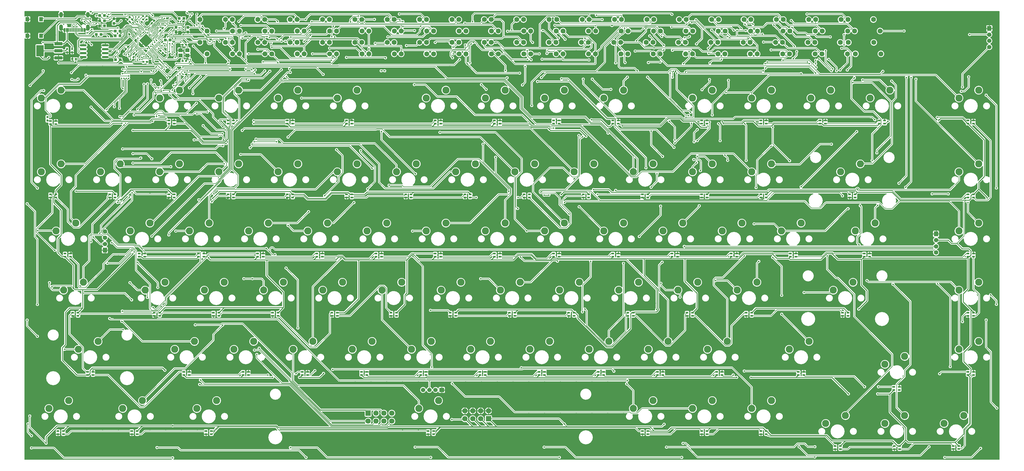
<source format=gtl>
G04 Layer: TopLayer*
G04 EasyEDA Pro v2.1.51.8c9149c1.e57db4, 2024-03-19 08:44:46*
G04 Gerber Generator version 0.3*
G04 Scale: 100 percent, Rotated: No, Reflected: No*
G04 Dimensions in millimeters*
G04 Leading zeros omitted, absolute positions, 3 integers and 5 decimals*
%FSLAX35Y35*%
%MOMM*%
%AMRect*21,1,$1,$2,0,0,$3*%
%AMOval*1,1,$1,$2,$3*1,1,$1,$4,$5*20,1,$1,$2,$3,$4,$5,0*%
%ADD8191C,0.2032*%
%ADD10C,0.254*%
%ADD11R,0.54X0.79009*%
%ADD12C,2.286*%
%ADD13Rect,1.1X0.2X45.0*%
%ADD14Rect,1.1X0.2X135.0*%
%ADD15Rect,1.1X0.2X-135.0*%
%ADD16Rect,1.1X0.2X-45.0*%
%ADD17Rect,3.1032X3.09999X45.0*%
%ADD18Rect,3.09999X3.09999X45.0*%
%ADD19R,2.49999X1.1*%
%ADD20R,2.34X3.59999*%
%ADD21R,0.3X1.3*%
%ADD22Oval,1.2X0.0X-0.3X0.0X0.3*%
%ADD23Oval,1.2X0.0X-0.4X0.0X0.4*%
%ADD24R,0.54X0.79009*%
%ADD25Rect,0.79009X0.54X45.0*%
%ADD26Rect,0.79009X0.54X135.0*%
%ADD27Rect,0.79009X0.54X-135.0*%
%ADD28R,0.79009X0.54*%
%ADD29Rect,0.79009X0.54X-45.0*%
%ADD30R,0.79009X0.54*%
%ADD31O,2.25001X0.63*%
%ADD32R,0.80648X0.86401*%
%ADD33R,1.23X1.35999*%
%ADD34R,1.4X1.2*%
%ADD35R,0.80648X0.86401*%
%ADD36C,1.6*%
%ADD37R,0.86401X0.80648*%
%ADD38R,0.86401X0.80648*%
%ADD39C,1.4*%
%ADD40R,1.4X1.524*%
%ADD41R,1.4X1.524*%
%ADD42R,1.524X1.4*%
%ADD43R,1.7X1.7*%
%ADD44C,1.7*%
%ADD45R,1.7X1.7*%
%ADD46R,0.85001X0.6*%
%ADD47R,0.85001X0.6*%
%ADD48C,0.5*%
%ADD49C,0.127*%
%ADD50C,0.3*%
G75*


G04 Copper Start*
G36*
G01X31399186Y14474186D02*
G01X31399186Y48260D01*
G01X4825646D01*
G03X4857413Y101689I-29046J53429D01*
G03X4796600Y162503I-60814J0D01*
G03X4752776Y143853I0J-60814D01*
G01X1312776D01*
G01X1007714Y448914D01*
G03X977900Y461264I-29814J-29814D01*
G01X297824D01*
G03X254000Y479914I-43824J-42164D01*
G03X193186Y419100I0J-60814D01*
G03X254000Y358286I60814J0D01*
G03X297824Y376936I0J60814D01*
G01X960435D01*
G01X1265497Y71874D01*
G03X1295311Y59525I29814J29814D01*
G01X4752776D01*
G03X4767553Y48260I43824J42164D01*
G01X35814D01*
G01Y13599181D01*
G03X62909Y13586786I27095J23420D01*
G01X185909D01*
G03X221723Y13622600I0J35814D01*
G01Y13758600D01*
G03X185909Y13794414I-35814J0D01*
G01X62909D01*
G03X35814Y13782019I0J-35814D01*
G01Y14132581D01*
G03X62909Y14120186I27095J23420D01*
G01X185909D01*
G03X221723Y14156000I0J35814D01*
G01Y14292000D01*
G03X185909Y14327814I-35814J0D01*
G01X62909D01*
G03X35814Y14315419I0J-35814D01*
G01Y14474186D01*
G01X1145384D01*
G03X1109975Y14399811I60404J-74375D01*
G01Y14339811D01*
G03X1123009Y14291564I95814J0D01*
G01X658705D01*
G01Y14292000D01*
G03X622891Y14327814I-35814J0D01*
G01X499891D01*
G03X464077Y14292000I0J-35814D01*
G01Y14156000D01*
G03X499891Y14120186I35814J0D01*
G01X622891D01*
G03X658705Y14156000I0J35814D01*
G01Y14207236D01*
G01X1041207D01*
G01X628016Y13794045D01*
G03X622891Y13794414I-5125J-35445D01*
G01X499891D01*
G03X464077Y13758600I0J-35814D01*
G01Y13622600D01*
G03X499891Y13586786I35814J0D01*
G01X622891D01*
G03X658705Y13622600I0J35814D01*
G01Y13705476D01*
G01X1122365Y14169136D01*
G01X1645816D01*
G03X1673317Y14179339I0J42164D01*
G03X1702628Y14191685I-503J42161D01*
G01X1779179Y14268236D01*
G01X1902735D01*
G01X1917507Y14253464D01*
G01X1893135D01*
G03X1866900Y14259414I-26235J-54864D01*
G03X1806086Y14198600I0J-60814D01*
G03X1866900Y14137786I60814J0D01*
G03X1895065Y14144701I0J60814D01*
G03X1955800Y14086986I60735J3099D01*
G01X1956974Y14086997D01*
G01X1989486Y14054486D01*
G03X1994717Y14050044I29814J29814D01*
G03X1989399Y14042342I76095J-58223D01*
G03X1928292Y14075148I-61107J-40508D01*
G03X1860331Y14029337I0J-73315D01*
G01X1745664Y14144005D01*
G03X1711359Y14158214I-34305J-34305D01*
G01X1168400D01*
G03X1134095Y14144005I0J-48514D01*
G01X1045195Y14055105D01*
G03X1030986Y14020800I34305J-34305D01*
G01Y13528811D01*
G01X997495D01*
G03X978179Y13523156I0J-35814D01*
G01X659048D01*
G03X622300Y13535514I-36748J-48456D01*
G03X561486Y13474700I0J-60814D01*
G03X589000Y13423814I60814J0D01*
G01X411503D01*
G03X375689Y13388000I0J-35814D01*
G01Y13028000D01*
G03X411503Y12992186I35814J0D01*
G01X502804D01*
G01X587995Y12906995D01*
G03X622300Y12892786I34305J34305D01*
G01X762000D01*
G03X796305Y12906995I0J48514D01*
G01X821175Y12931865D01*
G03X873614Y12992100I-8375J60235D01*
G03X812800Y13052914I-60814J0D01*
G03X752565Y13000475I0J-60814D01*
G01X741905Y12989814D01*
G01X642395D01*
G01X640023Y12992186D01*
G01X645503D01*
G03X681317Y13028000I0J35814D01*
G01Y13159486D01*
G01X961681D01*
G01Y13153000D01*
G03X997495Y13117186I35814J0D01*
G01X1247494D01*
G03X1283308Y13153000I0J35814D01*
G01Y13159486D01*
G01X1334186D01*
G01Y13117695D01*
G03X1370000Y13081881I35814J0D01*
G01X1424000D01*
G03X1459814Y13117695I0J35814D01*
G01Y13196705D01*
G03X1456520Y13211708I-35814J0D01*
G03X1459814Y13226712I-32520J15004D01*
G01Y13305721D01*
G03X1424000Y13341535I-35814J0D01*
G01X1370000D01*
G03X1334186Y13305721I0J-35814D01*
G01Y13272012D01*
G01X1318688Y13256514D01*
G01X1283308D01*
G01Y13263000D01*
G03X1247494Y13298814I-35814J0D01*
G01X997495D01*
G03X961681Y13263000I0J-35814D01*
G01Y13256514D01*
G01X681317D01*
G01Y13388000D01*
G03X653988Y13422794I-35814J0D01*
G03X671407Y13438828I-31688J51906D01*
G01X961681D01*
G01Y13382997D01*
G03X997495Y13347183I35814J0D01*
G01X1247494D01*
G03X1283308Y13382997I0J35814D01*
G01Y13388086D01*
G01X1295400D01*
G03X1329705Y13402295I0J48514D01*
G01X1397000Y13469591D01*
G01X1513586Y13353005D01*
G01Y13334354D01*
G03X1499286Y13305721I21514J-28632D01*
G01Y13226712D01*
G03X1502580Y13211708I35814J0D01*
G03X1499286Y13196705I32520J-15004D01*
G01Y13117695D01*
G03X1535100Y13081881I35814J0D01*
G01X1589100D01*
G03X1624914Y13117695I0J35814D01*
G01Y13196705D01*
G03X1621620Y13211708I-35814J0D01*
G03X1624914Y13226712I-32520J15004D01*
G01Y13305721D01*
G03X1610614Y13334354I-35814J0D01*
G01Y13373100D01*
G03X1596405Y13407405I-48514J0D01*
G01X1445514Y13558295D01*
G01Y13774280D01*
G03X1448294Y13774172I2780J35706D01*
G01X1478294D01*
G03X1488313Y13775602I0J35814D01*
G03X1498332Y13774172I10019J34384D01*
G01X1528332D01*
G03X1538313Y13775591I0J35814D01*
G03X1548294Y13774172I9981J34395D01*
G01X1578294D01*
G03X1588300Y13775599I0J35814D01*
G03X1598306Y13774172I10006J34388D01*
G01X1628306D01*
G01X1628892Y13774177D01*
G03X1632166Y13770116I34401J24379D01*
G01Y13754757D01*
G03X1644515Y13724943I42164J0D01*
G01X1723913Y13645546D01*
G03X1753727Y13633196I29814J29814D01*
G01X1800768D01*
G01X1798986Y13631514D01*
G01X1722786Y13555314D01*
G03X1710436Y13525500I29814J-29814D01*
G01Y13157200D01*
G03X1722786Y13127386I42164J0D01*
G01X1748185Y13101986D01*
G01X1748186D01*
G03X1778000Y13089636I29814J29814D01*
G01X1786818D01*
G03X1816954Y13068300I52472J42164D01*
G03X1771976Y13004800I22336J-63500D01*
G03X1773666Y12989814I67314J0D01*
G01X1748245D01*
G03X1719613Y13004114I-28632J-21514D01*
G01X1640604D01*
G03X1625600Y13000820I0J-35814D01*
G03X1610596Y13004114I-15004J-32520D01*
G01X1531587D01*
G03X1495773Y12968300I0J-35814D01*
G01Y12914300D01*
G03X1531587Y12878486I35814J0D01*
G01X1610596D01*
G03X1625600Y12881780I0J35814D01*
G03X1631594Y12879638I15004J32520D01*
G01Y12876204D01*
G01X1618205Y12862814D01*
G01X1166971D01*
G03X1130300Y12875114I-36671J-48514D01*
G03X1069486Y12814300I0J-60814D01*
G03X1130300Y12753486I60814J0D01*
G03X1166971Y12765786I0J60814D01*
G01X1638300D01*
G01X1745387D01*
G01X1540419Y12560818D01*
G01X1539245Y12560829D01*
G03X1478431Y12500015I0J-60814D01*
G03X1539245Y12439201I60814J0D01*
G03X1600059Y12500015I0J60814D01*
G01X1600048Y12501189D01*
G01X1804955Y12706096D01*
G01X3244164D01*
G03X3241186Y12687300I57836J-18796D01*
G03X3251603Y12653264I60814J0D01*
G01X3231524D01*
G03X3187700Y12671914I-43824J-42164D01*
G03X3126886Y12611100I0J-60814D01*
G03X3187700Y12550286I60814J0D01*
G03X3213303Y12555938I0J60814D01*
G03X3203165Y12525299I50597J-33738D01*
G03X3175000Y12532214I-28165J-53899D01*
G03X3114186Y12471400I0J-60814D01*
G03X3124603Y12437364I60814J0D01*
G01X2095500D01*
G03X2067137Y12426398I0J-42164D01*
G03X2006600Y12481414I-60537J-5798D01*
G03X1945786Y12420600I0J-60814D01*
G03X1964436Y12376776I60814J0D01*
G01Y12363278D01*
G01X1787062Y12185904D01*
G01X1131483D01*
G03X1101669Y12173554I0J-42164D01*
G01X696084Y11767970D01*
G03X570998Y11835091I-125086J-82992D01*
G03X522550Y11827058I0J-150114D01*
G01X578628Y11883136D01*
G01X603876D01*
G03X647700Y11864486I43824J42164D01*
G03X708514Y11925300I0J60814D01*
G03X647700Y11986114I-60814J0D01*
G03X603876Y11967464I0J-60814D01*
G01X561163D01*
G03X531349Y11955114I0J-42164D01*
G01X228035Y11651801D01*
G03X215686Y11621987I29814J-29814D01*
G01Y8970961D01*
G03X228035Y8941146I42164J0D01*
G01X383608Y8785573D01*
G01X383597Y8784400D01*
G03X444411Y8723586I60814J0D01*
G03X505225Y8784400I0J60814D01*
G03X444411Y8845213I-60814J0D01*
G01X443237Y8845202D01*
G01X300014Y8988426D01*
G01Y11604522D01*
G01X428917Y11733425D01*
G03X420884Y11684977I142081J-48448D01*
G03X570998Y11534863I150114J0D01*
G03X669036Y11571299I0J150114D01*
G01Y11303000D01*
G03X681386Y11273186I42164J0D01*
G01X836041Y11118530D01*
G01Y11116564D01*
G01X824715D01*
G03X789000Y11149719I-35715J-2659D01*
G01X735000D01*
G03X699186Y11113905I0J-35814D01*
G01Y11034895D01*
G03X703834Y11017250I35814J0D01*
G03X699186Y10999605I31165J-17645D01*
G01Y10920595D01*
G03X735000Y10884781I35814J0D01*
G01X788137D01*
G03X787190Y10876600I34867J-8181D01*
G01Y10816600D01*
G03X815086Y10781673I35814J0D01*
G01Y9550400D01*
G03X829295Y9516095I48514J0D01*
G01X1157986Y9187405D01*
G01Y9169540D01*
G03X952500Y9290304I-205486J-114440D01*
G03X717296Y9055100I0J-235204D01*
G03X952500Y8819896I235204J0D01*
G03X1157986Y8940660I0J235204D01*
G01Y8897395D01*
G01X1005190Y8744600D01*
G03X990981Y8710295I34305J-34305D01*
G01Y8649705D01*
G03X961180Y8614400I6013J-35306D01*
G01Y8584314D01*
G03X951133Y8576605I24258J-42014D01*
G01X943820Y8569291D01*
G01Y8614400D01*
G03X908006Y8650214I-35814J0D01*
G01X823004D01*
G03X787190Y8614400I0J-35814D01*
G01Y8554400D01*
G03X793295Y8534400I35814J0D01*
G03X787190Y8514400I29709J-20000D01*
G01Y8454400D01*
G03X823004Y8418586I35814J0D01*
G01X884936D01*
G01Y8005765D01*
G01X410464Y7531293D01*
G01Y8026400D01*
G03X398114Y8056214I-42164J0D01*
G01X175103Y8279226D01*
G01X175114Y8280400D01*
G03X114300Y8341214I-60814J0D01*
G03X53486Y8280400I0J-60814D01*
G03X114300Y8219586I60814J0D01*
G01X115474Y8219597D01*
G01X326136Y8008935D01*
G01Y7213600D01*
G03X338486Y7183786I42164J0D01*
G01X402247Y7120024D01*
G01Y5081723D01*
G03X383597Y5037900I42164J-43824D01*
G03X444411Y4977086I60814J0D01*
G03X505225Y5037900I0J60814D01*
G03X486575Y5081723I-60814J0D01*
G01Y7137489D01*
G03X474226Y7167303I-42164J0D01*
G01X410464Y7231065D01*
G01Y7302307D01*
G01X943870Y6768901D01*
G03X1003300Y6720986I59430J12899D01*
G03X1056386Y6752132I0J60814D01*
G01Y6705600D01*
G03X1070595Y6671295I48514J0D01*
G01X1184895Y6556995D01*
G03X1219200Y6542786I34305J34305D01*
G01X1257707D01*
G03X1292904Y6513586I35198J6614D01*
G01X1332610D01*
G01X1557232Y6288964D01*
G01Y5671072D01*
G03X1535667Y5677004I-21565J-36232D01*
G01X933615D01*
G03X908292Y5668552I0J-42164D01*
G01X906539Y5668578D01*
G03X876967Y5660904I0J-60814D01*
G01Y5696864D01*
G03X895617Y5740688I-42164J43824D01*
G03X834803Y5801502I-60814J0D01*
G03X773989Y5740688I0J-60814D01*
G03X792639Y5696864I60814J0D01*
G01Y5605890D01*
G03X804988Y5576075I42164J0D01*
G01X911889Y5469175D01*
G03X941703Y5456826I29814J29814D01*
G01X1142926D01*
G03X1286997Y5348876I144071J42164D01*
G03X1437111Y5498990I0J150114D01*
G03X1404287Y5592676I-150114J0D01*
G01X1518202D01*
G01X1544943Y5565934D01*
G01X1544932Y5564761D01*
G03X1597371Y5504526I60814J0D01*
G01X1620430Y5481467D01*
G03X1626296Y5476467I34305J34305D01*
G03X1432793Y5244990I41701J-231478D01*
G03X1667997Y5009786I235204J0D01*
G03X1849801Y5095765I0J235204D01*
G01Y4970534D01*
G01X1480320D01*
G03X1446016Y4956325I0J-48514D01*
G01X1311895Y4822205D01*
G03X1297686Y4787900I34305J-34305D01*
G01Y3766595D01*
G01X1210295Y3679205D01*
G03X1196086Y3644900I34305J-34305D01*
G01Y3238500D01*
G03X1210295Y3204195I48514J0D01*
G01X1680195Y2734295D01*
G03X1714500Y2720086I34305J34305D01*
G01X1986645D01*
G03X2016804Y2703586I30160J19314D01*
G01X2101806D01*
G03X2137620Y2739400I0J35814D01*
G01Y2754810D01*
G01X2154980Y2772171D01*
G01Y2739400D01*
G03X2190794Y2703586I35814J0D01*
G01X2275796D01*
G03X2309481Y2727236I0J35814D01*
G01X2701898D01*
G01X3727899Y1701235D01*
G03X3757713Y1688886I29814J29814D01*
G01X3862287D01*
G03X3892101Y1701235I0J42164D01*
G01X3915555Y1724689D01*
G03X3940298Y1736732I-5071J41858D01*
G01X5030802Y2827236D01*
G01X5081919D01*
G03X5085895Y2819400I33685J12164D01*
G03X5079790Y2799400I29709J-20000D01*
G01Y2739400D01*
G03X5115604Y2703586I35814J0D01*
G01X5152605D01*
G01X5198095Y2658095D01*
G03X5232400Y2643886I34305J34305D01*
G01X5644132D01*
G03X5628786Y2603500I45468J-40386D01*
G03X5689600Y2542686I60814J0D01*
G01X5690774Y2542697D01*
G01X5742508Y2490963D01*
G01X5718610D01*
G03X5664200Y2524614I-54410J-27163D01*
G03X5603386Y2463800I0J-60814D01*
G03X5664200Y2402986I60814J0D01*
G03X5684949Y2406635I0J60814D01*
G01X8544636D01*
G01X9823257Y1128014D01*
G01X8198895D01*
G01X8162305Y1164605D01*
G03X8128000Y1178814I-34305J-34305D01*
G01X6278662D01*
G01X4835861D01*
G03X4796600Y1193186I-39262J-46442D01*
G03X4757338Y1178814I0J-60814D01*
G01X3821595D01*
G01X1446695D01*
G01X1079500D01*
G03X1045195Y1164605I0J-48514D01*
G01X689595Y809005D01*
G03X675386Y774700I34305J-34305D01*
G01Y675290D01*
G01X242212Y1108464D01*
G01Y1403976D01*
G03X260862Y1447800I-42164J43824D01*
G03X200048Y1508614I-60814J0D01*
G03X139234Y1447800I0J-60814D01*
G03X157884Y1403976I60814J0D01*
G01Y1251832D01*
G03X139700Y1254614I-18184J-58032D01*
G03X78886Y1193800I0J-60814D01*
G03X97536Y1149976I60814J0D01*
G01Y927100D01*
G03X109886Y897286I42164J0D01*
G01X193197Y813974D01*
G01X193186Y812800D01*
G03X254000Y751986I60814J0D01*
G03X314814Y812800I0J60814D01*
G03X254000Y873614I-60814J0D01*
G01X252826Y873603D01*
G01X181864Y944565D01*
G01Y1049554D01*
G01X663173Y568245D01*
G03X723900Y510686I60727J3255D01*
G03X784714Y571500I0J60814D01*
G03X772414Y608171I-60814J0D01*
G01Y754605D01*
G01X1099595Y1081786D01*
G01X1329572D01*
G01X1278000Y1030214D01*
G01X1238294D01*
G03X1202480Y994400I0J-35814D01*
G01Y934400D01*
G03X1208585Y914400I35814J0D01*
G03X1202480Y894400I29709J-20000D01*
G01Y834400D01*
G03X1238294Y798586I35814J0D01*
G01X1323296D01*
G03X1356681Y821436I0J35814D01*
G01X1435100D01*
G03X1464914Y833786I0J42164D01*
G01X1553365Y922236D01*
G01X3405519D01*
G03X3409495Y914400I33685J12164D01*
G03X3403390Y894400I29709J-20000D01*
G01Y834400D01*
G03X3439204Y798586I35814J0D01*
G01X3524206D01*
G03X3560020Y834400I0J35814D01*
G01Y894400D01*
G03X3553915Y914400I-35814J0D01*
G03X3560020Y934400I-29709J20000D01*
G01Y994400D01*
G03X3524206Y1030214I-35814J0D01*
G01X3439204D01*
G03X3405519Y1006564I0J-35814D01*
G01X1535900D01*
G03X1506085Y994214I0J-42164D01*
G01X1417635Y905764D01*
G01X1357259D01*
G03X1353005Y914400I-33963J-11364D01*
G03X1359110Y934400I-29709J20000D01*
G01Y974105D01*
G01X1466790Y1081786D01*
G01X3704472D01*
G01X3652900Y1030214D01*
G01X3613194D01*
G03X3577380Y994400I0J-35814D01*
G01Y934400D01*
G03X3583485Y914400I35814J0D01*
G03X3577380Y894400I29709J-20000D01*
G01Y834400D01*
G03X3613194Y798586I35814J0D01*
G01X3698196D01*
G03X3731581Y821436I0J35814D01*
G01X3797300D01*
G03X3827114Y833786I0J42164D01*
G01X3915565Y922236D01*
G01X5793119D01*
G03X5797095Y914400I33685J12164D01*
G03X5790990Y894400I29709J-20000D01*
G01Y834400D01*
G03X5826804Y798586I35814J0D01*
G01X5911806D01*
G03X5947620Y834400I0J35814D01*
G01Y894400D01*
G03X5941515Y914400I-35814J0D01*
G03X5947620Y934400I-29709J20000D01*
G01Y994400D01*
G03X5911806Y1030214I-35814J0D01*
G01X5826804D01*
G03X5793119Y1006564I0J-35814D01*
G01X3898100D01*
G03X3868285Y994214I0J-42164D01*
G01X3779835Y905764D01*
G01X3732159D01*
G03X3727905Y914400I-33963J-11364D01*
G03X3734010Y934400I-29709J20000D01*
G01Y974105D01*
G01X3841690Y1081786D01*
G01X4762845D01*
G03X4796600Y1071558I33755J50586D01*
G03X4830354Y1081786I0J60814D01*
G01X6161539D01*
G01X6104620Y1024867D01*
G03X6085796Y1030214I-18825J-30468D01*
G01X6000794D01*
G03X5964980Y994400I0J-35814D01*
G01Y934400D01*
G03X5971085Y914400I35814J0D01*
G03X5964980Y894400I29709J-20000D01*
G01Y834400D01*
G03X6000794Y798586I35814J0D01*
G01X6085796D01*
G03X6121610Y834400I0J35814D01*
G01Y865125D01*
G01X6310330Y1053846D01*
G01X8094025D01*
G01X8159409Y988462D01*
G03X8102600Y995426I-56809J-228240D01*
G03X7867396Y760222I0J-235204D01*
G03X8102600Y525018I235204J0D01*
G03X8337804Y760222I0J235204D01*
G03X8268161Y927286I-235204J0D01*
G01X12941804D01*
G03X12947195Y914400I35100J7114D01*
G03X12941090Y894400I29709J-20000D01*
G01Y834400D01*
G03X12976904Y798586I35814J0D01*
G01X13061906D01*
G03X13097720Y834400I0J35814D01*
G01Y894400D01*
G03X13091615Y914400I-35814J0D01*
G03X13097720Y934400I-29709J20000D01*
G01Y994400D01*
G03X13061906Y1030214I-35814J0D01*
G01X12976904D01*
G03X12945499Y1011614I0J-35814D01*
G01X8255515D01*
G01X8236143Y1030986D01*
G01X11694393D01*
G03X11728698Y1045195I0J48514D01*
G01Y1045196D01*
G01X11739889Y1056386D01*
G01X13286239D01*
G01X13254720Y1024867D01*
G03X13235896Y1030214I-18825J-30468D01*
G01X13150894D01*
G03X13115080Y994400I0J-35814D01*
G01Y934400D01*
G03X13121185Y914400I35814J0D01*
G03X13115080Y894400I29709J-20000D01*
G01Y834400D01*
G03X13150894Y798586I35814J0D01*
G01X13235896D01*
G03X13271710Y834400I0J35814D01*
G01Y865125D01*
G01X13435030Y1028446D01*
G01X19663725D01*
G01X19757586Y934585D01*
G03X19787400Y922236I29814J29814D01*
G01X19839319D01*
G03X19843295Y914400I33685J12164D01*
G03X19837190Y894400I29709J-20000D01*
G01Y834400D01*
G03X19873004Y798586I35814J0D01*
G01X19958006D01*
G03X19993820Y834400I0J35814D01*
G01Y894400D01*
G03X19987715Y914400I-35814J0D01*
G03X19993820Y934400I-29709J20000D01*
G01Y994400D01*
G03X19958006Y1030214I-35814J0D01*
G01X19873004D01*
G03X19839319Y1006564I0J-35814D01*
G01X19804865D01*
G01X19755043Y1056386D01*
G01X20134805D01*
G01X20178277Y1012914D01*
G01X20162653D01*
G03X20131996Y1030214I-30657J-18514D01*
G01X20046994D01*
G03X20011180Y994400I0J-35814D01*
G01Y934400D01*
G03X20017285Y914400I35814J0D01*
G03X20011180Y894400I29709J-20000D01*
G01Y834400D01*
G03X20046994Y798586I35814J0D01*
G01X20131996D01*
G03X20165681Y822236I0J35814D01*
G01X20828800D01*
G03X20858615Y834586I0J42164D01*
G01X21014375Y990346D01*
G01X21734930D01*
G01X21742190Y983086D01*
G01Y934400D01*
G03X21748295Y914400I35814J0D01*
G03X21742190Y894400I29709J-20000D01*
G01Y834400D01*
G03X21778004Y798586I35814J0D01*
G01X21863006D01*
G03X21898820Y834400I0J35814D01*
G01Y894400D01*
G03X21892715Y914400I-35814J0D01*
G03X21898820Y934400I-29709J20000D01*
G01Y994400D01*
G03X21889691Y1018286I-35814J0D01*
G01X21925309D01*
G03X21916180Y994400I26685J-23886D01*
G01Y934400D01*
G03X21922285Y914400I35814J0D01*
G03X21916180Y894400I29709J-20000D01*
G01Y834400D01*
G03X21951994Y798586I35814J0D01*
G01X22036996D01*
G03X22070381Y821436I0J35814D01*
G01X22199600D01*
G03X22229414Y833786I0J42164D01*
G01X22385975Y990346D01*
G01X23639930D01*
G01X23647190Y983086D01*
G01Y934400D01*
G03X23653295Y914400I35814J0D01*
G03X23647190Y894400I29709J-20000D01*
G01Y834400D01*
G03X23683004Y798586I35814J0D01*
G01X23768006D01*
G03X23803820Y834400I0J35814D01*
G01Y894400D01*
G03X23797715Y914400I-35814J0D01*
G03X23803820Y934400I-29709J20000D01*
G01Y991466D01*
G01X23821180Y974105D01*
G01Y934400D01*
G03X23827285Y914400I35814J0D01*
G03X23821180Y894400I29709J-20000D01*
G01Y834400D01*
G03X23856994Y798586I35814J0D01*
G01X23905680D01*
G01X23921281Y782986D01*
G03X23951095Y770636I29814J29814D01*
G01X23985193D01*
G01X23994394Y761435D01*
G03X24024208Y749086I29814J29814D01*
G01X25786190D01*
G01X26034790Y500486D01*
G01Y451800D01*
G03X26040895Y431800I35814J0D01*
G03X26034790Y411800I29709J-20000D01*
G01Y351800D01*
G03X26070604Y315986I35814J0D01*
G01X26155606D01*
G03X26191420Y351800I0J35814D01*
G01Y411800D01*
G03X26185315Y431800I-35814J0D01*
G03X26191420Y451800I-29709J20000D01*
G01Y511800D01*
G03X26155606Y547614I-35814J0D01*
G01X26106920D01*
G01X26055348Y599186D01*
G01X26324277D01*
G01X26272705Y547614D01*
G01X26244594D01*
G03X26208780Y511800I0J-35814D01*
G01Y451800D01*
G03X26214885Y431800I35814J0D01*
G03X26208780Y411800I29709J-20000D01*
G01Y351800D01*
G03X26244594Y315986I35814J0D01*
G01X26329596D01*
G03X26363281Y339636I0J35814D01*
G01X26527364D01*
G03X26557178Y351986I0J42164D01*
G01X26610578Y405386D01*
G01X27939790D01*
G01Y351800D01*
G03X27975604Y315986I35814J0D01*
G01X28060606D01*
G03X28096420Y351800I0J35814D01*
G01Y411800D01*
G03X28090315Y431800I-35814J0D01*
G03X28096115Y447141I-29709J20000D01*
G03X28118078Y434789I33947J34659D01*
G03X28119885Y431800I31516J17011D01*
G03X28113780Y411800I29709J-20000D01*
G01Y351800D01*
G03X28149594Y315986I35814J0D01*
G01X28234596D01*
G03X28268281Y339636I0J35814D01*
G01X28474200D01*
G03X28504015Y351986I0J42164D01*
G01X28672475Y520446D01*
G01X29821469D01*
G01X29838630Y503285D01*
G01Y454599D01*
G03X29844735Y434599I35814J0D01*
G03X29838630Y414599I29709J-20000D01*
G01Y354599D01*
G03X29874444Y318785I35814J0D01*
G01X29959446D01*
G03X29995260Y354599I0J35814D01*
G01Y414599D01*
G03X29989155Y434599I-35814J0D01*
G03X29995260Y454599I-29709J20000D01*
G01Y511665D01*
G01X30012620Y494304D01*
G01Y454599D01*
G03X30018725Y434599I35814J0D01*
G03X30012620Y414599I29709J-20000D01*
G01Y354599D01*
G03X30048434Y318785I35814J0D01*
G01X30133436D01*
G03X30169118Y351536I0J35814D01*
G01X30187900D01*
G03X30217714Y363886I0J42164D01*
G01X30315504Y461676D01*
G03X30327854Y491490I-29814J29814D01*
G01Y984332D01*
G01X30505965Y1162442D01*
G03X30518314Y1192257I-29814J29814D01*
G01Y2661090D01*
G01X30560810Y2703586D01*
G01X30609496D01*
G03X30645310Y2739400I0J35814D01*
G01Y2799400D01*
G03X30639205Y2819400I-35814J0D01*
G03X30645310Y2839400I-29709J20000D01*
G01Y2899400D01*
G03X30609496Y2935214I-35814J0D01*
G01X30528514D01*
G01Y2971800D01*
G03X30514305Y3006105I-48514J0D01*
G01X30402313Y3118096D01*
G03X30480000Y3104896I77687J222004D01*
G03X30715204Y3340100I0J235204D01*
G03X30480000Y3575304I-235204J0D01*
G03X30380931Y3553422I0J-235204D01*
G01X30515139Y3687629D01*
G01Y3687630D01*
G03X30529348Y3721934I-34305J34305D01*
G01Y4608586D01*
G01X30609496D01*
G03X30642881Y4631436I0J35814D01*
G01X30645100D01*
G03X30674914Y4643786I0J42164D01*
G01X30674915D01*
G01X30776514Y4745386D01*
G03X30788864Y4775200I-29814J29814D01*
G01Y5359400D01*
G03X30776514Y5389214I-42164J0D01*
G01X30609159Y5556570D01*
G01Y5669740D01*
G03X30734000Y5602986I124841J83360D01*
G03X30884114Y5753100I0J150114D01*
G03X30734000Y5903214I-150114J0D01*
G03X30609159Y5836460I0J-150114D01*
G01Y6513586D01*
G01X30609496D01*
G03X30645310Y6549400I0J35814D01*
G01Y6609400D01*
G03X30639205Y6629400I-35814J0D01*
G03X30645310Y6649400I-29709J20000D01*
G01Y6709400D01*
G03X30609496Y6745214I-35814J0D01*
G01X30528514D01*
G01Y6769100D01*
G03X30514305Y6803405I-48514J0D01*
G01X30450805Y6866905D01*
G03X30416500Y6881114I-34305J-34305D01*
G01X30226205D01*
G01X30096024Y7011295D01*
G01X30198664Y7113936D01*
G03X30202269Y7118040I-29814J29814D01*
G01X30245040Y7160812D01*
G03X30244796Y7150100I234960J-10712D01*
G03X30480000Y6914896I235204J0D01*
G03X30715204Y7150100I0J235204D01*
G03X30480000Y7385304I-235204J0D01*
G03X30300944Y7302612I0J-235204D01*
G01Y8308416D01*
G01X30335370Y8342841D01*
G03X30330286Y8318500I55730J-24341D01*
G03X30348936Y8274676I60814J0D01*
G01Y8001000D01*
G03X30361286Y7971186I42164J0D01*
G01Y7971185D01*
G01X30602312Y7730159D01*
G03X30583886Y7658100I131688J-72059D01*
G03X30734000Y7507986I150114J0D01*
G03X30884114Y7658100I0J150114D01*
G03X30734000Y7808214I-150114J0D01*
G03X30661941Y7789788I0J-150114D01*
G01X30433264Y8018465D01*
G01Y8274676D01*
G03X30451914Y8318500I-42164J43824D01*
G03X30444000Y8348499I-60814J0D01*
G03X30463505Y8360395I-14800J46201D01*
G01X30514305Y8411195D01*
G03X30520511Y8418808I-34305J34305D01*
G03X30524494Y8418586I3983J35592D01*
G01X30573180D01*
G01X30626881Y8364886D01*
G03X30656695Y8352536I29814J29814D01*
G01X31026100D01*
G03X31055914Y8364886I0J42164D01*
G01X31144814Y8453786D01*
G03X31157164Y8483600I-29814J29814D01*
G01Y10311295D01*
G03X31144814Y10341110I-42164J0D01*
G01X30645310Y10840614D01*
G01Y10889300D01*
G03X30639205Y10909300I-35814J0D01*
G03X30645310Y10929300I-29709J20000D01*
G01Y10989300D01*
G03X30609496Y11025114I-35814J0D01*
G01X30524494D01*
G03X30488680Y10989300I0J-35814D01*
G01Y10929300D01*
G03X30494785Y10909300I35814J0D01*
G03X30488680Y10889300I29709J-20000D01*
G01Y10832234D01*
G01X30471320Y10849595D01*
G01Y10889300D01*
G03X30465215Y10909300I-35814J0D01*
G03X30471320Y10929300I-29709J20000D01*
G01Y10989300D01*
G03X30435506Y11025114I-35814J0D01*
G01X30350504D01*
G03X30329886Y11018584I0J-35814D01*
G01X30256956Y11091514D01*
G03X30227141Y11103864I-29814J-29814D01*
G01X29444324D01*
G03X29400500Y11122514I-43824J-42164D01*
G03X29339686Y11061700I0J-60814D01*
G03X29397401Y11000965I60814J0D01*
G03X29390486Y10972800I53899J-28165D01*
G03X29390885Y10965844I60814J0D01*
G01X28756864Y11599865D01*
G01Y12249776D01*
G03X28775514Y12293600I-42164J43824D01*
G03X28714700Y12354414I-60814J0D01*
G03X28653886Y12293600I0J-60814D01*
G03X28672536Y12249776I60814J0D01*
G01Y11582400D01*
G03X28684886Y11552586I42164J0D01*
G01X30602312Y9635159D01*
G03X30583886Y9563100I131688J-72059D01*
G03X30734000Y9412986I150114J0D01*
G03X30863286Y9486815I0J150114D01*
G01Y9176795D01*
G01X30713523Y9027032D01*
G03X30715204Y9055100I-233523J28068D01*
G03X30480000Y9290304I-235204J0D01*
G03X30244796Y9055100I0J-235204D01*
G03X30480000Y8819896I235204J0D01*
G03X30685486Y8940660I0J235204D01*
G01Y8771500D01*
G01X30564200Y8650214D01*
G01X30524494D01*
G03X30488873Y8618112I0J-35814D01*
G03X30471320Y8607027I16527J-45612D01*
G01Y8614400D01*
G03X30435506Y8650214I-35814J0D01*
G01X30350504D01*
G03X30314988Y8619007I0J-35814D01*
G03X30309260Y8614214I24086J-34607D01*
G01X30166200Y8471154D01*
G01X28238368D01*
G01X28024286Y8685236D01*
G01X29809400D01*
G03X29839215Y8697586I0J42164D01*
G01X30128814Y8987186D01*
G03X30141164Y9017000I-29814J29814D01*
G01Y9165029D01*
G03X30249114Y9309100I-42164J144071D01*
G03X30099000Y9459214I-150114J0D01*
G03X29948886Y9309100I0J-150114D01*
G03X30056836Y9165029I150114J0D01*
G01Y9141243D01*
G03X29972000Y9176004I-84836J-86143D01*
G03X29851096Y9055100I0J-120904D01*
G03X29957446Y8935075I120904J0D01*
G01X29791935Y8769564D01*
G01X28426232D01*
G03X28445314Y8813800I-41732J44236D01*
G01X28445303Y8814974D01*
G01X28592114Y8961785D01*
G01Y8961786D01*
G03X28604464Y8991600I-29814J29814D01*
G01Y12300576D01*
G03X28623114Y12344400I-42164J43824D01*
G03X28609550Y12382686I-60814J0D01*
G01X29340685D01*
G01X29967312Y11756059D01*
G03X29948886Y11684000I131688J-72059D01*
G03X30099000Y11533886I150114J0D01*
G03X30249114Y11684000I0J150114D01*
G03X30099000Y11834114I-150114J0D01*
G03X30026941Y11815688I0J-150114D01*
G01X29387965Y12454664D01*
G03X29358150Y12467014I-29814J-29814D01*
G01X27633613D01*
G01X27649771Y12483172D01*
G01X27650945Y12483161D01*
G03X27711759Y12543975I0J60814D01*
G03X27650945Y12604789I-60814J0D01*
G03X27590131Y12543975I0J-60814D01*
G01X27590142Y12542801D01*
G01X27542295Y12494954D01*
G01X25639275D01*
G01X25518148Y12616081D01*
G03X25562414Y12674600I-16548J58519D01*
G03X25514925Y12733936I-60814J0D01*
G03X25549714Y12788900I-26025J54964D01*
G03X25531064Y12832724I-60814J0D01*
G01Y12859376D01*
G03X25549347Y12896526I-42164J43824D01*
G03X25590500Y12880486I41153J44774D01*
G01X25591674Y12880497D01*
G01X25941686Y12530486D01*
G03X25946394Y12526425I29814J29814D01*
G03X25996900Y12499486I50506J33875D01*
G03X26057714Y12560300I0J60814D01*
G03X26057318Y12567229I-60814J0D01*
G03X26095814Y12623800I-22318J56571D01*
G03X26035000Y12684614I-60814J0D01*
G01X26033826Y12684603D01*
G01X25848564Y12869865D01*
G01Y12915728D01*
G03X25908000Y12867786I59436J12872D01*
G01X25909174Y12867797D01*
G01X26119836Y12657135D01*
G01Y12604124D01*
G03X26101186Y12560300I42164J-43824D01*
G03X26162000Y12499486I60814J0D01*
G03X26222721Y12556932I0J60814D01*
G03X26276300Y12524886I53579J28768D01*
G03X26337114Y12585700I0J60814D01*
G01X26337103Y12586874D01*
G01X26538319Y12788090D01*
G03X26550668Y12817904I-29814J29814D01*
G01Y12998537D01*
G03X26589736Y13023854I-42164J107866D01*
G01Y12730165D01*
G01X26506074Y12646503D01*
G01X26504900Y12646514D01*
G03X26444086Y12585700I0J-60814D01*
G03X26504900Y12524886I60814J0D01*
G03X26565714Y12585700I0J60814D01*
G01X26565703Y12586874D01*
G01X26661714Y12682885D01*
G01Y12682886D01*
G03X26674064Y12712700I-29814J29814D01*
G01Y13038652D01*
G03X26767993Y12990589I93929J67751D01*
G03X26883807Y13106403I0J115814D01*
G03X26767993Y13222216I-115814J0D01*
G03X26668428Y13165560I0J-115814D01*
G03X26661714Y13174314I-36528J-21060D01*
G01X26522014Y13314014D01*
G03X26492200Y13326364I-29814J-29814D01*
G01X26370924D01*
G03X26327100Y13345014I-43824J-42164D01*
G03X26266286Y13284200I0J-60814D01*
G03X26327100Y13223386I60814J0D01*
G03X26370924Y13242036I0J60814D01*
G01X26474735D01*
G01X26495309Y13221462D01*
G03X26392690Y13106403I13195J-115060D01*
G03X26466340Y12998537I115814J0D01*
G01Y12835369D01*
G01X26277474Y12646503D01*
G01X26276300Y12646514D01*
G03X26215579Y12589068I0J-60814D01*
G03X26204164Y12604124I-53579J-28768D01*
G01Y12674600D01*
G03X26191814Y12704414I-42164J0D01*
G01X25968803Y12927426D01*
G01X25968814Y12928600D01*
G03X25908000Y12989414I-60814J0D01*
G03X25848564Y12941472I0J-60814D01*
G01Y13164176D01*
G03X25867214Y13208000I-42164J43824D01*
G03X25806400Y13268814I-60814J0D01*
G03X25745586Y13208000I0J-60814D01*
G01X25745592Y13207161D01*
G03X25688491Y13222216I-57101J-100759D01*
G03X25642032Y13212490I0J-115814D01*
G01X25534155Y13320367D01*
G03X25504341Y13332717I-29814J-29814D01*
G01X24862039D01*
G03X24863914Y13347700I-58939J14983D01*
G03X24815999Y13407130I-60814J0D01*
G01X24485799Y13737330D01*
G03X24549097Y13808946I-47394J105672D01*
G03X24659791Y13727189I110693J34057D01*
G03X24706249Y13736915I0J115814D01*
G01X24814126Y13629038D01*
G03X24843941Y13616689I29814J29814D01*
G01X25258276D01*
G01X25306536Y13568428D01*
G03X25238504Y13590516I-68032J-93726D01*
G03X25122690Y13474703I0J-115814D01*
G03X25238504Y13358889I115814J0D01*
G03X25349197Y13440646I0J115814D01*
G03X25459891Y13358889I110693J34057D01*
G03X25575705Y13474703I0J115814D01*
G03X25459891Y13590516I-115814J0D01*
G03X25413432Y13580790I0J-115814D01*
G01X25307686Y13686536D01*
G01X25433335D01*
G01X25497186Y13622686D01*
G03X25527000Y13610336I29814J29814D01*
G01X25914976D01*
G03X25958800Y13591686I43824J42164D01*
G03X26019614Y13652500I0J60814D01*
G03X25958800Y13713314I-60814J0D01*
G03X25914976Y13694664I0J-60814D01*
G01X25544465D01*
G01X25508364Y13730765D01*
G03X25590497Y13808946I-28559J112237D01*
G03X25701191Y13727189I110693J34057D01*
G03X25817005Y13843003I0J115814D01*
G03X25701191Y13958816I-115814J0D01*
G03X25654732Y13949090I0J-115814D01*
G01X25563292Y14040530D01*
G01X26485434D01*
G01X26589236Y13936728D01*
G03X26521204Y13958816I-68032J-93726D01*
G03X26405390Y13843003I0J-115814D01*
G03X26423183Y13781321I115814J0D01*
G03X26402947Y13784787I-20235J-57349D01*
G03X26342133Y13723973I0J-60814D01*
G03X26361783Y13679208I60814J0D01*
G01Y13556609D01*
G03X26279904Y13590516I-81879J-81907D01*
G03X26164090Y13474703I0J-115814D01*
G03X26279904Y13358889I115814J0D01*
G03X26344244Y13378405I0J115814D01*
G03X26403947Y13329159I59703J11569D01*
G03X26464646Y13386237I0J60814D01*
G03X26539391Y13358889I74744J88465D01*
G03X26655205Y13474703I0J115814D01*
G03X26539391Y13590516I-115814J0D01*
G03X26446111Y13543345I0J-115814D01*
G01Y13681133D01*
G03X26463761Y13723973I-43164J42839D01*
G03X26460163Y13744581I-60814J0D01*
G03X26521204Y13727189I61041J98421D01*
G03X26631897Y13808946I0J115814D01*
G03X26742591Y13727189I110693J34057D01*
G03X26858405Y13843003I0J115814D01*
G03X26742591Y13958816I-115814J0D01*
G03X26696132Y13949090I0J-115814D01*
G01X26547794Y14097428D01*
G03X26642505Y14211303I-21104J113875D01*
G03X26526691Y14327116I-115814J0D01*
G03X26480232Y14317390I0J-115814D01*
G01X26379872Y14417750D01*
G03X26350058Y14430100I-29814J-29814D01*
G01X25253324D01*
G03X25209500Y14448750I-43824J-42164D01*
G03X25148686Y14387936I0J-60814D01*
G03X25209500Y14327122I60814J0D01*
G03X25253324Y14345772I0J60814D01*
G01X26332593D01*
G01X26373336Y14305028D01*
G03X26305304Y14327116I-68032J-93726D01*
G03X26189490Y14211303I0J-115814D01*
G03X26228231Y14124858I115814J0D01*
G01X25562364D01*
G03X25601105Y14211303I-77073J86444D01*
G03X25485291Y14327116I-115814J0D01*
G03X25374597Y14245359I0J-115814D01*
G03X25263904Y14327116I-110693J-34057D01*
G03X25148090Y14211303I0J-115814D01*
G03X25186831Y14124858I115814J0D01*
G01X24818873D01*
G01X24764998Y14178733D01*
G01X24765009Y14179907D01*
G03X24704195Y14240721I-60814J0D01*
G03X24643381Y14179907I0J-60814D01*
G03X24704195Y14119093I60814J0D01*
G01X24705369Y14119104D01*
G01X24755157Y14069317D01*
G01X24645506D01*
G01X24549978Y14164844D01*
G03X24559705Y14211303I-106087J46458D01*
G03X24443891Y14327116I-115814J0D01*
G03X24397432Y14317390I0J-115814D01*
G01X24299668Y14415154D01*
G03X24269854Y14427504I-29814J-29814D01*
G01X21493728D01*
G03X21463913Y14415154I0J-42164D01*
G01X21366149Y14317390D01*
G03X21319691Y14327116I-46458J-106087D01*
G03X21208997Y14245359I0J-115814D01*
G03X21098304Y14327116I-110693J-34057D01*
G03X20982490Y14211303I0J-115814D01*
G03X21098304Y14095489I115814J0D01*
G03X21208997Y14177246I0J115814D01*
G03X21277527Y14103437I110693J34057D01*
G01Y14069317D01*
G01X20195934D01*
G01X20231832Y14105215D01*
G03X20278291Y14095489I46458J106087D01*
G03X20394105Y14211303I0J115814D01*
G03X20278291Y14327116I-115814J0D01*
G03X20167597Y14245359I0J-115814D01*
G03X20056904Y14327116I-110693J-34057D01*
G03X19941090Y14211303I0J-115814D01*
G03X19968076Y14136990I115814J0D01*
G01X19325719D01*
G03X19352705Y14211303I-88829J74312D01*
G03X19279055Y14319168I-115814J0D01*
G01Y14348806D01*
G03X19272694Y14371076I-42164J0D01*
G01X20802994D01*
G03X20863270Y14318332I60276J8070D01*
G03X20924084Y14379146I0J60814D01*
G03X20863270Y14439960I-60814J0D01*
G01X20862096Y14439949D01*
G01X20858991Y14443054D01*
G03X20829176Y14455404I-29814J-29814D01*
G01X14515426D01*
G03X14485612Y14443054I0J-42164D01*
G01X14421179Y14378621D01*
G01X14421178D01*
G03X14408829Y14348806I29814J-29814D01*
G01Y14194302D01*
G03X14390179Y14150478I42164J-43824D01*
G03X14395121Y14126464I60814J0D01*
G01X14251800D01*
G03X14198600Y14157814I-53200J-29464D01*
G03X14137786Y14097000I0J-60814D01*
G03X14138353Y14088718I60814J0D01*
G01X13941535D01*
G01X13958032Y14105215D01*
G03X14004491Y14095489I46458J106087D01*
G03X14120305Y14211303I0J115814D01*
G03X14004491Y14327116I-115814J0D01*
G03X13893797Y14245359I0J-115814D01*
G03X13783104Y14327116I-110693J-34057D01*
G03X13667290Y14211303I0J-115814D01*
G03X13707046Y14123964I115814J0D01*
G01X13039149D01*
G03X13078905Y14211303I-76058J87339D01*
G03X12963091Y14327116I-115814J0D01*
G03X12916632Y14317390I0J-115814D01*
G01X12815108Y14418914D01*
G03X12785293Y14431264I-29814J-29814D01*
G01X12134224D01*
G03X12090400Y14449914I-43824J-42164D01*
G03X12029586Y14389100I0J-60814D01*
G03X12090400Y14328286I60814J0D01*
G03X12134224Y14346936I0J60814D01*
G01X12767828D01*
G01X12809736Y14305028D01*
G03X12741704Y14327116I-68032J-93726D01*
G03X12625890Y14211303I0J-115814D01*
G03X12665646Y14123964I115814J0D01*
G01X12260648D01*
G03X12265514Y14147800I-55948J23836D01*
G03X12204700Y14208614I-60814J0D01*
G03X12172880Y14199625I0J-60814D01*
G01X12172900Y14201190D01*
G03X12112086Y14262003I-60814J0D01*
G03X12081014Y14253467I0J-60814D01*
G01X12029557D01*
G03X11921691Y14327116I-107866J-42164D01*
G03X11875232Y14317390I0J-115814D01*
G01X11777468Y14415154D01*
G03X11747654Y14427504I-29814J-29814D01*
G01X9229140D01*
G03X9199325Y14415154I0J-42164D01*
G01X9049321Y14265149D01*
G03X9047553Y14263270I29814J-29814D01*
G03X9035311Y14253464I31582J-51970D01*
G01X8905357Y14253466D01*
G03X8824245Y14323984I-107866J-42163D01*
G01X8733075Y14415154D01*
G03X8703260Y14427504I-29814J-29814D01*
G01X5749340D01*
G03X5719525Y14415154I0J-42164D01*
G01X5643476Y14339105D01*
G03X5632423Y14319666I29814J-29814D01*
G03X5604764Y14304667I40867J-108364D01*
G01Y14335900D01*
G03X5636114Y14389100I-29464J53200D01*
G03X5575300Y14449914I-60814J0D01*
G03X5514486Y14389100I0J-60814D01*
G03X5520436Y14362865I60814J0D01*
G01Y14065048D01*
G03X5500697Y14068893I-21336J-56948D01*
G01X5415792Y14153798D01*
G01X5415803Y14154972D01*
G03X5359822Y14215593I-60814J0D01*
G01X5376514Y14232286D01*
G03X5388864Y14262100I-29814J29814D01*
G01Y14267142D01*
G03X5432914Y14325600I-16764J58458D01*
G03X5432708Y14330599I-60814J0D01*
G03X5485670Y14390903I-7852J60305D01*
G03X5424856Y14451717I-60814J0D01*
G03X5381032Y14433067I0J-60814D01*
G01X5318330D01*
G03X5296409Y14474186I-60530J-5867D01*
G01X31399186D01*
G37*
%LPC*%
G36*
G01X25415676Y84925D02*
G03X25459500Y66275I43824J42164D01*
G03X25520313Y127089I0J60814D01*
G03X25519710Y135636I-60814J0D01*
G01X28858489D01*
G03X28888304Y147986I0J42164D01*
G01X29136627Y396308D01*
G01X29137801Y396297D01*
G03X29198614Y457111I0J60814D01*
G03X29137801Y517925I-60814J0D01*
G03X29076987Y457111I0J-60814D01*
G01X29076998Y455937D01*
G01X28841024Y219964D01*
G01X25252365D01*
G01X25016303Y456026D01*
G01X25016314Y457200D01*
G03X24968372Y516636I-60814J0D01*
G01X25115835D01*
G01X25205086Y427386D01*
G03X25234900Y415036I29814J29814D01*
G01X25419676D01*
G03X25463500Y396386I43824J42164D01*
G03X25524314Y457200I0J60814D01*
G03X25463500Y518014I-60814J0D01*
G03X25419676Y499364I0J-60814D01*
G01X25252365D01*
G01X25163114Y588614D01*
G03X25133300Y600964I-29814J-29814D01*
G01X24905498D01*
G03X24875684Y588614I0J-42164D01*
G01X24773733Y486664D01*
G01X21455797D01*
G01X21339070Y603391D01*
G03X21309255Y615740I-29814J-29814D01*
G01X21257026D01*
G03X21220355Y628040I-36671J-48514D01*
G03X21159541Y567226I0J-60814D01*
G03X21220355Y506413I60814J0D01*
G03X21269505Y531412I0J60814D01*
G01X21291790D01*
G01X21336539Y486664D01*
G01X20732124D01*
G03X20688300Y505314I-43824J-42164D01*
G03X20627486Y444500I0J-60814D01*
G03X20688300Y383686I60814J0D01*
G03X20732124Y402336I0J60814D01*
G01X21343935D01*
G01X21648997Y97274D01*
G03X21678811Y84925I29814J29814D01*
G01X25415676D01*
G37*
G36*
G01X9028386Y114389D02*
G03X9089200Y53575I60814J0D01*
G03X9150013Y114389I0J60814D01*
G03X9089200Y175203I-60814J0D01*
G01X9088026Y175192D01*
G01X8890503Y372714D01*
G03X8860688Y385064I-29814J-29814D01*
G01X8624111D01*
G03X8629024Y389636I-38911J46736D01*
G01X9431335D01*
G01X9736397Y84574D01*
G03X9766211Y72225I29814J29814D01*
G01X13058576D01*
G03X13102400Y53575I43824J42164D01*
G03X13163213Y114389I0J60814D01*
G03X13102400Y175203I-60814J0D01*
G03X13058576Y156553I0J-60814D01*
G01X9783676D01*
G01X9478614Y461614D01*
G03X9448800Y473964I-29814J-29814D01*
G01X8629024D01*
G03X8585200Y492614I-43824J-42164D01*
G03X8524386Y431800I0J-60814D01*
G03X8546289Y385064I60814J0D01*
G01X5072065D01*
G01X4995514Y461614D01*
G03X4965700Y473964I-29814J-29814D01*
G01X4336424D01*
G03X4292600Y492614I-43824J-42164D01*
G03X4231786Y431800I0J-60814D01*
G03X4292600Y370986I60814J0D01*
G03X4336424Y389636I0J60814D01*
G01X4948235D01*
G01X5024786Y313086D01*
G03X5054600Y300736I29814J29814D01*
G01X8843223D01*
G01X9028397Y115563D01*
G01X9028386Y114389D01*
G37*
G36*
G01X17242600Y53575D02*
G03X17303413Y114389I0J60814D01*
G03X17242600Y175203I-60814J0D01*
G03X17198776Y156553I0J-60814D01*
G01X13682576D01*
G01X13364814Y474314D01*
G03X13335000Y486664I-29814J-29814D01*
G01X12642224D01*
G03X12598400Y505314I-43824J-42164D01*
G03X12537586Y444500I0J-60814D01*
G03X12598400Y383686I60814J0D01*
G03X12642224Y402336I0J60814D01*
G01X13317535D01*
G01X13635297Y84574D01*
G03X13665111Y72225I29814J29814D01*
G01X17198776D01*
G03X17242600Y53575I43824J42164D01*
G37*
G36*
G01X30152486Y12039600D02*
G03X30213300Y11978786I60814J0D01*
G03X30274114Y12039600I0J60814D01*
G03X30255464Y12083424I-60814J0D01*
G01Y12446036D01*
G01X31038089Y13228661D01*
G03X31076900Y13221287I38811J98439D01*
G03X31182714Y13327101I0J105814D01*
G03X31111492Y13427100I-105814J0D01*
G03X31182714Y13527100I-34592J100000D01*
G03X31111492Y13627100I-105814J0D01*
G03X31182714Y13727100I-34592J100000D01*
G03X31135680Y13815085I-105814J0D01*
G01X31146900D01*
G03X31182714Y13850899I0J35814D01*
G01Y14003299D01*
G03X31146900Y14039113I-35814J0D01*
G01X31006900D01*
G03X30971086Y14003299I0J-35814D01*
G01Y13850899D01*
G03X31006900Y13815085I35814J0D01*
G01X31018120D01*
G03X30980561Y13770864I58780J-87986D01*
G01X30485724D01*
G03X30441900Y13789514I-43824J-42164D01*
G03X30381086Y13728700I0J-60814D01*
G03X30441900Y13667886I60814J0D01*
G03X30485724Y13686536I0J60814D01*
G01X30979170D01*
G03X31042308Y13627100I97730J40564D01*
G03X30971086Y13527100I34592J-100000D01*
G03X31042308Y13427100I105814J0D01*
G03X30971086Y13327101I34592J-100000D01*
G03X30978461Y13288290I105814J0D01*
G01X30183486Y12493315D01*
G03X30171136Y12463501I29814J-29814D01*
G01Y12083424D01*
G03X30152486Y12039600I42164J-43824D01*
G37*
G36*
G01X21179600Y53575D02*
G03X21240413Y114389I0J60814D01*
G03X21179600Y175203I-60814J0D01*
G03X21135776Y156553I0J-60814D01*
G01X17784676D01*
G01X17466914Y474314D01*
G03X17437100Y486664I-29814J-29814D01*
G01X16795124D01*
G03X16751300Y505314I-43824J-42164D01*
G03X16690486Y444500I0J-60814D01*
G03X16751300Y383686I60814J0D01*
G03X16795124Y402336I0J60814D01*
G01X17419635D01*
G01X17737397Y84574D01*
G03X17767211Y72225I29814J29814D01*
G01X21135776D01*
G03X21179600Y53575I43824J42164D01*
G37*
G36*
G01X31318200Y1640986D02*
G03X31379014Y1701800I0J60814D01*
G03X31318200Y1762614I-60814J0D01*
G01X31317026Y1762603D01*
G01X31169864Y1909765D01*
G01Y3505200D01*
G03X31157514Y3535014I-42164J0D01*
G01X31017553Y3674976D01*
G01Y4494077D01*
G03X31036203Y4537901I-42164J43824D01*
G03X30975389Y4598714I-60814J0D01*
G03X30914575Y4537901I0J-60814D01*
G03X30933225Y4494077I60814J0D01*
G01Y3657511D01*
G03X30945574Y3627697I42164J0D01*
G01X31085536Y3487735D01*
G01Y3411546D01*
G03X30988000Y3461004I-97536J-71446D01*
G03X30867096Y3340100I0J-120904D01*
G03X30988000Y3219196I120904J0D01*
G03X31085536Y3268654I0J120904D01*
G01Y1892300D01*
G03X31097886Y1862486I42164J0D01*
G01X31257397Y1702974D01*
G01X31257386Y1701800D01*
G03X31318200Y1640986I60814J0D01*
G37*
G36*
G01X31244686Y8788400D02*
G03X31305500Y8727586I60814J0D01*
G03X31366314Y8788400I0J60814D01*
G03X31347664Y8832224I-60814J0D01*
G01Y11446789D01*
G03X31335314Y11476604I-42164J0D01*
G01X31036192Y11775727D01*
G01X31036203Y11776901D01*
G03X30975389Y11837714I-60814J0D01*
G03X30914575Y11776901I0J-60814D01*
G03X30975389Y11716087I60814J0D01*
G01X30976563Y11716098D01*
G01X31263336Y11429324D01*
G01Y8832224D01*
G03X31244686Y8788400I42164J-43824D01*
G37*
G36*
G01X29580986Y114300D02*
G03X29641800Y53486I60814J0D01*
G03X29685624Y72136I0J60814D01*
G01X30505400D01*
G03X30535214Y84486I0J42164D01*
G01X30796326Y345597D01*
G01X30797500Y345586D01*
G03X30858314Y406400I0J60814D01*
G03X30797500Y467214I-60814J0D01*
G03X30736686Y406400I0J-60814D01*
G01X30736697Y405226D01*
G01X30487935Y156464D01*
G01X29685624D01*
G03X29641800Y175114I-43824J-42164D01*
G03X29580986Y114300I0J-60814D01*
G37*
G36*
G01X147881Y12090400D02*
G03X208695Y12029586I60814J0D01*
G03X269509Y12090400I0J60814D01*
G01X269498Y12091574D01*
G01X660737Y12482813D01*
G03X673087Y12512628I-29814J29814D01*
G01Y12519207D01*
G03X691737Y12563031I-42164J43824D01*
G03X630923Y12623844I-60814J0D01*
G03X570109Y12563031I0J-60814D01*
G03X583556Y12524890I60814J0D01*
G01X209869Y12151203D01*
G01X208695Y12151214D01*
G03X147881Y12090400I0J-60814D01*
G37*
G36*
G01X444500Y3952386D02*
G03X505314Y4013200I0J60814D01*
G03X444500Y4074014I-60814J0D01*
G01X443326Y4074003D01*
G01X156464Y4360865D01*
G01Y4490076D01*
G03X175114Y4533900I-42164J43824D01*
G03X114300Y4594714I-60814J0D01*
G03X53486Y4533900I0J-60814D01*
G03X72136Y4490076I60814J0D01*
G01Y4343400D01*
G03X84486Y4313586I42164J0D01*
G01X383697Y4014374D01*
G01X383686Y4013200D01*
G03X444500Y3952386I60814J0D01*
G37*
G36*
G01X952500Y2430018D02*
G03X1187704Y2665222I0J235204D01*
G03X952500Y2900426I-235204J0D01*
G03X717296Y2665222I0J-235204D01*
G03X952500Y2430018I235204J0D01*
G37*
G36*
G01X1194998Y1199394D02*
G03X1430202Y1434598I0J235204D01*
G03X1194998Y1669802I-235204J0D01*
G03X959794Y1434598I0J-235204D01*
G03X1194998Y1199394I235204J0D01*
G37*
G36*
G01X5957988Y1199793D02*
G03X6193192Y1434997I0J235204D01*
G03X5957988Y1670201I-235204J0D01*
G03X5722784Y1434997I0J-235204D01*
G03X5957988Y1199793I235204J0D01*
G37*
G36*
G01X3570993Y1199793D02*
G03X3806197Y1434997I0J235204D01*
G03X3570993Y1670201I-235204J0D01*
G03X3335789Y1434997I0J-235204D01*
G03X3570993Y1199793I235204J0D01*
G37*
G36*
G01X17856760Y761119D02*
G03X18091964Y525915I235204J0D01*
G03X18327168Y761119I0J235204D01*
G03X18091964Y996323I-235204J0D01*
G03X17856760Y761119I0J-235204D01*
G37*
G36*
G01X30480000Y11194796D02*
G03X30715204Y11430000I0J235204D01*
G03X30480000Y11665204I-235204J0D01*
G03X30244796Y11430000I0J-235204D01*
G03X30480000Y11194796I235204J0D01*
G37*
G36*
G01X27446790Y13843003D02*
G03X27562604Y13727189I115814J0D01*
G03X27670469Y13800836I0J115814D01*
G01X28289876D01*
G03X28333700Y13782186I43824J42164D01*
G03X28394514Y13843000I0J60814D01*
G03X28333700Y13903814I-60814J0D01*
G03X28289876Y13885164I0J-60814D01*
G01X27670471D01*
G03X27562604Y13958816I-107867J-42161D01*
G03X27446790Y13843003I0J-115814D01*
G37*
G36*
G01X31305500Y4981086D02*
G03X31366314Y5041900I0J60814D01*
G03X31347664Y5085724I-60814J0D01*
G01Y5156200D01*
G03X31335314Y5186014I-42164J0D01*
G01X31175803Y5345526D01*
G01X31175814Y5346700D01*
G03X31115000Y5407514I-60814J0D01*
G03X31054186Y5346700I0J-60814D01*
G01X31054188Y5346278D01*
G03X30988000Y5366004I-66188J-101178D01*
G03X30867096Y5245100I0J-120904D01*
G03X30988000Y5124196I120904J0D01*
G03X31108904Y5245100I0J120904D01*
G03X31101239Y5287463I-120904J0D01*
G03X31115000Y5285886I13761J59237D01*
G01X31116174Y5285897D01*
G01X31263336Y5138735D01*
G01Y5085724D01*
G03X31244686Y5041900I42164J-43824D01*
G03X31305500Y4981086I60814J0D01*
G37*
G36*
G01X30113711Y11900701D02*
G03X30174525Y11839887I60814J0D01*
G03X30218349Y11858537I0J60814D01*
G01X30277601D01*
G03X30307415Y11870886I0J42164D01*
G01X30442233Y12005704D01*
G03X30454583Y12035519I-29814J29814D01*
G01Y12322341D01*
G03X30473233Y12366165I-42164J43824D01*
G03X30412419Y12426979I-60814J0D01*
G03X30351605Y12366165I0J-60814D01*
G03X30370255Y12322341I60814J0D01*
G01Y12052984D01*
G01X30260136Y11942865D01*
G01X30218349D01*
G03X30174525Y11961515I-43824J-42164D01*
G03X30113711Y11900701I0J-60814D01*
G37*
G36*
G01X8102600Y1961134D02*
G03X8290814Y2149348I0J188214D01*
G03X8102600Y2337562I-188214J0D01*
G03X7914386Y2149348I0J-188214D01*
G03X8102600Y1961134I188214J0D01*
G37*
G36*
G01X764286Y4054348D02*
G03X952500Y3866134I188214J0D01*
G03X1140714Y4054348I0J188214D01*
G03X952500Y4242562I-188214J0D01*
G03X764286Y4054348I0J-188214D01*
G37*
G36*
G01X30583886Y11938000D02*
G03X30734000Y11787886I150114J0D01*
G03X30884114Y11938000I0J150114D01*
G03X30734000Y12088114I-150114J0D01*
G03X30583886Y11938000I0J-150114D01*
G37*
G36*
G01X30734000Y3697986D02*
G03X30884114Y3848100I0J150114D01*
G03X30734000Y3998214I-150114J0D01*
G03X30583886Y3848100I0J-150114D01*
G03X30734000Y3697986I150114J0D01*
G37*
G36*
G01X571500Y9158986D02*
G03X721614Y9309100I0J150114D01*
G03X571500Y9459214I-150114J0D01*
G03X421386Y9309100I0J-150114D01*
G03X571500Y9158986I150114J0D01*
G37*
G36*
G01X813998Y1538484D02*
G03X964112Y1688598I0J150114D01*
G03X813998Y1838712I-150114J0D01*
G03X663884Y1688598I0J-150114D01*
G03X813998Y1538484I150114J0D01*
G37*
G36*
G01X6211988Y1792883D02*
G03X6362102Y1942997I0J150114D01*
G03X6211988Y2093111I-150114J0D01*
G03X6061874Y1942997I0J-150114D01*
G03X6211988Y1792883I150114J0D01*
G37*
G36*
G01X1298884Y1942598D02*
G03X1448998Y1792484I150114J0D01*
G03X1599112Y1942598I0J150114D01*
G03X1448998Y2092712I-150114J0D01*
G03X1298884Y1942598I0J-150114D01*
G37*
G36*
G01X3039879Y1688997D02*
G03X3189993Y1538883I150114J0D01*
G03X3340107Y1688997I0J150114D01*
G03X3189993Y1839111I-150114J0D01*
G03X3039879Y1688997I0J-150114D01*
G37*
G36*
G01X5426874Y1688997D02*
G03X5576988Y1538883I150114J0D01*
G03X5727102Y1688997I0J150114D01*
G03X5576988Y1839111I-150114J0D01*
G03X5426874Y1688997I0J-150114D01*
G37*
G36*
G01X29174586Y8597900D02*
G03X29235400Y8537086I60814J0D01*
G03X29279224Y8555736I0J60814D01*
G01X29712276D01*
G03X29756100Y8537086I43824J42164D01*
G03X29816914Y8597900I0J60814D01*
G03X29756100Y8658714I-60814J0D01*
G03X29712276Y8640064I0J-60814D01*
G01X29279224D01*
G03X29235400Y8658714I-43824J-42164D01*
G03X29174586Y8597900I0J-60814D01*
G37*
G36*
G01X2942089Y1434997D02*
G03X3062993Y1314093I120904J0D01*
G03X3183897Y1434997I0J120904D01*
G03X3062993Y1555901I-120904J0D01*
G03X2942089Y1434997I0J-120904D01*
G37*
G36*
G01X1582094Y1434598D02*
G03X1702998Y1313694I120904J0D01*
G03X1823902Y1434598I0J120904D01*
G03X1702998Y1555502I-120904J0D01*
G03X1582094Y1434598I0J-120904D01*
G37*
G36*
G01X566094Y1434598D02*
G03X686998Y1313694I120904J0D01*
G03X807902Y1434598I0J120904D01*
G03X686998Y1555502I-120904J0D01*
G03X566094Y1434598I0J-120904D01*
G37*
G36*
G01X323094Y11430977D02*
G03X443998Y11310073I120904J0D01*
G03X564902Y11430977I0J120904D01*
G03X443998Y11551881I-120904J0D01*
G03X323094Y11430977I0J-120904D01*
G37*
G36*
G01X323596Y9055100D02*
G03X444500Y8934196I120904J0D01*
G03X565404Y9055100I0J120904D01*
G03X444500Y9176004I-120904J0D01*
G03X323596Y9055100I0J-120904D01*
G37*
G36*
G01X3958089Y1434997D02*
G03X4078993Y1314093I120904J0D01*
G03X4199897Y1434997I0J120904D01*
G03X4078993Y1555901I-120904J0D01*
G03X3958089Y1434997I0J-120904D01*
G37*
G36*
G01X5449988Y1314093D02*
G03X5570892Y1434997I0J120904D01*
G03X5449988Y1555901I-120904J0D01*
G03X5329084Y1434997I0J-120904D01*
G03X5449988Y1314093I120904J0D01*
G37*
G36*
G01X30511940Y832094D02*
G03X30632844Y952998I0J120904D01*
G03X30511940Y1073902I-120904J0D01*
G03X30391036Y952998I0J-120904D01*
G03X30511940Y832094I120904J0D01*
G37*
G36*
G01X6465988Y1314093D02*
G03X6586892Y1434997I0J120904D01*
G03X6465988Y1555901I-120904J0D01*
G03X6345084Y1434997I0J-120904D01*
G03X6465988Y1314093I120904J0D01*
G37*
G36*
G01X1159997Y5124086D02*
G03X1280901Y5244990I0J120904D01*
G03X1159997Y5365894I-120904J0D01*
G03X1039093Y5244990I0J-120904D01*
G03X1159997Y5124086I120904J0D01*
G37*
G36*
G01X30988000Y7029196D02*
G03X31108904Y7150100I0J120904D01*
G03X30988000Y7271004I-120904J0D01*
G03X30867096Y7150100I0J-120904D01*
G03X30988000Y7029196I120904J0D01*
G37*
G36*
G01X30988000Y11309096D02*
G03X31108904Y11430000I0J120904D01*
G03X30988000Y11550904I-120904J0D01*
G03X30867096Y11430000I0J-120904D01*
G03X30988000Y11309096I120904J0D01*
G37*
G36*
G01X29972000Y11309096D02*
G03X30092904Y11430000I0J120904D01*
G03X29972000Y11550904I-120904J0D01*
G03X29851096Y11430000I0J-120904D01*
G03X29972000Y11309096I120904J0D01*
G37*
G36*
G01X961681Y12923003D02*
G03X997495Y12887189I35814J0D01*
G01X1247494D01*
G03X1283308Y12923003I0J35814D01*
G01Y13033003D01*
G03X1247494Y13068817I-35814J0D01*
G01X997495D01*
G03X961681Y13033003I0J-35814D01*
G01Y12923003D01*
G37*
G36*
G01X27243590Y13474703D02*
G03X27359404Y13358889I115814J0D01*
G03X27475218Y13474703I0J115814D01*
G03X27359404Y13590516I-115814J0D01*
G03X27243590Y13474703I0J-115814D01*
G37*
G36*
G01X27346704Y14095489D02*
G03X27462518Y14211303I0J115814D01*
G03X27346704Y14327116I-115814J0D01*
G03X27230890Y14211303I0J-115814D01*
G03X27346704Y14095489I115814J0D01*
G37*
G36*
G01X27588007Y12990589D02*
G03X27703821Y13106403I0J115814D01*
G03X27588007Y13222216I-115814J0D01*
G03X27472193Y13106403I0J-115814D01*
G03X27588007Y12990589I115814J0D01*
G37*
G36*
G01X1571780Y12224354D02*
G03X1600200Y12213336I28420J31146D01*
G01X1714500D01*
G03X1744314Y12225686I0J42164D01*
G01X1751426Y12232797D01*
G01X1752600Y12232786D01*
G03X1813414Y12293600I0J60814D01*
G03X1752600Y12354414I-60814J0D01*
G03X1691922Y12297664I0J-60814D01*
G01X1617665D01*
G01X1604614Y12310714D01*
G03X1599906Y12314775I-29814J-29814D01*
G03X1549400Y12341714I-50506J-33875D01*
G03X1488586Y12280900I0J-60814D01*
G03X1549400Y12220086I60814J0D01*
G03X1571780Y12224354I0J60814D01*
G37*
G36*
G01X1149306Y798586D02*
G03X1185120Y834400I0J35814D01*
G01Y894400D01*
G03X1179015Y914400I-35814J0D01*
G03X1185120Y934400I-29709J20000D01*
G01Y994400D01*
G03X1149306Y1030214I-35814J0D01*
G01X1064304D01*
G03X1028490Y994400I0J-35814D01*
G01Y934400D01*
G03X1034595Y914400I35814J0D01*
G03X1028490Y894400I29709J-20000D01*
G01Y834400D01*
G03X1064304Y798586I35814J0D01*
G01X1149306D01*
G37*
%LPD*%
G36*
G01X1056386Y7162800D02*
G01X1056386Y6811468D01*
G03X1003300Y6842614I-53086J-29668D01*
G03X990729Y6841300I0J-60814D01*
G01X472101Y7359928D01*
G03X497823Y7375821I-18102J58057D01*
G01X900549D01*
G03X1047997Y7253872I147448J28165D01*
G03X1157986Y7301826I0J150114D01*
G01Y7284495D01*
G01X1070595Y7197105D01*
G03X1056386Y7162800I34305J-34305D01*
G37*
%LPC*%
G36*
G01X800093Y7149986D02*
G03X920997Y7029082I120904J0D01*
G03X1041901Y7149986I0J120904D01*
G03X920997Y7270890I-120904J0D01*
G03X800093Y7149986I0J-120904D01*
G37*
%LPD*%
G36*
G01X1047997Y7554100D02*
G03X908786Y7460149I0J-150114D01*
G01X497823D01*
G03X473885Y7475456I-43824J-42164D01*
G01X956914Y7958486D01*
G03X969264Y7988300I-29814J29814D01*
G01Y8245827D01*
G01X1157986Y8057105D01*
G01Y7506146D01*
G03X1047997Y7554100I-109989J-102160D01*
G37*
G36*
G01X961180Y10876600D02*
G01X961180Y10830814D01*
G01X947195D01*
G01X943820Y10834190D01*
G01Y10876600D01*
G03X937715Y10896600I-35814J0D01*
G03X943820Y10916600I-29709J20000D01*
G01Y10976600D01*
G03X908006Y11012414I-35814J0D01*
G01X823004D01*
G01X822447Y11012409D01*
G03X820166Y11017250I-33447J-12805D01*
G03X824715Y11032236I-31165J17645D01*
G01X861655D01*
G03X891470Y11044586I0J42164D01*
G01X908019Y11061135D01*
G03X920369Y11090950I-29814J29814D01*
G01Y11135995D01*
G03X908019Y11165809I-42164J0D01*
G01X858806Y11215023D01*
G03X951998Y11195773I93192J215954D01*
G03X1187202Y11430977I0J235204D01*
G03X951998Y11666181I-235204J0D01*
G03X753364Y11556935I0J-235204D01*
G01Y11666535D01*
G01X1059779Y11972950D01*
G03X1055884Y11938977I146219J-33973D01*
G03X1205998Y11788863I150114J0D01*
G03X1350069Y11896813I0J150114D01*
G01X1910265D01*
G01X2819224Y10987854D01*
G01X2635375D01*
G01X2232503Y11390726D01*
G01X2232514Y11391900D01*
G03X2171700Y11452714I-60814J0D01*
G03X2110886Y11391900I0J-60814D01*
G03X2171700Y11331086I60814J0D01*
G01X2172874Y11331097D01*
G01X2588095Y10915876D01*
G03X2617910Y10903526I29814J29814D01*
G01X2777034D01*
G01X2736072Y10862564D01*
G01X1117810D01*
G01Y10876600D01*
G03X1111705Y10896600I-35814J0D01*
G03X1117810Y10916600I-29709J20000D01*
G01Y10976600D01*
G03X1081996Y11012414I-35814J0D01*
G01X996994D01*
G03X961180Y10976600I0J-35814D01*
G01Y10916600D01*
G03X967285Y10896600I35814J0D01*
G03X961180Y10876600I29709J-20000D01*
G37*
%LPC*%
G36*
G01X1339094Y11430977D02*
G03X1459998Y11310073I120904J0D01*
G03X1580902Y11430977I0J120904D01*
G03X1459998Y11551881I-120904J0D01*
G03X1339094Y11430977I0J-120904D01*
G37*
%LPD*%
G36*
G01X1532883Y7658046D02*
G01X1464564Y7726365D01*
G01Y8101495D01*
G03X1452214Y8131310I-42164J0D01*
G01X1117810Y8465714D01*
G01Y8514400D01*
G03X1111705Y8534400I-35814J0D01*
G03X1117810Y8554400I-29709J20000D01*
G01Y8614400D01*
G03X1088009Y8649705I-35814J0D01*
G01Y8690200D01*
G01X1240805Y8842995D01*
G03X1255014Y8877300I-34305J34305D01*
G01Y9207500D01*
G03X1240805Y9241805I-48514J0D01*
G01X912114Y9570495D01*
G01Y10736159D01*
G03X927100Y10733786I14986J46141D01*
G01X2781300D01*
G03X2815605Y10747995I0J48514D01*
G01X2890295Y10822686D01*
G01X3125629D01*
G03X3162300Y10810386I36671J48514D01*
G03X3169256Y10810785I0J60814D01*
G01X1963735Y9605264D01*
G01X1350571D01*
G03X1206500Y9713214I-144071J-42164D01*
G03X1056386Y9563100I0J-150114D01*
G03X1206500Y9412986I150114J0D01*
G03X1350571Y9520936I0J150114D01*
G01X1945239D01*
G01X1653183Y9228880D01*
G03X1640833Y9199065I29814J-29814D01*
G01Y8860899D01*
G01X1498035Y8718101D01*
G03X1485686Y8688287I29814J-29814D01*
G01Y7813133D01*
G03X1498035Y7783319I42164J0D01*
G01X1551309Y7730045D01*
G03X1532883Y7658046I131688J-72059D01*
G37*
%LPC*%
G36*
G01X1460500Y8934196D02*
G03X1581404Y9055100I0J120904D01*
G03X1460500Y9176004I-120904J0D01*
G03X1339596Y9055100I0J-120904D01*
G03X1460500Y8934196I120904J0D01*
G37*
%LPD*%
G36*
G01X959168Y5541154D02*
G01X941978Y5558343D01*
G03X965451Y5592676I-35439J49420D01*
G01X1169706D01*
G03X1142926Y5541154I117291J-93686D01*
G01X959168D01*
G37*
G36*
G01X1879833Y5897060D02*
G03X1807464Y5850028I42164J-144071D01*
G01Y6323495D01*
G03X1795114Y6353310I-42164J0D01*
G01X1587710Y6560714D01*
G01Y6609400D01*
G03X1581605Y6629400I-35814J0D01*
G03X1587710Y6649400I-29709J20000D01*
G01Y6709400D01*
G03X1551896Y6745214I-35814J0D01*
G01X1466894D01*
G03X1431080Y6709400I0J-35814D01*
G01Y6649400D01*
G03X1437185Y6629400I35814J0D01*
G03X1431080Y6609400I29709J-20000D01*
G01Y6552334D01*
G01X1413720Y6569695D01*
G01Y6609400D01*
G03X1407615Y6629400I-35814J0D01*
G03X1413720Y6649400I-29709J20000D01*
G01Y6709400D01*
G03X1377906Y6745214I-35814J0D01*
G01X1292904D01*
G03X1257090Y6709400I0J-35814D01*
G01Y6649400D01*
G03X1258397Y6639814I35814J0D01*
G01X1239295D01*
G01X1153414Y6725695D01*
G01Y7142705D01*
G01X1196541Y7185832D01*
G03X1193793Y7149986I232456J-35846D01*
G03X1428997Y6914782I235204J0D01*
G03X1664201Y7149986I0J235204D01*
G03X1428997Y7385190I-235204J0D01*
G03X1255014Y7308260I0J-235204D01*
G01Y8077200D01*
G03X1240805Y8111505I-48514J0D01*
G01X1013714Y8338595D01*
G01Y8418586D01*
G01X1045680D01*
G01X1380236Y8084030D01*
G01Y7708900D01*
G03X1392586Y7679086I42164J0D01*
G01X1583086Y7488586D01*
G03X1612900Y7476236I29814J29814D01*
G01X1790700D01*
G03X1820514Y7488586I0J42164D01*
G01X2736269Y8404340D01*
G03X2745639Y8418586I-29814J29814D01*
G01X2813006D01*
G03X2848820Y8454400I0J35814D01*
G01Y8514400D01*
G03X2842715Y8534400I-35814J0D01*
G03X2848820Y8554400I-29709J20000D01*
G01Y8614171D01*
G01X2866180Y8596810D01*
G01Y8554400D01*
G03X2872285Y8534400I35814J0D01*
G03X2866180Y8514400I29709J-20000D01*
G01Y8454400D01*
G03X2901994Y8418586I35814J0D01*
G01X2948757D01*
G01X2179986Y7649814D01*
G03X2167636Y7620000I29814J-29814D01*
G01Y7358065D01*
G01X2078386Y7268814D01*
G03X2066036Y7239000I29814J-29814D01*
G01Y6456365D01*
G01X1892182Y6282511D01*
G03X1879833Y6252697I29814J-29814D01*
G01Y5897060D01*
G37*
%LPC*%
G36*
G01X1936997Y7029082D02*
G03X2057901Y7149986I0J120904D01*
G03X1936997Y7270890I-120904J0D01*
G03X1816093Y7149986I0J-120904D01*
G03X1936997Y7029082I120904J0D01*
G37*
%LPD*%
G36*
G01X1348486Y13558295D02*
G01X1283308Y13493117D01*
G03X1247494Y13528811I-35814J-120D01*
G01X1128014D01*
G01Y13855863D01*
G03X1205789Y13816007I77775J55959D01*
G03X1252485Y13828157I0J95814D01*
G01Y13809986D01*
G03X1288299Y13774172I35814J0D01*
G01X1318297D01*
G01X1318299D01*
G01X1348297D01*
G01X1348486Y13774173D01*
G01Y13558295D01*
G37*
G36*
G01X1720343Y14368114D02*
G01X1643792Y14291564D01*
G01X1288569D01*
G03X1301603Y14339811I-82780J48247D01*
G01Y14399811D01*
G03X1266193Y14474186I-95814J0D01*
G01X2010407D01*
G03X1974997Y14399811I60404J-74375D01*
G01Y14358600D01*
G01X1965483Y14368114D01*
G03X1935669Y14380464I-29814J-29814D01*
G01X1750157D01*
G03X1720343Y14368114I0J-42164D01*
G37*
G36*
G01X1305269Y14061186D02*
G03X1287201Y14042342I43039J-59352D01*
G03X1271886Y14061186I-81412J-50521D01*
G01X1305269D01*
G37*
G36*
G01X2619542Y11306794D02*
G01X1957544Y11968792D01*
G03X1927730Y11981141I-29814J-29814D01*
G01X1350069D01*
G03X1272340Y12073636I-144071J-42164D01*
G01X1816100D01*
G03X1845914Y12085986I0J42164D01*
G01X2112965Y12353036D01*
G01X3103763D01*
G03X3093104Y12318644I50155J-34392D01*
G03X3111754Y12274821I60814J0D01*
G01Y12033453D01*
G03X3124104Y12003639I42164J0D01*
G01X3137311Y11990431D01*
G01X3137300Y11989257D01*
G03X3198114Y11928443I60814J0D01*
G03X3213286Y11930366I0J60814D01*
G01Y11921615D01*
G01X2666801Y11375130D01*
G03X2618886Y11315700I12899J-59430D01*
G03X2619542Y11306794I60814J0D01*
G37*
G36*
G01X1734595Y2817114D02*
G01X1293114Y3258595D01*
G01Y3539954D01*
G03X1320800Y3533286I27686J54146D01*
G03X1364521Y3551829I0J60814D01*
G01X1617925D01*
G03X1761996Y3443879I144071J42164D01*
G03X1862836Y3482793I0J150114D01*
G01Y2984500D01*
G03X1875186Y2954686I42164J0D01*
G01X1980990Y2848881D01*
G01Y2839400D01*
G03X1987095Y2819400I35814J0D01*
G03X1985678Y2817114I29709J-20000D01*
G01X1734595D01*
G37*
%LPC*%
G36*
G01X1514092Y3339993D02*
G03X1634996Y3219089I120904J0D01*
G03X1755900Y3339993I0J120904D01*
G03X1634996Y3460897I-120904J0D01*
G03X1514092Y3339993I0J-120904D01*
G37*
%LPD*%
G36*
G01X28135674Y544798D02*
G01X27998467Y682005D01*
G03X27964162Y696214I-34305J-34305D01*
G01X26441400D01*
G01X26029695D01*
G01X25866105Y859805D01*
G03X25831800Y874014I-34305J-34305D01*
G01X25777486D01*
G03X25806852Y952998I-91538J78984D01*
G03X25685948Y1073902I-120904J0D01*
G03X25565044Y952998I0J-120904D01*
G03X25594409Y874014I120904J0D01*
G01X24070447D01*
G01X23977810Y966652D01*
G01Y994400D01*
G03X23941996Y1030214I-35814J0D01*
G01X23902290D01*
G01X23831399Y1101105D01*
G03X23797095Y1115314I-34305J-34305D01*
G01X22096895D01*
G01X20840700D01*
G03X20806395Y1101105I0J-48514D01*
G01X20718205Y1012914D01*
G01X20314754D01*
G03X20310096Y1018313I-38963J-28905D01*
G01X20265673Y1062736D01*
G01X20536632D01*
G03X20566446Y1075086I0J42164D01*
G01X20611658Y1120297D01*
G01X20612832Y1120286D01*
G03X20673646Y1181100I0J60814D01*
G03X20612832Y1241914I-60814J0D01*
G03X20552018Y1181100I0J-60814D01*
G01X20552029Y1179926D01*
G01X20519167Y1147064D01*
G01X20178896D01*
G03X20154900Y1153414I-23996J-42164D01*
G01X17499015D01*
G01X17459803Y1192626D01*
G01X17459814Y1193800D01*
G03X17399000Y1254614I-60814J0D01*
G01X17397826Y1254603D01*
G01X17263714Y1388714D01*
G03X17233900Y1401064I-29814J-29814D01*
G01X15081414D01*
G01Y1443900D01*
G03X15045600Y1479714I-35814J0D01*
G01X14875600D01*
G03X14839786Y1443900I0J-35814D01*
G01Y1294323D01*
G01X14819143Y1314967D01*
G03X14827414Y1358900I-112543J43933D01*
G03X14706600Y1479714I-120814J0D01*
G03X14585786Y1358900I0J-120814D01*
G03X14706600Y1238086I120814J0D01*
G03X14750533Y1246357I0J120814D01*
G01X14843477Y1153414D01*
G01X14726695D01*
G01X14565143Y1314967D01*
G03X14573414Y1358900I-112543J43933D01*
G03X14452600Y1479714I-120814J0D01*
G03X14331786Y1358900I0J-120814D01*
G03X14452600Y1238086I120814J0D01*
G03X14496533Y1246357I0J120814D01*
G01X14589477Y1153414D01*
G01X14472695D01*
G01X14311143Y1314967D01*
G03X14319414Y1358900I-112543J43933D01*
G03X14198600Y1479714I-120814J0D01*
G03X14079140Y1376935I0J-120814D01*
G01X13824112D01*
G03X13780288Y1395584I-43824J-42164D01*
G03X13719474Y1334771I0J-60814D01*
G03X13780288Y1273957I60814J0D01*
G03X13824112Y1292607I0J60814D01*
G01X14097599D01*
G03X14198600Y1238086I101001J66293D01*
G03X14242533Y1246357I0J120814D01*
G01X14335477Y1153414D01*
G01X13403362D01*
G01X11779443D01*
G01X11798858Y1172829D01*
G03X11849100Y1161886I50242J109871D01*
G03X11969914Y1282700I0J120814D01*
G03X11849100Y1403514I-120814J0D01*
G03X11728286Y1282700I0J-120814D01*
G03X11739229Y1232458I120814J0D01*
G01X11664035Y1157264D01*
G01X11529293D01*
G01X11544858Y1172829D01*
G03X11595100Y1161886I50242J109871D01*
G03X11715914Y1282700I0J120814D01*
G03X11595100Y1403514I-120814J0D01*
G03X11474286Y1282700I0J-120814D01*
G03X11485229Y1232458I120814J0D01*
G01X11437935Y1185164D01*
G01X11412393D01*
G03X11461914Y1282700I-71293J97536D01*
G03X11341100Y1403514I-120814J0D01*
G03X11220286Y1282700I0J-120814D01*
G03X11231229Y1232458I120814J0D01*
G01X11211835Y1213064D01*
G01X11185826D01*
G03X11207914Y1282700I-98726J69636D01*
G03X11087100Y1403514I-120814J0D01*
G03X10973883Y1324864I0J-120814D01*
G01X9864204D01*
G01X9605632Y1583436D01*
G01X10966286D01*
G01Y1451700D01*
G03X11002100Y1415886I35814J0D01*
G01X11172100D01*
G03X11207914Y1451700I0J35814D01*
G01Y1611376D01*
G01X11246129D01*
G03X11220286Y1536700I94971J-74676D01*
G03X11341100Y1415886I120814J0D01*
G03X11461914Y1536700I0J120814D01*
G03X11436071Y1611376I-120814J0D01*
G01X11460795D01*
G01X11485229Y1586942D01*
G03X11474286Y1536700I109871J-50242D01*
G03X11595100Y1415886I120814J0D01*
G03X11715914Y1536700I0J120814D01*
G03X11595100Y1657514I-120814J0D01*
G03X11544858Y1646571I0J-120814D01*
G01X11508074Y1683354D01*
G03X11478260Y1695704I-29814J-29814D01*
G01X9572390D01*
G01X8879128Y2388967D01*
G01X12207205D01*
G01X12673810Y1922361D01*
G01Y1833068D01*
G03X12565860Y1688997I42164J-144071D01*
G03X12715974Y1538883I150114J0D01*
G03X12866088Y1688997I0J150114D01*
G03X12758138Y1833068I-150114J0D01*
G01Y1939826D01*
G03X12745788Y1969641I-42164J0D01*
G01X12254484Y2460945D01*
G03X12224669Y2473295I-29814J-29814D01*
G01X8838647D01*
G01X8716264Y2595678D01*
G01Y2767789D01*
G03X8763000Y2745886I46736J38911D01*
G03X8823814Y2806700I0J60814D01*
G01X8823803Y2807874D01*
G01X8843165Y2827236D01*
G01X8891919D01*
G03X8895895Y2819400I33685J12164D01*
G03X8889790Y2799400I29709J-20000D01*
G01Y2759695D01*
G01X8883038Y2752943D01*
G03X8877300Y2753214I-5738J-60543D01*
G03X8816486Y2692400I0J-60814D01*
G03X8877300Y2631586I60814J0D01*
G03X8913971Y2643886I0J60814D01*
G01X9525000D01*
G03X9559305Y2658095I0J48514D01*
G01X9660375Y2759165D01*
G03X9712814Y2819400I-8375J60235D01*
G03X9652000Y2880214I-60814J0D01*
G03X9591765Y2827775I0J-60814D01*
G01X9504905Y2740914D01*
G01X9264843D01*
G01X9371426Y2847497D01*
G01X9372600Y2847486D01*
G03X9433414Y2908300I0J60814D01*
G03X9372600Y2969114I-60814J0D01*
G03X9311786Y2908300I0J-60814D01*
G01X9311797Y2907126D01*
G01X9217711Y2813040D01*
G03X9214305Y2819400I-33115J-13639D01*
G03X9220410Y2839400I-29709J20000D01*
G01Y2899400D01*
G03X9184596Y2935214I-35814J0D01*
G01X9099594D01*
G03X9063780Y2899400I0J-35814D01*
G01Y2839400D01*
G03X9069885Y2819400I35814J0D01*
G03X9063780Y2799400I29709J-20000D01*
G01Y2740914D01*
G01X9046420D01*
G01Y2799400D01*
G03X9040315Y2819400I-35814J0D01*
G03X9046420Y2839400I-29709J20000D01*
G01Y2899400D01*
G03X9010606Y2935214I-35814J0D01*
G01X8925604D01*
G03X8891919Y2911564I0J-35814D01*
G01X8825700D01*
G03X8795885Y2899214I0J-42164D01*
G01X8764174Y2867503D01*
G01X8763000Y2867514D01*
G03X8716264Y2845611I0J-60814D01*
G01Y3450029D01*
G03X8824214Y3594100I-42164J144071D01*
G03X8674100Y3744214I-150114J0D01*
G03X8523986Y3594100I0J-150114D01*
G03X8631936Y3450029I150114J0D01*
G01Y3426243D01*
G03X8547100Y3461004I-84836J-86143D01*
G03X8426196Y3340100I0J-120904D01*
G03X8547100Y3219196I120904J0D01*
G03X8631936Y3253957I0J120904D01*
G01Y2895793D01*
G01X7082564Y4445165D01*
G03X7052750Y4457514I-29814J-29814D01*
G01X6381518D01*
G03X6351704Y4445165I0J-42164D01*
G01Y4445164D01*
G01X6330203Y4423664D01*
G01X5568324D01*
G03X5524500Y4442314I-43824J-42164D01*
G03X5463686Y4381500I0J-60814D01*
G03X5524500Y4320686I60814J0D01*
G03X5568324Y4339336I0J60814D01*
G01X6311707D01*
G01X6078886Y4106514D01*
G03X6066536Y4076700I29814J-29814D01*
G01Y3907515D01*
G01X5479483Y3320461D01*
G03X5480304Y3340100I-234383J19639D01*
G03X5245100Y3575304I-235204J0D01*
G03X5009896Y3340100I0J-235204D01*
G03X5245100Y3104896I235204J0D01*
G03X5264739Y3105717I0J235204D01*
G01X5181835Y3022814D01*
G01X4862646D01*
G03X4832831Y3010465I0J-42164D01*
G01X3897052Y2074685D01*
G03X3824993Y2093111I-72059J-131688D01*
G03X3674879Y1942997I0J-150114D01*
G03X3824993Y1792883I150114J0D01*
G03X3873285Y1800863I0J150114D01*
G03X3867969Y1796361I24499J-34316D01*
G01X3844822Y1773214D01*
G01X3775178D01*
G01X2749177Y2799215D01*
G03X2719363Y2811564I-29814J-29814D01*
G01X2309481D01*
G03X2305505Y2819400I-33685J-12164D01*
G03X2311610Y2839400I-29709J20000D01*
G01Y2899400D01*
G03X2275796Y2935214I-35814J0D01*
G01X2216423D01*
G01X2229895Y2948686D01*
G01X4450305D01*
G01X4486365Y2912625D01*
G03X4546600Y2860186I60235J8375D01*
G03X4607414Y2921000I0J60814D01*
G03X4554975Y2981235I-60814J0D01*
G01X4504705Y3031505D01*
G03X4470400Y3045714I-34305J-34305D01*
G01X2209800D01*
G03X2175495Y3031505I0J-48514D01*
G01X2099295Y2955305D01*
G03X2087215Y2935214I34305J-34305D01*
G01X2016804D01*
G03X2014023Y2935106I0J-35814D01*
G01X1947164Y3001965D01*
G01Y3209721D01*
G03X2142996Y3104789I195832J130272D01*
G03X2378200Y3339993I0J235204D01*
G03X2142996Y3575197I-235204J0D01*
G03X1947164Y3470266I0J-235204D01*
G01Y3657600D01*
G03X1934814Y3687414I-42164J0D01*
G01X1515364Y4106865D01*
G01Y4613942D01*
G03X1534204Y4608586I18840J30458D01*
G01X1619206D01*
G03X1655020Y4644400I0J35814D01*
G01Y4704400D01*
G03X1648915Y4724400I-35814J0D01*
G03X1655020Y4744400I-29709J20000D01*
G01Y4804400D01*
G03X1619206Y4840214I-35814J0D01*
G01X1534204D01*
G03X1498390Y4804400I0J-35814D01*
G01Y4758429D01*
G03X1495464Y4755765I26888J-32479D01*
G01X1443386Y4703686D01*
G03X1431036Y4673872I29814J-29814D01*
G01Y4089400D01*
G03X1443386Y4059586I42164J0D01*
G01X1758896Y3744075D01*
G03X1617925Y3636157I3100J-150082D01*
G01X1364726D01*
G03X1323177Y3654867I-43926J-42057D01*
G01X1380505Y3712195D01*
G03X1394714Y3746500I-34305J34305D01*
G01Y4767805D01*
G01X1500415Y4873506D01*
G01X1781192D01*
G01X1747900Y4840214D01*
G01X1708194D01*
G03X1672380Y4804400I0J-35814D01*
G01Y4744400D01*
G03X1678485Y4724400I35814J0D01*
G03X1672380Y4704400I29709J-20000D01*
G01Y4644400D01*
G03X1708194Y4608586I35814J0D01*
G01X1793196D01*
G03X1829010Y4644400I0J35814D01*
G01Y4690109D01*
G01X1833837Y4694936D01*
G01X4127290D01*
G01Y4644400D01*
G03X4163104Y4608586I35814J0D01*
G01X4248106D01*
G03X4283920Y4644400I0J35814D01*
G01Y4704400D01*
G03X4277815Y4724400I-35814J0D01*
G03X4283920Y4744400I-29709J20000D01*
G01Y4783836D01*
G01X4301280D01*
G01Y4744400D01*
G03X4307385Y4724400I35814J0D01*
G03X4301280Y4704400I29709J-20000D01*
G01Y4644400D01*
G03X4337094Y4608586I35814J0D01*
G01X4422096D01*
G03X4457910Y4644400I0J35814D01*
G01Y4690109D01*
G01X4500037Y4732236D01*
G01X6034419D01*
G03X6038395Y4724400I33685J12164D01*
G03X6032290Y4704400I29709J-20000D01*
G01Y4644400D01*
G03X6068104Y4608586I35814J0D01*
G01X6153106D01*
G03X6188920Y4644400I0J35814D01*
G01Y4704400D01*
G03X6182815Y4724400I-35814J0D01*
G03X6188920Y4744400I-29709J20000D01*
G01Y4804400D01*
G03X6153106Y4840214I-35814J0D01*
G01X6068104D01*
G03X6034419Y4816564I0J-35814D01*
G01X4490368D01*
G01X4566695Y4892891D01*
G01X6334477D01*
G01X6281800Y4840214D01*
G01X6242094D01*
G03X6206280Y4804400I0J-35814D01*
G01Y4744400D01*
G03X6212385Y4724400I35814J0D01*
G03X6206280Y4704400I29709J-20000D01*
G01Y4644400D01*
G03X6242094Y4608586I35814J0D01*
G01X6327096D01*
G03X6362910Y4644400I0J35814D01*
G01Y4690109D01*
G01X6405037Y4732236D01*
G01X7939419D01*
G03X7943395Y4724400I33685J12164D01*
G03X7937290Y4704400I29709J-20000D01*
G01Y4644400D01*
G03X7973104Y4608586I35814J0D01*
G01X8058106D01*
G03X8093920Y4644400I0J35814D01*
G01Y4704400D01*
G03X8087815Y4724400I-35814J0D01*
G03X8093920Y4744400I-29709J20000D01*
G01Y4804400D01*
G03X8058106Y4840214I-35814J0D01*
G01X7973104D01*
G03X7939419Y4816564I0J-35814D01*
G01X6395368D01*
G01X6471695Y4892891D01*
G01X8239477D01*
G01X8186800Y4840214D01*
G01X8147094D01*
G03X8111280Y4804400I0J-35814D01*
G01Y4744400D01*
G03X8117385Y4724400I35814J0D01*
G03X8111280Y4704400I29709J-20000D01*
G01Y4644400D01*
G03X8147094Y4608586I35814J0D01*
G01X8224648D01*
G01X9201599Y3631635D01*
G03X9231413Y3619286I29814J29814D01*
G01X9412187D01*
G03X9442001Y3631635I0J42164D01*
G01X9886369Y4076003D01*
G03X9898718Y4105817I-29814J29814D01*
G01Y4608586D01*
G01X9963106D01*
G03X9998920Y4644400I0J35814D01*
G01Y4704400D01*
G03X9992815Y4724400I-35814J0D01*
G03X9998920Y4744400I-29709J20000D01*
G01Y4804400D01*
G03X9963106Y4840214I-35814J0D01*
G01X9878104D01*
G03X9842290Y4804400I0J-35814D01*
G01Y4771119D01*
G01X9826740Y4755569D01*
G03X9814390Y4725754I29814J-29814D01*
G01Y4123282D01*
G01X9394722Y3703614D01*
G01X9349818D01*
G03X9459214Y3848100I-40718J144486D01*
G03X9351264Y3992171I-150114J0D01*
G01Y5595935D01*
G01X10209626Y6454297D01*
G01X10210800Y6454286D01*
G03X10262733Y6483457I0J60814D01*
G01X10303495Y6442695D01*
G03X10337800Y6428486I34305J34305D01*
G01X10730329D01*
G01Y5246675D01*
G01X10306568Y4822914D01*
G01X10167753D01*
G03X10137096Y4840214I-30657J-18514D01*
G01X10052094D01*
G03X10016280Y4804400I0J-35814D01*
G01Y4744400D01*
G03X10022385Y4724400I35814J0D01*
G03X10016280Y4704400I29709J-20000D01*
G01Y4644400D01*
G03X10052094Y4608586I35814J0D01*
G01X10137096D01*
G03X10170481Y4631436I0J35814D01*
G01X10502900D01*
G03X10532714Y4643786I0J42164D01*
G01X11381623Y5492694D01*
G03X11489436Y5355029I149977J6406D01*
G01Y5331243D01*
G03X11404600Y5366004I-84836J-86143D01*
G03X11283696Y5245100I0J-120904D01*
G03X11404600Y5124196I120904J0D01*
G03X11489436Y5158957I0J120904D01*
G01Y4546600D01*
G03X11501786Y4516786I42164J0D01*
G01X12352412Y3666159D01*
G03X12333986Y3594100I131688J-72059D01*
G03X12484100Y3443986I150114J0D01*
G03X12634214Y3594100I0J150114D01*
G03X12484100Y3744214I-150114J0D01*
G03X12412041Y3725788I0J-150114D01*
G01X11573764Y4564065D01*
G01Y5355029D01*
G03X11629136Y5384991I-42164J144071D01*
G01Y4928705D01*
G03X11641486Y4898890I42164J0D01*
G01X11747290Y4793086D01*
G01Y4744400D01*
G03X11753395Y4724400I35814J0D01*
G03X11747290Y4704400I29709J-20000D01*
G01Y4644400D01*
G03X11783104Y4608586I35814J0D01*
G01X11868106D01*
G03X11903920Y4644400I0J35814D01*
G01Y4704400D01*
G03X11897815Y4724400I-35814J0D01*
G03X11903920Y4744400I-29709J20000D01*
G01Y4804400D01*
G03X11868106Y4840214I-35814J0D01*
G01X11819420D01*
G01X11713464Y4946170D01*
G01Y5119937D01*
G03X11912600Y5009896I199136J125163D01*
G03X12147804Y5245100I0J235204D01*
G03X11912600Y5480304I-235204J0D01*
G03X11713464Y5370263I0J-235204D01*
G01Y5562600D01*
G03X11701114Y5592414I-42164J0D01*
G01X11624914Y5668614D01*
G03X11595100Y5680964I-29814J-29814D01*
G01X11468100D01*
G03X11438286Y5668614I0J-42164D01*
G01X10485435Y4715764D01*
G01X10171059D01*
G03X10166805Y4724400I-33963J-11364D01*
G01X10167753Y4725886D01*
G01X10326663D01*
G03X10360967Y4740095I0J48514D01*
G01X10813147Y5192275D01*
G03X10827357Y5226580I-34305J34305D01*
G01Y6428486D01*
G01X11240605D01*
G01X12283186D01*
G01Y5847662D01*
G03X12166600Y5903214I-116586J-94562D01*
G03X12016486Y5753100I0J-150114D01*
G03X12166600Y5602986I150114J0D01*
G03X12283186Y5658538I0J150114D01*
G01Y5430295D01*
G01X12233895Y5381005D01*
G03X12219686Y5346700I34305J-34305D01*
G01Y5061995D01*
G01X12074375Y4916684D01*
G03X12067691Y4911105I27620J-39884D01*
G01X12067690D01*
G01X11996800Y4840214D01*
G01X11957094D01*
G03X11921280Y4804400I0J-35814D01*
G01Y4744400D01*
G03X11927385Y4724400I35814J0D01*
G03X11921280Y4704400I29709J-20000D01*
G01Y4644400D01*
G03X11957094Y4608586I35814J0D01*
G01X12042096D01*
G03X12077910Y4644400I0J35814D01*
G01Y4704400D01*
G03X12071805Y4724400I-35814J0D01*
G03X12077910Y4744400I-29709J20000D01*
G01Y4784105D01*
G01X12130720Y4836916D01*
G03X12137405Y4842495I-27620J39884D01*
G01X12302505Y5007595D01*
G03X12316714Y5041900I-34305J34305D01*
G01Y5183250D01*
G03X12420600Y5124196I103886J61850D01*
G03X12541504Y5245100I0J120904D01*
G03X12420600Y5366004I-120904J0D01*
G03X12316714Y5306950I0J-120904D01*
G01Y5326605D01*
G01X12366005Y5375895D01*
G03X12380214Y5410200I-34305J34305D01*
G01Y6456905D01*
G01X12475570Y6552261D01*
G03X12522200Y6530486I46630J39039D01*
G01X12523374Y6530497D01*
G01X12801386Y6252485D01*
G01Y3729950D01*
G03X12813735Y3700136I42164J0D01*
G01X12957460Y3556411D01*
G03X12865100Y3575304I-92360J-216311D01*
G03X12629896Y3340100I0J-235204D01*
G03X12865100Y3104896I235204J0D01*
G03X13089636Y3270068I0J235204D01*
G01Y3066424D01*
G03X13070986Y3022600I42164J-43824D01*
G03X13076447Y2997414I60814J0D01*
G01X9977204D01*
G03X9944100Y3007214I-33104J-51014D01*
G03X9883286Y2946400I0J-60814D01*
G03X9944100Y2885586I60814J0D01*
G03X9994978Y2913086I0J60814D01*
G01X10797509D01*
G03X10794790Y2899400I33096J-13686D01*
G01Y2839400D01*
G03X10800895Y2819400I35814J0D01*
G03X10794790Y2799400I29709J-20000D01*
G01Y2739400D01*
G03X10830604Y2703586I35814J0D01*
G01X10867605D01*
G01X10913095Y2658095D01*
G03X10947400Y2643886I34305J34305D01*
G01X12701105D01*
G01X12917329D01*
G03X12941128Y2632964I36671J48514D01*
G01X10164765D01*
G01X9577654Y3220075D01*
G03X9684004Y3340100I-14554J120025D01*
G03X9563100Y3461004I-120904J0D01*
G03X9443075Y3354654I0J-120904D01*
G01X8204765Y4592964D01*
G03X8174950Y4605314I-29814J-29814D01*
G01X2825814D01*
G03X2768600Y4645514I-57214J-20614D01*
G03X2707786Y4584700I0J-60814D01*
G03X2768600Y4523886I60814J0D01*
G03X2774150Y4524140I0J60814D01*
G03X2790150Y4520986I16001J39010D01*
G01X3106947D01*
G03X3101486Y4495800I55353J-25186D01*
G03X3162300Y4434986I60814J0D01*
G03X3176014Y4436552I0J60814D01*
G01X3376529Y4236037D01*
G03X3327400Y4242562I-49129J-181689D01*
G03X3261197Y4230534I0J-188214D01*
G03X3200400Y4289914I-60797J-1434D01*
G03X3156576Y4271264I0J-60814D01*
G01X2778102D01*
G03X2748288Y4258914I0J-42164D01*
G01X2469055Y3979681D01*
G03X2396996Y3998107I-72059J-131688D01*
G03X2246882Y3847993I0J-150114D01*
G03X2396996Y3697879I150114J0D01*
G03X2547110Y3847993I0J150114D01*
G03X2528684Y3920052I-150114J0D01*
G01X2795567Y4186936D01*
G01X3156576D01*
G03X3180264Y4171717I43824J42164D01*
G03X3139186Y4054348I147136J-117369D01*
G03X3327400Y3866134I188214J0D01*
G03X3515614Y4054348I0J188214D01*
G03X3509089Y4103477I-188214J0D01*
G01X3794281Y3818286D01*
G03X3824095Y3805936I29814J29814D01*
G01X5355029D01*
G03X5499100Y3697986I144071J42164D01*
G03X5649214Y3848100I0J150114D01*
G03X5499100Y3998214I-150114J0D01*
G03X5355029Y3890264I0J-150114D01*
G01X3841560D01*
G01X3221306Y4510518D01*
G03X3217653Y4520986I-59006J-14718D01*
G01X8157485D01*
G01X9109559Y3568913D01*
G03X9055100Y3575304I-54459J-228813D01*
G03X8819896Y3340100I0J-235204D01*
G03X9055100Y3104896I235204J0D01*
G03X9290304Y3340100I0J235204D01*
G03X9283913Y3394559I-235204J0D01*
G01X10117486Y2560986D01*
G03X10147300Y2548636I29814J29814D01*
G01X13015036D01*
G01Y2383050D01*
G03X12957200Y2320592I42164J-97050D01*
G03X12857201Y2391814I-100000J-34592D01*
G03X12751387Y2286000I0J-105814D01*
G03X12857201Y2180186I105814J0D01*
G03X12957200Y2251408I0J105814D01*
G03X13057200Y2180186I100000J34592D01*
G03X13157200Y2251408I0J105814D01*
G03X13257200Y2180186I100000J34592D01*
G03X13345185Y2227220I0J105814D01*
G01Y2216000D01*
G03X13380999Y2180186I35814J0D01*
G01X13533399D01*
G03X13569213Y2216000I0J35814D01*
G01Y2356000D01*
G03X13533399Y2391814I-35814J0D01*
G01X13380999D01*
G03X13345185Y2356000I0J-35814D01*
G01Y2344780D01*
G03X13257200Y2391814I-87986J-58780D01*
G03X13157200Y2320592I0J-105814D01*
G03X13099364Y2383050I-100000J-34592D01*
G01Y2548636D01*
G01X13779328D01*
G03X13731386Y2489200I12872J-59436D01*
G03X13792200Y2428386I60814J0D01*
G01X13793374Y2428397D01*
G01X14181486Y2040286D01*
G03X14211300Y2027936I29814J29814D01*
G01X15286035D01*
G01X15768986Y1544986D01*
G03X15798800Y1532636I29814J29814D01*
G01X19423054D01*
G03X19373596Y1435100I71446J-97536D01*
G03X19494500Y1314196I120904J0D01*
G03X19615404Y1435100I0J120904D01*
G03X19599786Y1494536I-120904J0D01*
G01X19748500D01*
G03X19778314Y1506886I0J42164D01*
G01X19778615Y1507186D01*
G03X19767296Y1435100I223885J-72086D01*
G03X20002500Y1199896I235204J0D01*
G03X20237704Y1435100I0J235204D01*
G03X20104708Y1646936I-235204J0D01*
G01X21382429D01*
G03X21526500Y1538986I144071J42164D01*
G03X21676614Y1689100I0J150114D01*
G03X21526500Y1839214I-150114J0D01*
G03X21382429Y1731264I0J-150114D01*
G01X19900900D01*
G03X19871086Y1718914I0J-42164D01*
G01X19731035Y1578864D01*
G01X19723393D01*
G03X19771614Y1689100I-101893J110236D01*
G03X19663664Y1833171I-150114J0D01*
G01Y2264846D01*
G03X19651314Y2294660I-42164J0D01*
G01X19466299Y2479675D01*
G01X19466311Y2480849D01*
G03X19440321Y2530705I-60814J0D01*
G03X19491814Y2590800I-9321J60095D01*
G03X19460668Y2643886I-60814J0D01*
G01X20321105D01*
G01X22226105D01*
G01X22912229D01*
G03X22948900Y2631586I36671J48514D01*
G03X23009714Y2692400I0J60814D01*
G03X22948900Y2753214I-60814J0D01*
G03X22912229Y2740914I0J-60814D01*
G01X22888746D01*
G03X22895414Y2768600I-54146J27686D01*
G03X22834600Y2829414I-60814J0D01*
G03X22773787Y2768854I0J-60814D01*
G01X22555410D01*
G01Y2799400D01*
G03X22549305Y2819400I-35814J0D01*
G03X22555410Y2839400I-29709J20000D01*
G01Y2899400D01*
G03X22519596Y2935214I-35814J0D01*
G01X22434594D01*
G03X22398780Y2899400I0J-35814D01*
G01Y2839400D01*
G03X22404885Y2819400I35814J0D01*
G03X22398780Y2799400I29709J-20000D01*
G01Y2740914D01*
G01X22381420D01*
G01Y2799400D01*
G03X22375315Y2819400I-35814J0D01*
G03X22381420Y2839400I-29709J20000D01*
G01Y2899400D01*
G03X22345606Y2935214I-35814J0D01*
G01X22260604D01*
G03X22225088Y2904007I0J-35814D01*
G03X22219360Y2899214I24086J-34607D01*
G01X22089000Y2768854D01*
G01X20650410D01*
G01Y2799400D01*
G03X20644305Y2819400I-35814J0D01*
G03X20650410Y2839400I-29709J20000D01*
G01Y2899400D01*
G03X20614596Y2935214I-35814J0D01*
G01X20529594D01*
G03X20493780Y2899400I0J-35814D01*
G01Y2839400D01*
G03X20499885Y2819400I35814J0D01*
G03X20493780Y2799400I29709J-20000D01*
G01Y2740914D01*
G01X20476420D01*
G01Y2799400D01*
G03X20470315Y2819400I-35814J0D01*
G03X20476420Y2839400I-29709J20000D01*
G01Y2899400D01*
G03X20440606Y2935214I-35814J0D01*
G01X20355604D01*
G03X20320088Y2904007I0J-35814D01*
G03X20314360Y2899214I24086J-34607D01*
G01X20184000Y2768854D01*
G01X18745410D01*
G01Y2799400D01*
G03X18739305Y2819400I-35814J0D01*
G03X18745410Y2839400I-29709J20000D01*
G01Y2899400D01*
G03X18733811Y2925786I-35814J0D01*
G01X18900931D01*
G01X18935360Y2891357D01*
G01X18935349Y2890183D01*
G03X18996163Y2829369I60814J0D01*
G03X19056977Y2890183I0J60814D01*
G03X18996163Y2950997I-60814J0D01*
G01X18994989Y2950986D01*
G01X18985047Y2960928D01*
G01X22785844D01*
G01X23389336Y2357435D01*
G01Y1833171D01*
G03X23281386Y1689100I42164J-144071D01*
G03X23431500Y1538986I150114J0D01*
G03X23581614Y1689100I0J150114D01*
G03X23473664Y1833171I-150114J0D01*
G01Y2374900D01*
G03X23461314Y2404714I-42164J0D01*
G01X22833123Y3032906D01*
G03X22803308Y3045256I-29814J-29814D01*
G01X16061117D01*
G03X16017293Y3063905I-43824J-42164D01*
G03X15956479Y3003092I0J-60814D01*
G03X15956745Y2997414I60814J0D01*
G01X13187153D01*
G03X13192614Y3022600I-55353J25186D01*
G03X13173964Y3066424I-60814J0D01*
G01Y3441700D01*
G03X13161614Y3471514I-42164J0D01*
G01X12885714Y3747415D01*
G01Y6269950D01*
G03X12873364Y6299765I-42164J0D01*
G01X12744643Y6428486D01*
G01X13145605D01*
G01X15050605D01*
G01X15760700D01*
G03X15795005Y6442695I0J48514D01*
G01X15929554Y6577244D01*
G03X15928486Y6565900I59746J-11344D01*
G03X15989300Y6505086I60814J0D01*
G01X15990474Y6505097D01*
G01X16082636Y6412935D01*
G03X16112450Y6400586I29814J29814D01*
G01X16907456D01*
G01X16302134Y5795264D01*
G01X16120671D01*
G03X15976600Y5903214I-144071J-42164D01*
G03X15826486Y5753100I0J-150114D01*
G03X15976600Y5602986I150114J0D01*
G03X16120671Y5710936I0J150114D01*
G01X16319599D01*
G03X16349413Y5723286I0J42164D01*
G01X17043273Y6417146D01*
G01X17120523D01*
G03X17179966Y6369173I59443J12841D01*
G03X17240780Y6429987I0J60814D01*
G03X17238875Y6445086I-60814J0D01*
G01X18192093D01*
G03X18189086Y6426200I57807J-18886D01*
G03X18207736Y6382376I60814J0D01*
G01Y5946744D01*
G01X18030783Y5769791D01*
G03X17881600Y5903214I-149183J-16691D01*
G03X17731486Y5753100I0J-150114D01*
G03X17881600Y5602986I150114J0D01*
G03X17941036Y5615254I0J150114D01*
G01Y4844424D01*
G03X17922386Y4800600I42164J-43824D01*
G03X17983200Y4739786I60814J0D01*
G03X18044014Y4800600I0J60814D01*
G03X18033797Y4834338I-60814J0D01*
G03X18059400Y4828686I25603J55162D01*
G01X18060574Y4828697D01*
G01X18080736Y4808535D01*
G01Y4416073D01*
G01X17879314Y4617495D01*
G01Y4686300D01*
G03X17865105Y4720605I-48514J0D01*
G01X17792910Y4792800D01*
G01Y4804400D01*
G03X17757096Y4840214I-35814J0D01*
G01X17720095D01*
G01X17661905Y4898405D01*
G03X17627600Y4912614I-34305J-34305D01*
G01X15899295D01*
G01X13994295D01*
G03X13959991Y4898405I0J-48514D01*
G01X13901800Y4840214D01*
G01X13862094D01*
G03X13826280Y4804400I0J-35814D01*
G01Y4744400D01*
G03X13832385Y4724400I35814J0D01*
G03X13826280Y4704400I29709J-20000D01*
G01Y4644400D01*
G03X13862094Y4608586I35814J0D01*
G01X13947096D01*
G03X13980781Y4632236I0J35814D01*
G01X15532628D01*
G03X15557518Y4640367I0J42164D01*
G03X15593104Y4608586I35586J4034D01*
G01X15678106D01*
G03X15713920Y4644400I0J35814D01*
G01Y4704400D01*
G03X15707815Y4724400I-35814J0D01*
G03X15713920Y4744400I-29709J20000D01*
G01Y4804400D01*
G03X15712128Y4815586I-35814J0D01*
G01X15733072D01*
G03X15731280Y4804400I34022J-11186D01*
G01Y4744400D01*
G03X15737385Y4724400I35814J0D01*
G03X15731280Y4704400I29709J-20000D01*
G01Y4644400D01*
G03X15767094Y4608586I35814J0D01*
G01X15852096D01*
G03X15885781Y4632236I0J35814D01*
G01X17437628D01*
G03X17462518Y4640367I0J42164D01*
G03X17498104Y4608586I35586J4034D01*
G01X17583106D01*
G03X17618920Y4644400I0J35814D01*
G01Y4704400D01*
G03X17612815Y4724400I-35814J0D01*
G03X17618920Y4744400I-29709J20000D01*
G01Y4804171D01*
G01X17636280Y4786810D01*
G01Y4744400D01*
G03X17642385Y4724400I35814J0D01*
G03X17636280Y4704400I29709J-20000D01*
G01Y4644400D01*
G03X17672094Y4608586I35814J0D01*
G01X17757096D01*
G03X17782286Y4618943I0J35814D01*
G01Y4597400D01*
G03X17796495Y4563095I48514J0D01*
G01X18723595Y3635995D01*
G03X18757900Y3621786I34305J34305D01*
G01X18935700D01*
G03X18970005Y3635995I0J48514D01*
G01X19566905Y4232895D01*
G03X19581114Y4267200I-34305J34305D01*
G01Y4608586D01*
G01X19662096D01*
G03X19694728Y4629643I0J35814D01*
G01X20641936Y3682435D01*
G03X20671750Y3670086I29814J29814D01*
G01X20795371D01*
G03X20825185Y3682435I0J42164D01*
G01X21316369Y4173619D01*
G03X21328718Y4203433I-29814J29814D01*
G01Y4608586D01*
G01X21393106D01*
G03X21428920Y4644400I0J35814D01*
G01Y4704400D01*
G03X21422815Y4724400I-35814J0D01*
G03X21428920Y4744400I-29709J20000D01*
G01Y4804400D01*
G03X21393106Y4840214I-35814J0D01*
G01X21308104D01*
G03X21272290Y4804400I0J-35814D01*
G01Y4758429D01*
G03X21269364Y4755765I26888J-32479D01*
G01X21256740Y4743141D01*
G03X21244390Y4713326I29814J-29814D01*
G01Y4220898D01*
G01X20888283Y3864791D01*
G03X20781264Y3992171I-149183J-16691D01*
G01Y5181600D01*
G03X20768914Y5211414I-42164J0D01*
G01X20489164Y5491165D01*
G01Y5613207D01*
G01X20633086Y5469286D01*
G03X20662900Y5456936I29814J29814D01*
G01X20912529D01*
G03X21056600Y5348986I144071J42164D01*
G03X21084286Y5351561I0J150114D01*
G01Y5320433D01*
G03X21065636Y5276609I42164J-43824D01*
G03X21126450Y5215796I60814J0D01*
G03X21187264Y5276609I0J60814D01*
G03X21168614Y5320433I-60814J0D01*
G01Y5399165D01*
G03X21206714Y5499100I-112014J99935D01*
G03X21056600Y5649214I-150114J0D01*
G03X20912529Y5541264I0J-150114D01*
G01X20680365D01*
G01X20550186Y5671443D01*
G01Y5674780D01*
G03X20568836Y5718604I-42164J43824D01*
G03X20508022Y5779418I-60814J0D01*
G03X20489164Y5776420I0J-60814D01*
G01Y6281735D01*
G01X20547426Y6339997D01*
G01X20548600Y6339986D01*
G03X20609414Y6400800I0J60814D01*
G03X20548600Y6461614I-60814J0D01*
G03X20487786Y6400800I0J-60814D01*
G01X20487797Y6399626D01*
G01X20417186Y6329015D01*
G01Y6329014D01*
G03X20404836Y6299200I29814J-29814D01*
G01Y5609873D01*
G01X20013835Y6000874D01*
G01Y6472986D01*
G01X20810105D01*
G01X21230726D01*
G01Y5784460D01*
G03X21244936Y5750155I48514J0D01*
G01X21536669Y5458422D01*
G03X21437600Y5480304I-99069J-213322D01*
G03X21202396Y5245100I0J-235204D01*
G03X21437600Y5009896I235204J0D01*
G03X21617686Y5093806I0J235204D01*
G01Y4936100D01*
G01X21521800Y4840214D01*
G01X21482094D01*
G03X21446280Y4804400I0J-35814D01*
G01Y4744400D01*
G03X21452385Y4724400I35814J0D01*
G03X21446280Y4704400I29709J-20000D01*
G01Y4644400D01*
G03X21482094Y4608586I35814J0D01*
G01X21567096D01*
G03X21600781Y4632236I0J35814D01*
G01X21608214D01*
G01X22558015Y3682435D01*
G03X22587829Y3670086I29814J29814D01*
G01X22700371D01*
G03X22730185Y3682435I0J42164D01*
G01X22809765Y3762015D01*
G03X22822114Y3791829I-29814J29814D01*
G01Y4335211D01*
G01X23177290Y4690387D01*
G01Y4644400D01*
G03X23213104Y4608586I35814J0D01*
G01X23298106D01*
G03X23333920Y4644400I0J35814D01*
G01Y4704400D01*
G03X23327815Y4724400I-35814J0D01*
G03X23333920Y4744400I-29709J20000D01*
G01Y4804400D01*
G03X23298106Y4840214I-35814J0D01*
G01X23213104D01*
G03X23177588Y4809007I0J-35814D01*
G03X23171860Y4804214I24086J-34607D01*
G01X22750136Y4382490D01*
G03X22737786Y4352676I29814J-29814D01*
G01Y3965391D01*
G03X22686264Y3992171I-93686J-117291D01*
G01Y5219700D01*
G03X22673914Y5249514I-42164J0D01*
G01X22254464Y5668965D01*
G01Y5746695D01*
G03X22265714Y5745645I11250J59764D01*
G03X22309538Y5764295I0J60814D01*
G01X22636776D01*
G01X22829912Y5571159D01*
G03X22811486Y5499100I131688J-72059D01*
G03X22961600Y5348986I150114J0D01*
G03X23111714Y5499100I0J150114D01*
G03X22961600Y5649214I-150114J0D01*
G03X22889541Y5630788I0J-150114D01*
G01X22684055Y5836274D01*
G03X22654241Y5848623I-29814J-29814D01*
G01X22309538D01*
G03X22291856Y5861368I-43824J-42164D01*
G01X22502432D01*
G03X22532246Y5873717I0J42164D01*
G01X23203099Y6544570D01*
G03X23251014Y6604000I-12899J59430D01*
G03X23249139Y6618986I-60814J0D01*
G01X24071805D01*
G01X24081383Y6609408D01*
G03X24043786Y6553200I23217J-56208D01*
G03X24104600Y6492386I60814J0D01*
G01X24105774Y6492397D01*
G01X24354536Y6243635D01*
G01Y5377824D01*
G03X24335886Y5334000I42164J-43824D01*
G03X24396700Y5273186I60814J0D01*
G03X24457514Y5334000I0J60814D01*
G03X24438864Y5377824I-60814J0D01*
G01Y6261100D01*
G03X24426514Y6290914I-42164J0D01*
G01X24238143Y6479286D01*
G01X24606310D01*
G01X24630200Y6455396D01*
G01Y6455395D01*
G03X24664505Y6441186I34305J34305D01*
G01X25654000D01*
G03X25688305Y6455395I0J48514D01*
G01X25805267Y6572357D01*
G03X25815036Y6560176I51933J31643D01*
G01Y6172200D01*
G03X25827386Y6142386I42164J0D01*
G01X26106786Y5862986D01*
G03X26136600Y5850636I29814J29814D01*
G01X26182635D01*
G01X26691336Y5341935D01*
G01Y4648200D01*
G03X26703686Y4618386I42164J0D01*
G01X27910536Y3411535D01*
G01Y3052765D01*
G01X27711782Y2854011D01*
G03X27711848Y2857994I-120838J3983D01*
G03X27590944Y2978898I-120904J0D01*
G03X27470040Y2857994I0J-120904D01*
G03X27590944Y2737090I120904J0D01*
G03X27594927Y2737156I0J120904D01*
G01X26467592Y1609821D01*
G03X26447948Y1611112I-19645J-148823D01*
G03X26297834Y1460998I0J-150114D01*
G03X26447948Y1310884I150114J0D01*
G03X26598062Y1460998I0J150114D01*
G03X26549018Y1571989I-150114J0D01*
G01X27865756Y2888727D01*
G03X27863740Y2857994I233187J-30733D01*
G03X28098944Y2622790I235204J0D01*
G03X28235370Y2666399I0J235204D01*
G01X28062586Y2493614D01*
G03X28050236Y2463800I29814J-29814D01*
G01Y2452538D01*
G01X28047906Y2452614D01*
G01X27962904D01*
G03X27929519Y2429764I0J-35814D01*
G01X27552024D01*
G03X27508200Y2448414I-43824J-42164D01*
G03X27447386Y2387600I0J-60814D01*
G03X27508200Y2326786I60814J0D01*
G03X27552024Y2345436I0J60814D01*
G01X27928941D01*
G03X27933195Y2336800I33963J11364D01*
G03X27927090Y2316800I29709J-20000D01*
G01Y2277095D01*
G01X27857510Y2207514D01*
G01X27519471D01*
G03X27482800Y2219814I-36671J-48514D01*
G03X27421986Y2159000I0J-60814D01*
G03X27482800Y2098186I60814J0D01*
G03X27519471Y2110486I0J60814D01*
G01X27829091D01*
G01Y1573695D01*
G03X27843300Y1539391I48514J0D01*
G01X28246662Y1136029D01*
G03X28098944Y1188202I-147718J-183031D01*
G03X27863740Y952998I0J-235204D01*
G03X28098944Y717794I235204J0D01*
G03X28334148Y952998I0J235204D01*
G03X28281975Y1100716I-235204J0D01*
G01X28335986Y1046705D01*
G01Y694300D01*
G01X28189300Y547614D01*
G01X28149594D01*
G03X28135674Y544798I0J-35814D01*
G37*
%LPC*%
G36*
G01X26482765Y2150625D02*
G03X26543000Y2098186I60235J8375D01*
G03X26603814Y2159000I0J60814D01*
G03X26551375Y2219235I-60814J0D01*
G01X26086083Y2684526D01*
G01X26707145D01*
G01X27002897Y2388774D01*
G01X27002886Y2387600D01*
G03X27063700Y2326786I60814J0D01*
G03X27124514Y2387600I0J60814D01*
G03X27063700Y2448414I-60814J0D01*
G01X27062526Y2448403D01*
G01X26754424Y2756504D01*
G03X26724610Y2768854I-29814J-29814D01*
G01X25184310D01*
G01Y2799400D01*
G03X25178205Y2819400I-35814J0D01*
G03X25184310Y2839400I-29709J20000D01*
G01Y2899400D01*
G03X25148496Y2935214I-35814J0D01*
G01X25063494D01*
G03X25027680Y2899400I0J-35814D01*
G01Y2839400D01*
G03X25033785Y2819400I35814J0D01*
G03X25027680Y2799400I29709J-20000D01*
G01Y2740914D01*
G01X25010320D01*
G01Y2799400D01*
G03X25004215Y2819400I-35814J0D01*
G03X25010320Y2839400I-29709J20000D01*
G01Y2899400D01*
G03X24974506Y2935214I-35814J0D01*
G01X24920246D01*
G03X24905805Y2937764I-14441J-39614D01*
G01X23234024D01*
G03X23190200Y2956414I-43824J-42164D01*
G03X23129386Y2895600I0J-60814D01*
G03X23190200Y2834786I60814J0D01*
G03X23234024Y2853436I0J60814D01*
G01X24853690D01*
G01Y2839400D01*
G03X24859795Y2819400I35814J0D01*
G03X24853690Y2799400I29709J-20000D01*
G01Y2759695D01*
G01X24834910Y2740914D01*
G01X23442771D01*
G03X23406100Y2753214I-36671J-48514D01*
G03X23345286Y2692400I0J-60814D01*
G03X23406100Y2631586I60814J0D01*
G03X23442771Y2643886I0J60814D01*
G01X24855005D01*
G01X25989505D01*
G01X26482765Y2150625D01*
G37*
G36*
G01X25273000Y3697986D02*
G03X25423114Y3848100I0J150114D01*
G03X25273000Y3998214I-150114J0D01*
G03X25200941Y3979788I0J-150114D01*
G01X24457503Y4723226D01*
G01X24457514Y4724400D01*
G03X24396700Y4785214I-60814J0D01*
G03X24335886Y4724400I0J-60814D01*
G03X24396700Y4663586I60814J0D01*
G01X24397874Y4663597D01*
G01X25141312Y3920159D01*
G03X25122886Y3848100I131688J-72059D01*
G03X25273000Y3697986I150114J0D01*
G37*
G36*
G01X26570896Y4608586D02*
G03X26606710Y4644400I0J35814D01*
G01Y4704400D01*
G03X26600605Y4724400I-35814J0D01*
G03X26606710Y4744400I-29709J20000D01*
G01Y4804400D01*
G03X26570896Y4840214I-35814J0D01*
G01X26533895D01*
G01X26424905Y4949205D01*
G03X26390600Y4963414I-34305J-34305D01*
G01X23570095D01*
G03X23535791Y4949205I0J-48514D01*
G01X23535790D01*
G01X23426800Y4840214D01*
G01X23387094D01*
G03X23351280Y4804400I0J-35814D01*
G01Y4744400D01*
G03X23357385Y4724400I35814J0D01*
G03X23351280Y4704400I29709J-20000D01*
G01Y4644400D01*
G03X23387094Y4608586I35814J0D01*
G01X23472096D01*
G03X23505781Y4632236I0J35814D01*
G01X24054600D01*
G03X24084415Y4644586I0J42164D01*
G01X24261765Y4821936D01*
G01X26247240D01*
G01X26276090Y4793086D01*
G01Y4744400D01*
G03X26282195Y4724400I35814J0D01*
G03X26276090Y4704400I29709J-20000D01*
G01Y4644400D01*
G03X26311904Y4608586I35814J0D01*
G01X26396906D01*
G03X26432720Y4644400I0J35814D01*
G01Y4704400D01*
G03X26426615Y4724400I-35814J0D01*
G03X26432720Y4744400I-29709J20000D01*
G01Y4804171D01*
G01X26450080Y4786810D01*
G01Y4744400D01*
G03X26456185Y4724400I35814J0D01*
G03X26450080Y4704400I29709J-20000D01*
G01Y4644400D01*
G03X26485894Y4608586I35814J0D01*
G01X26570896D01*
G37*
G36*
G01X15191486Y5499100D02*
G03X15341600Y5348986I150114J0D01*
G03X15491714Y5499100I0J150114D01*
G03X15341600Y5649214I-150114J0D01*
G03X15269541Y5630788I0J-150114D01*
G01X15002771Y5897558D01*
G03X14972957Y5909907I-29814J-29814D01*
G01X14751673D01*
G03X14707849Y5928557I-43824J-42164D01*
G03X14647035Y5867743I0J-60814D01*
G03X14707849Y5806929I60814J0D01*
G03X14751673Y5825579I0J60814D01*
G01X14955492D01*
G01X15209912Y5571159D01*
G03X15191486Y5499100I131688J-72059D01*
G37*
G36*
G01X26056947Y5347876D02*
G03X26207061Y5497990I0J150114D01*
G03X26056947Y5648104I-150114J0D01*
G03X25906833Y5497990I0J-150114D01*
G03X25910489Y5465064I150114J0D01*
G01X25158973D01*
G03X25115149Y5483714I-43824J-42164D01*
G03X25054335Y5422900I0J-60814D01*
G03X25115149Y5362086I60814J0D01*
G03X25158973Y5380736I0J60814D01*
G01X25963214D01*
G03X26056947Y5347876I93733J117254D01*
G37*
G36*
G01X23596600Y5602986D02*
G03X23746714Y5753100I0J150114D01*
G03X23638764Y5897171I-150114J0D01*
G01Y6345235D01*
G01X23658926Y6365397D01*
G01X23660100Y6365386D01*
G03X23720914Y6426200I0J60814D01*
G03X23660100Y6487014I-60814J0D01*
G03X23599286Y6426200I0J-60814D01*
G01X23599297Y6425026D01*
G01X23566786Y6392515D01*
G01Y6392514D01*
G03X23554436Y6362700I29814J-29814D01*
G01Y5897171D01*
G03X23446486Y5753100I42164J-144071D01*
G03X23596600Y5602986I150114J0D01*
G37*
G36*
G01X13773106Y4608586D02*
G03X13808920Y4644400I0J35814D01*
G01Y4704400D01*
G03X13802815Y4724400I-35814J0D01*
G03X13808920Y4744400I-29709J20000D01*
G01Y4804400D01*
G03X13773106Y4840214I-35814J0D01*
G01X13724420D01*
G01X13683419Y4881214D01*
G03X13653605Y4893564I-29814J-29814D01*
G01X13137524D01*
G03X13093700Y4912214I-43824J-42164D01*
G03X13032886Y4851400I0J-60814D01*
G03X13093700Y4790586I60814J0D01*
G03X13137524Y4809236I0J60814D01*
G01X13636140D01*
G01X13652290Y4793086D01*
G01Y4744400D01*
G03X13658395Y4724400I35814J0D01*
G03X13652290Y4704400I29709J-20000D01*
G01Y4644400D01*
G03X13688104Y4608586I35814J0D01*
G01X13773106D01*
G37*
G36*
G01X3327400Y2430018D02*
G03X3562604Y2665222I0J235204D01*
G03X3327400Y2900426I-235204J0D01*
G03X3092196Y2665222I0J-235204D01*
G03X3327400Y2430018I235204J0D01*
G37*
G36*
G01X23812500Y1199896D02*
G03X24047704Y1435100I0J235204D01*
G03X23812500Y1670304I-235204J0D01*
G03X23577296Y1435100I0J-235204D01*
G03X23812500Y1199896I235204J0D01*
G37*
G36*
G01X21907500Y1199896D02*
G03X22142704Y1435100I0J235204D01*
G03X21907500Y1670304I-235204J0D01*
G03X21672296Y1435100I0J-235204D01*
G03X21907500Y1199896I235204J0D01*
G37*
G36*
G01X12861770Y1434997D02*
G03X13096974Y1199793I235204J0D01*
G03X13332178Y1434997I0J235204D01*
G03X13096974Y1670201I-235204J0D01*
G03X12861770Y1434997I0J-235204D01*
G37*
G36*
G01X26193948Y717794D02*
G03X26429152Y952998I0J235204D01*
G03X26193948Y1188202I-235204J0D01*
G03X25958744Y952998I0J-235204D01*
G03X26193948Y717794I235204J0D01*
G37*
G36*
G01X18580100Y3104896D02*
G03X18815304Y3340100I0J235204D01*
G03X18580100Y3575304I-235204J0D01*
G03X18344896Y3340100I0J-235204D01*
G03X18580100Y3104896I235204J0D01*
G37*
G36*
G01X10960100Y3104896D02*
G03X11195304Y3340100I0J235204D01*
G03X10960100Y3575304I-235204J0D01*
G03X10724896Y3340100I0J-235204D01*
G03X10960100Y3104896I235204J0D01*
G37*
G36*
G01X22154896Y3340100D02*
G03X22390100Y3104896I235204J0D01*
G03X22625304Y3340100I0J235204D01*
G03X22390100Y3575304I-235204J0D01*
G03X22154896Y3340100I0J-235204D01*
G37*
G36*
G01X14534896Y3340100D02*
G03X14770100Y3104896I235204J0D01*
G03X15005304Y3340100I0J235204D01*
G03X14770100Y3575304I-235204J0D01*
G03X14534896Y3340100I0J-235204D01*
G37*
G36*
G01X20485100Y3104896D02*
G03X20720304Y3340100I0J235204D01*
G03X20485100Y3575304I-235204J0D01*
G03X20249896Y3340100I0J-235204D01*
G03X20485100Y3104896I235204J0D01*
G37*
G36*
G01X24783796Y3340100D02*
G03X25019000Y3104896I235204J0D01*
G03X25254204Y3340100I0J235204D01*
G03X25019000Y3575304I-235204J0D01*
G03X24783796Y3340100I0J-235204D01*
G37*
G36*
G01X16675100Y3104896D02*
G03X16910304Y3340100I0J235204D01*
G03X16675100Y3575304I-235204J0D01*
G03X16439896Y3340100I0J-235204D01*
G03X16675100Y3104896I235204J0D01*
G37*
G36*
G01X25012396Y4570222D02*
G03X25247600Y4335018I235204J0D01*
G03X25482804Y4570222I0J235204D01*
G03X25247600Y4805426I-235204J0D01*
G03X25012396Y4570222I0J-235204D01*
G37*
G36*
G01X17627600Y5009896D02*
G03X17862804Y5245100I0J235204D01*
G03X17627600Y5480304I-235204J0D01*
G03X17392396Y5245100I0J-235204D01*
G03X17627600Y5009896I235204J0D01*
G37*
G36*
G01X23342600Y5009896D02*
G03X23577804Y5245100I0J235204D01*
G03X23342600Y5480304I-235204J0D01*
G03X23107396Y5245100I0J-235204D01*
G03X23342600Y5009896I235204J0D01*
G37*
G36*
G01X13582396Y5245100D02*
G03X13817600Y5009896I235204J0D01*
G03X14052804Y5245100I0J235204D01*
G03X13817600Y5480304I-235204J0D01*
G03X13582396Y5245100I0J-235204D01*
G37*
G36*
G01X10007600Y5009896D02*
G03X10242804Y5245100I0J235204D01*
G03X10007600Y5480304I-235204J0D01*
G03X9772396Y5245100I0J-235204D01*
G03X10007600Y5009896I235204J0D01*
G37*
G36*
G01X26202743Y5243990D02*
G03X26437947Y5008786I235204J0D01*
G03X26673151Y5243990I0J235204D01*
G03X26437947Y5479194I-235204J0D01*
G03X26202743Y5243990I0J-235204D01*
G37*
G36*
G01X15487396Y5245100D02*
G03X15722600Y5009896I235204J0D01*
G03X15957804Y5245100I0J235204D01*
G03X15722600Y5480304I-235204J0D01*
G03X15487396Y5245100I0J-235204D01*
G37*
G36*
G01X25059386Y5959348D02*
G03X25247600Y5771134I188214J0D01*
G03X25435814Y5959348I0J188214D01*
G03X25247600Y6147562I-188214J0D01*
G03X25059386Y5959348I0J-188214D01*
G37*
G36*
G01X27567830Y3111994D02*
G03X27717944Y2961880I150114J0D01*
G03X27868058Y3111994I0J150114D01*
G03X27717944Y3262108I-150114J0D01*
G03X27567830Y3111994I0J-150114D01*
G37*
G36*
G01X27717944Y1056884D02*
G03X27868058Y1206998I0J150114D01*
G03X27717944Y1357112I-150114J0D01*
G03X27567830Y1206998I0J-150114D01*
G03X27717944Y1056884I150114J0D01*
G37*
G36*
G01X10579100Y3443986D02*
G03X10729214Y3594100I0J150114D01*
G03X10579100Y3744214I-150114J0D01*
G03X10428986Y3594100I0J-150114D01*
G03X10579100Y3443986I150114J0D01*
G37*
G36*
G01X9476486Y5499100D02*
G03X9626600Y5348986I150114J0D01*
G03X9776714Y5499100I0J150114D01*
G03X9626600Y5649214I-150114J0D01*
G03X9476486Y5499100I0J-150114D01*
G37*
G36*
G01X11214100Y3697986D02*
G03X11364214Y3848100I0J150114D01*
G03X11214100Y3998214I-150114J0D01*
G03X11063986Y3848100I0J-150114D01*
G03X11214100Y3697986I150114J0D01*
G37*
G36*
G01X10261600Y5602986D02*
G03X10411714Y5753100I0J150114D01*
G03X10261600Y5903214I-150114J0D01*
G03X10111486Y5753100I0J-150114D01*
G03X10261600Y5602986I150114J0D01*
G37*
G36*
G01X4864100Y3443986D02*
G03X5014214Y3594100I0J150114D01*
G03X4864100Y3744214I-150114J0D01*
G03X4713986Y3594100I0J-150114D01*
G03X4864100Y3443986I150114J0D01*
G37*
G36*
G01X13119100Y3697986D02*
G03X13269214Y3848100I0J150114D01*
G03X13119100Y3998214I-150114J0D01*
G03X12968986Y3848100I0J-150114D01*
G03X13119100Y3697986I150114J0D01*
G37*
G36*
G01X23916386Y1943100D02*
G03X24066500Y1792986I150114J0D01*
G03X24216614Y1943100I0J150114D01*
G03X24066500Y2093214I-150114J0D01*
G03X23916386Y1943100I0J-150114D01*
G37*
G36*
G01X15024100Y3697986D02*
G03X15174214Y3848100I0J150114D01*
G03X15024100Y3998214I-150114J0D01*
G03X14873986Y3848100I0J-150114D01*
G03X15024100Y3697986I150114J0D01*
G37*
G36*
G01X13200860Y1942997D02*
G03X13350974Y1792883I150114J0D01*
G03X13501088Y1942997I0J150114D01*
G03X13350974Y2093111I-150114J0D01*
G03X13200860Y1942997I0J-150114D01*
G37*
G36*
G01X16294100Y3443986D02*
G03X16444214Y3594100I0J150114D01*
G03X16294100Y3744214I-150114J0D01*
G03X16143986Y3594100I0J-150114D01*
G03X16294100Y3443986I150114J0D01*
G37*
G36*
G01X22161500Y1792986D02*
G03X22311614Y1943100I0J150114D01*
G03X22161500Y2093214I-150114J0D01*
G03X22011386Y1943100I0J-150114D01*
G03X22161500Y1792986I150114J0D01*
G37*
G36*
G01X14071600Y5602986D02*
G03X14221714Y5753100I0J150114D01*
G03X14071600Y5903214I-150114J0D01*
G03X13921486Y5753100I0J-150114D01*
G03X14071600Y5602986I150114J0D01*
G37*
G36*
G01X16778986Y3848100D02*
G03X16929100Y3697986I150114J0D01*
G03X17079214Y3848100I0J150114D01*
G03X16929100Y3998214I-150114J0D01*
G03X16778986Y3848100I0J-150114D01*
G37*
G36*
G01X13436600Y5348986D02*
G03X13586714Y5499100I0J150114D01*
G03X13436600Y5649214I-150114J0D01*
G03X13286486Y5499100I0J-150114D01*
G03X13436600Y5348986I150114J0D01*
G37*
G36*
G01X20256500Y1792986D02*
G03X20406614Y1943100I0J150114D01*
G03X20256500Y2093214I-150114J0D01*
G03X20106386Y1943100I0J-150114D01*
G03X20256500Y1792986I150114J0D01*
G37*
G36*
G01X17246600Y5348986D02*
G03X17396714Y5499100I0J150114D01*
G03X17246600Y5649214I-150114J0D01*
G03X17096486Y5499100I0J-150114D01*
G03X17246600Y5348986I150114J0D01*
G37*
G36*
G01X25812948Y1056884D02*
G03X25963062Y1206998I0J150114D01*
G03X25812948Y1357112I-150114J0D01*
G03X25662834Y1206998I0J-150114D01*
G03X25812948Y1056884I150114J0D01*
G37*
G36*
G01X14389100Y3443986D02*
G03X14539214Y3594100I0J150114D01*
G03X14389100Y3744214I-150114J0D01*
G03X14238986Y3594100I0J-150114D01*
G03X14389100Y3443986I150114J0D01*
G37*
G36*
G01X19953986Y3594100D02*
G03X20104100Y3443986I150114J0D01*
G03X20254214Y3594100I0J150114D01*
G03X20104100Y3744214I-150114J0D01*
G03X19953986Y3594100I0J-150114D01*
G37*
G36*
G01X24487886Y3594100D02*
G03X24638000Y3443986I150114J0D01*
G03X24788114Y3594100I0J150114D01*
G03X24638000Y3744214I-150114J0D01*
G03X24487886Y3594100I0J-150114D01*
G37*
G36*
G01X18048986Y3594100D02*
G03X18199100Y3443986I150114J0D01*
G03X18349214Y3594100I0J150114D01*
G03X18199100Y3744214I-150114J0D01*
G03X18048986Y3594100I0J-150114D01*
G37*
G36*
G01X22009100Y3443986D02*
G03X22159214Y3594100I0J150114D01*
G03X22009100Y3744214I-150114J0D01*
G03X21858986Y3594100I0J-150114D01*
G03X22009100Y3443986I150114J0D01*
G37*
G36*
G01X2530092Y3339993D02*
G03X2650996Y3219089I120904J0D01*
G03X2771900Y3339993I0J120904D01*
G03X2650996Y3460897I-120904J0D01*
G03X2530092Y3339993I0J-120904D01*
G37*
G36*
G01X12357100Y3219196D02*
G03X12478004Y3340100I0J120904D01*
G03X12357100Y3461004I-120904J0D01*
G03X12236196Y3340100I0J-120904D01*
G03X12357100Y3219196I120904J0D01*
G37*
G36*
G01X26581044Y952998D02*
G03X26701948Y832094I120904J0D01*
G03X26822852Y952998I0J120904D01*
G03X26701948Y1073902I-120904J0D01*
G03X26581044Y952998I0J-120904D01*
G37*
G36*
G01X12588974Y1314093D02*
G03X12709878Y1434997I0J120904D01*
G03X12588974Y1555901I-120904J0D01*
G03X12468070Y1434997I0J-120904D01*
G03X12588974Y1314093I120904J0D01*
G37*
G36*
G01X22415500Y1314196D02*
G03X22536404Y1435100I0J120904D01*
G03X22415500Y1556004I-120904J0D01*
G03X22294596Y1435100I0J-120904D01*
G03X22415500Y1314196I120904J0D01*
G37*
G36*
G01X23304500Y1314196D02*
G03X23425404Y1435100I0J120904D01*
G03X23304500Y1556004I-120904J0D01*
G03X23183596Y1435100I0J-120904D01*
G03X23304500Y1314196I120904J0D01*
G37*
G36*
G01X20993100Y3219196D02*
G03X21114004Y3340100I0J120904D01*
G03X20993100Y3461004I-120904J0D01*
G03X20872196Y3340100I0J-120904D01*
G03X20993100Y3219196I120904J0D01*
G37*
G36*
G01X4616196Y3340100D02*
G03X4737100Y3219196I120904J0D01*
G03X4858004Y3340100I0J120904D01*
G03X4737100Y3461004I-120904J0D01*
G03X4616196Y3340100I0J-120904D01*
G37*
G36*
G01X16167100Y3219196D02*
G03X16288004Y3340100I0J120904D01*
G03X16167100Y3461004I-120904J0D01*
G03X16046196Y3340100I0J-120904D01*
G03X16167100Y3219196I120904J0D01*
G37*
G36*
G01X13252196Y3340100D02*
G03X13373100Y3219196I120904J0D01*
G03X13494004Y3340100I0J120904D01*
G03X13373100Y3461004I-120904J0D01*
G03X13252196Y3340100I0J-120904D01*
G37*
G36*
G01X11347196Y3340100D02*
G03X11468100Y3219196I120904J0D01*
G03X11589004Y3340100I0J120904D01*
G03X11468100Y3461004I-120904J0D01*
G03X11347196Y3340100I0J-120904D01*
G37*
G36*
G01X25527000Y3219196D02*
G03X25647904Y3340100I0J120904D01*
G03X25527000Y3461004I-120904J0D01*
G03X25406096Y3340100I0J-120904D01*
G03X25527000Y3219196I120904J0D01*
G37*
G36*
G01X19088100Y3219196D02*
G03X19209004Y3340100I0J120904D01*
G03X19088100Y3461004I-120904J0D01*
G03X18967196Y3340100I0J-120904D01*
G03X19088100Y3219196I120904J0D01*
G37*
G36*
G01X10331196Y3340100D02*
G03X10452100Y3219196I120904J0D01*
G03X10573004Y3340100I0J120904D01*
G03X10452100Y3461004I-120904J0D01*
G03X10331196Y3340100I0J-120904D01*
G37*
G36*
G01X24390096Y3340100D02*
G03X24511000Y3219196I120904J0D01*
G03X24631904Y3340100I0J120904D01*
G03X24511000Y3461004I-120904J0D01*
G03X24390096Y3340100I0J-120904D01*
G37*
G36*
G01X13604974Y1314093D02*
G03X13725878Y1434997I0J120904D01*
G03X13604974Y1555901I-120904J0D01*
G03X13484070Y1434997I0J-120904D01*
G03X13604974Y1314093I120904J0D01*
G37*
G36*
G01X17183100Y3219196D02*
G03X17304004Y3340100I0J120904D01*
G03X17183100Y3461004I-120904J0D01*
G03X17062196Y3340100I0J-120904D01*
G03X17183100Y3219196I120904J0D01*
G37*
G36*
G01X24320500Y1314196D02*
G03X24441404Y1435100I0J120904D01*
G03X24320500Y1556004I-120904J0D01*
G03X24199596Y1435100I0J-120904D01*
G03X24320500Y1314196I120904J0D01*
G37*
G36*
G01X15157196Y3340100D02*
G03X15278100Y3219196I120904J0D01*
G03X15399004Y3340100I0J120904D01*
G03X15278100Y3461004I-120904J0D01*
G03X15157196Y3340100I0J-120904D01*
G37*
G36*
G01X21278596Y1435100D02*
G03X21399500Y1314196I120904J0D01*
G03X21520404Y1435100I0J120904D01*
G03X21399500Y1556004I-120904J0D01*
G03X21278596Y1435100I0J-120904D01*
G37*
G36*
G01X14262100Y3219196D02*
G03X14383004Y3340100I0J120904D01*
G03X14262100Y3461004I-120904J0D01*
G03X14141196Y3340100I0J-120904D01*
G03X14262100Y3219196I120904J0D01*
G37*
G36*
G01X20510500Y1314196D02*
G03X20631404Y1435100I0J120904D01*
G03X20510500Y1556004I-120904J0D01*
G03X20389596Y1435100I0J-120904D01*
G03X20510500Y1314196I120904J0D01*
G37*
G36*
G01X22777196Y3340100D02*
G03X22898100Y3219196I120904J0D01*
G03X23019004Y3340100I0J120904D01*
G03X22898100Y3461004I-120904J0D01*
G03X22777196Y3340100I0J-120904D01*
G37*
G36*
G01X27590944Y832094D02*
G03X27711848Y952998I0J120904D01*
G03X27590944Y1073902I-120904J0D01*
G03X27470040Y952998I0J-120904D01*
G03X27590944Y832094I120904J0D01*
G37*
G36*
G01X19977100Y3219196D02*
G03X20098004Y3340100I0J120904D01*
G03X19977100Y3461004I-120904J0D01*
G03X19856196Y3340100I0J-120904D01*
G03X19977100Y3219196I120904J0D01*
G37*
G36*
G01X21882100Y3219196D02*
G03X22003004Y3340100I0J120904D01*
G03X21882100Y3461004I-120904J0D01*
G03X21761196Y3340100I0J-120904D01*
G03X21882100Y3219196I120904J0D01*
G37*
G36*
G01X17951196Y3340100D02*
G03X18072100Y3219196I120904J0D01*
G03X18193004Y3340100I0J120904D01*
G03X18072100Y3461004I-120904J0D01*
G03X17951196Y3340100I0J-120904D01*
G37*
G36*
G01X25809043Y5243990D02*
G03X25929947Y5123086I120904J0D01*
G03X26050851Y5243990I0J120904D01*
G03X25929947Y5364894I-120904J0D01*
G03X25809043Y5243990I0J-120904D01*
G37*
G36*
G01X22834600Y5124196D02*
G03X22955504Y5245100I0J120904D01*
G03X22834600Y5366004I-120904J0D01*
G03X22713696Y5245100I0J-120904D01*
G03X22834600Y5124196I120904J0D01*
G37*
G36*
G01X20808696Y5245100D02*
G03X20929600Y5124196I120904J0D01*
G03X21050504Y5245100I0J120904D01*
G03X20929600Y5366004I-120904J0D01*
G03X20808696Y5245100I0J-120904D01*
G37*
G36*
G01X23850600Y5124196D02*
G03X23971504Y5245100I0J120904D01*
G03X23850600Y5366004I-120904J0D01*
G03X23729696Y5245100I0J-120904D01*
G03X23850600Y5124196I120904J0D01*
G37*
G36*
G01X14325600Y5124196D02*
G03X14446504Y5245100I0J120904D01*
G03X14325600Y5366004I-120904J0D01*
G03X14204696Y5245100I0J-120904D01*
G03X14325600Y5124196I120904J0D01*
G37*
G36*
G01X17119600Y5124196D02*
G03X17240504Y5245100I0J120904D01*
G03X17119600Y5366004I-120904J0D01*
G03X16998696Y5245100I0J-120904D01*
G03X17119600Y5124196I120904J0D01*
G37*
G36*
G01X15214600Y5124196D02*
G03X15335504Y5245100I0J120904D01*
G03X15214600Y5366004I-120904J0D01*
G03X15093696Y5245100I0J-120904D01*
G03X15214600Y5124196I120904J0D01*
G37*
G36*
G01X10394696Y5245100D02*
G03X10515600Y5124196I120904J0D01*
G03X10636504Y5245100I0J120904D01*
G03X10515600Y5366004I-120904J0D01*
G03X10394696Y5245100I0J-120904D01*
G37*
G36*
G01X9499600Y5124196D02*
G03X9620504Y5245100I0J120904D01*
G03X9499600Y5366004I-120904J0D01*
G03X9378696Y5245100I0J-120904D01*
G03X9499600Y5124196I120904J0D01*
G37*
G36*
G01X13309600Y5124196D02*
G03X13430504Y5245100I0J120904D01*
G03X13309600Y5366004I-120904J0D01*
G03X13188696Y5245100I0J-120904D01*
G03X13309600Y5124196I120904J0D01*
G37*
G36*
G01X16230600Y5124196D02*
G03X16351504Y5245100I0J120904D01*
G03X16230600Y5366004I-120904J0D01*
G03X16109696Y5245100I0J-120904D01*
G03X16230600Y5124196I120904J0D01*
G37*
G36*
G01X14839786Y1612900D02*
G03X14960600Y1492086I120814J0D01*
G03X15081414Y1612900I0J120814D01*
G03X14960600Y1733714I-120814J0D01*
G03X14839786Y1612900I0J-120814D01*
G37*
G36*
G01X14585786Y1612900D02*
G03X14706600Y1492086I120814J0D01*
G03X14827414Y1612900I0J120814D01*
G03X14706600Y1733714I-120814J0D01*
G03X14585786Y1612900I0J-120814D01*
G37*
G36*
G01X11849100Y1415886D02*
G03X11969914Y1536700I0J120814D01*
G03X11849100Y1657514I-120814J0D01*
G03X11728286Y1536700I0J-120814D01*
G03X11849100Y1415886I120814J0D01*
G37*
G36*
G01X14452600Y1492086D02*
G03X14573414Y1612900I0J120814D01*
G03X14452600Y1733714I-120814J0D01*
G03X14331786Y1612900I0J-120814D01*
G03X14452600Y1492086I120814J0D01*
G37*
G36*
G01X14198600Y1492086D02*
G03X14319414Y1612900I0J120814D01*
G03X14198600Y1733714I-120814J0D01*
G03X14077786Y1612900I0J-120814D01*
G03X14198600Y1492086I120814J0D01*
G37*
%LPD*%
G36*
G01X1498332Y13975800D02*
G03X1488313Y13974370I0J-35814D01*
G03X1478294Y13975800I-10019J-34384D01*
G01X1448294D01*
G03X1438300Y13974378I0J-35814D01*
G03X1428307Y13975800I-9994J-34391D01*
G01X1416845D01*
G03X1421623Y14001834I-68537J26034D01*
G03X1391347Y14061186I-73315J0D01*
G01X1542857D01*
G01X1533479Y14051808D01*
G03X1521130Y14021994I29814J-29814D01*
G01Y13975800D01*
G01X1498332D01*
G37*
G36*
G01X1735486Y5583586D02*
G01X1754786Y5564285D01*
G01X1674830D01*
G01X1665980Y5573135D01*
G03X1654260Y5601431I-60235J-8375D01*
G01Y6309060D01*
G03X1640050Y6343364I-48514J0D01*
G01X1469828Y6513586D01*
G01X1515580D01*
G01X1723136Y6306030D01*
G01Y5613400D01*
G03X1735486Y5583586I42164J0D01*
G37*
G36*
G01X2664290Y8451619D02*
G01X1826456Y7613785D01*
G03X1833111Y7657986I-143459J44201D01*
G03X1682997Y7808100I-150114J0D01*
G03X1610938Y7789674I0J-150114D01*
G01X1570014Y7830598D01*
G01Y8670822D01*
G01X1712812Y8813620D01*
G03X1725161Y8843434I-29814J29814D01*
G01Y9181601D01*
G01X3391207Y10847646D01*
G01X4083967D01*
G03X4113781Y10859996I0J42164D01*
G01X4131545Y10877759D01*
G03X4152900Y10873886I21355J56941D01*
G03X4213714Y10934700I0J60814D01*
G03X4213098Y10943336I-60814J0D01*
G01X4539503D01*
G01X4553354Y10929485D01*
G03X4583168Y10917136I29814J29814D01*
G01X4599319D01*
G03X4603295Y10909300I33685J12164D01*
G03X4597190Y10889300I29709J-20000D01*
G01Y10829300D01*
G03X4626991Y10793995I35814J0D01*
G01Y10784381D01*
G01X4533724Y10691114D01*
G01X3554571D01*
G03X3517900Y10703414I-36671J-48514D01*
G03X3457086Y10642600I0J-60814D01*
G03X3517900Y10581786I60814J0D01*
G03X3554571Y10594086I0J60814D01*
G01X4553819D01*
G01X5369431D01*
G01X5583553Y10379964D01*
G01X5530224D01*
G03X5486400Y10398614I-43824J-42164D01*
G03X5425586Y10337800I0J-60814D01*
G03X5486400Y10276986I60814J0D01*
G03X5530224Y10295636I0J60814D01*
G01X5621703D01*
G01X5730174Y10187165D01*
G03X5759988Y10174816I29814J29814D01*
G01X6241687D01*
G01X6154735Y10087864D01*
G01X3231524D01*
G03X3187700Y10106514I-43824J-42164D01*
G03X3126886Y10045700I0J-60814D01*
G03X3187700Y9984886I60814J0D01*
G03X3231524Y10003536I0J60814D01*
G01X6172200D01*
G03X6202014Y10015886I0J42164D01*
G01X6202015D01*
G01X6291265Y10105136D01*
G01X6369676D01*
G03X6413500Y10086486I43824J42164D01*
G03X6474314Y10147300I0J60814D01*
G03X6467733Y10174816I-60814J0D01*
G01X6469148D01*
G03X6511987Y10157166I42839J43164D01*
G03X6562612Y10184283I0J60814D01*
G01Y9612290D01*
G03X6557614Y9618314I-34812J-23790D01*
G01X6214714Y9961214D01*
G03X6184900Y9973564I-29814J-29814D01*
G01X4749800D01*
G03X4719986Y9961214I0J-42164D01*
G01X4389435Y9630664D01*
G01X3561724D01*
G03X3517900Y9649314I-43824J-42164D01*
G03X3457086Y9588500I0J-60814D01*
G03X3517900Y9527686I60814J0D01*
G03X3561724Y9546336I0J60814D01*
G01X4406900D01*
G03X4436714Y9558686I0J42164D01*
G01X4767265Y9889236D01*
G01X6167435D01*
G01X6433915Y9622756D01*
G03X6409055Y9607138I18963J-57782D01*
G01X5908623D01*
G03X5878808Y9594788I0J-42164D01*
G01X5635284Y9351264D01*
G01X4525571D01*
G03X4468047Y9431753I-144071J-42164D01*
G01X4694552D01*
G03X4738376Y9413103I43824J42164D01*
G03X4799190Y9473917I0J60814D01*
G03X4738376Y9534731I-60814J0D01*
G03X4694552Y9516081I0J-60814D01*
G01X3254060D01*
G03X3261614Y9563100I-142560J47019D01*
G03X3197645Y9686036I-150114J0D01*
G01X3748212D01*
G03X3770211Y9692230I0J42164D01*
G03X3772992Y9692167I2781J60750D01*
G03X3833806Y9752980I0J60814D01*
G03X3772992Y9813794I-60814J0D01*
G03X3714716Y9770364I0J-60814D01*
G01X2997200D01*
G03X2967386Y9758014I0J-42164D01*
G01X2891186Y9681814D01*
G03X2878836Y9652000I29814J-29814D01*
G01Y9423400D01*
G03X2891186Y9393586I42164J0D01*
G01X3069336Y9215435D01*
G01Y9157308D01*
G03X2857500Y9290304I-211836J-102208D01*
G03X2622296Y9055100I0J-235204D01*
G03X2857500Y8819896I235204J0D01*
G03X3069336Y8952892I0J235204D01*
G01Y8539165D01*
G01X3022810Y8492638D01*
G01Y8514400D01*
G03X3016705Y8534400I-35814J0D01*
G03X3022810Y8554400I-29709J20000D01*
G01Y8614400D01*
G03X2986996Y8650214I-35814J0D01*
G01X2949995D01*
G01X2879105Y8721105D01*
G03X2844800Y8735314I-34305J-34305D01*
G01X1725771D01*
G03X1689100Y8747614I-36671J-48514D01*
G03X1628286Y8686800I0J-60814D01*
G03X1689100Y8625986I60814J0D01*
G03X1725771Y8638286I0J60814D01*
G01X2701319D01*
G03X2692190Y8614400I26685J-23886D01*
G01Y8568429D01*
G03X2689264Y8565765I26888J-32479D01*
G01X2676640Y8553141D01*
G03X2664290Y8523326I29814J-29814D01*
G01Y8451619D01*
G37*
%LPC*%
G36*
G01X4127500Y9667386D02*
G03X4188314Y9728200I0J60814D01*
G03X4127500Y9789014I-60814J0D01*
G01X4126326Y9789003D01*
G01X3992214Y9923114D01*
G03X3962400Y9935464I-29814J-29814D01*
G01X3561724D01*
G03X3517900Y9954114I-43824J-42164D01*
G03X3457086Y9893300I0J-60814D01*
G03X3517900Y9832486I60814J0D01*
G03X3561724Y9851136I0J60814D01*
G01X3944935D01*
G01X4066697Y9729374D01*
G01X4066686Y9728200D01*
G03X4127500Y9667386I60814J0D01*
G37*
G36*
G01X2476500Y9158986D02*
G03X2626614Y9309100I0J150114D01*
G03X2476500Y9459214I-150114J0D01*
G03X2326386Y9309100I0J-150114D01*
G03X2476500Y9158986I150114J0D01*
G37*
G36*
G01X5016500Y9412986D02*
G03X5166614Y9563100I0J150114D01*
G03X5016500Y9713214I-150114J0D01*
G03X4866386Y9563100I0J-150114D01*
G03X5016500Y9412986I150114J0D01*
G37*
G36*
G01X2349500Y8934196D02*
G03X2470404Y9055100I0J120904D01*
G03X2349500Y9176004I-120904J0D01*
G03X2228596Y9055100I0J-120904D01*
G03X2349500Y8934196I120904J0D01*
G37*
%LPD*%
G36*
G01X1709170Y14043280D02*
G03X1700096Y14041783I5330J-60580D01*
G03X1693108Y14051021I-36802J-20577D01*
G01X1682943Y14061186D01*
G01X1691264D01*
G01X1709170Y14043280D01*
G37*
G36*
G01X2883826Y12872700D02*
G03X2885217Y12862814I35814J0D01*
G01X1728622D01*
G01Y12879638D01*
G03X1748245Y12892786I-9009J34662D01*
G01X1856791D01*
G03X1891095Y12906995I0J48514D01*
G01X1921586Y12937486D01*
G01X2001291D01*
G03X2068605Y13004800I0J67314D01*
G03X2023627Y13068300I-67314J0D01*
G03X2068605Y13131800I-22336J63500D01*
G03X2023627Y13195300I-67314J0D01*
G03X2068605Y13258800I-22336J63500D01*
G03X2023627Y13322300I-67314J0D01*
G03X2068605Y13385800I-22336J63500D01*
G03X2001291Y13453114I-67314J0D01*
G01X1968443D01*
G01X2018985Y13503656D01*
G01X2036899D01*
G03X2034686Y13487400I58601J-16256D01*
G03X2095500Y13426586I60814J0D01*
G01X2096674Y13426597D01*
G01X2123597Y13399674D01*
G01X2123586Y13398500D01*
G03X2184400Y13337686I60814J0D01*
G03X2245214Y13398500I0J60814D01*
G03X2184400Y13459314I-60814J0D01*
G01X2183226Y13459303D01*
G01X2156303Y13486226D01*
G01X2156314Y13487400D01*
G03X2154101Y13503656I-60814J0D01*
G01X3084897D01*
G01X2882205Y13300964D01*
G01X2759782D01*
G03X2729646Y13322300I-52472J-42164D01*
G03X2774624Y13385800I-22336J63500D01*
G03X2707310Y13453114I-67314J0D01*
G01X2545309D01*
G03X2477995Y13385800I0J-67314D01*
G03X2522973Y13322300I67314J0D01*
G03X2477995Y13258800I22336J-63500D01*
G03X2522973Y13195300I67314J0D01*
G03X2477995Y13131800I22336J-63500D01*
G03X2522973Y13068300I67314J0D01*
G03X2477995Y13004800I22336J-63500D01*
G03X2545309Y12937486I67314J0D01*
G01X2707310D01*
G03X2759782Y12962636I0J67314D01*
G01X2853599D01*
G01X2883826Y12932409D01*
G01Y12872700D01*
G37*
G36*
G01X1849801Y5394214D02*
G03X1744925Y5467257I-181805J-149225D01*
G01X1849801D01*
G01Y5404185D01*
G01Y5394214D01*
G37*
G36*
G01X1984120Y13774172D02*
G03X1994303Y13745464I60580J5328D01*
G01X1782765D01*
G01X1754057Y13774172D01*
G01X1778293D01*
G03X1788300Y13775599I0J35814D01*
G03X1798306Y13774172I10006J34388D01*
G01X1828306D01*
G03X1838300Y13775595I0J35814D01*
G03X1848293Y13774172I9994J34391D01*
G01X1878291D01*
G01X1878293D01*
G01X1908291D01*
G03X1918297Y13775599I0J35814D01*
G03X1928303Y13774172I10006J34388D01*
G01X1958301D01*
G01X1958303D01*
G01X1984120D01*
G37*
G36*
G01X1775080Y13977370D02*
G01X1776650Y13975800D01*
G01X1774921D01*
G01X1775080Y13977370D01*
G37*
G36*
G01X1794764Y13182283D02*
G01X1794764Y13208317D01*
G03X1816954Y13195300I44526J50483D01*
G03X1794764Y13182283I22336J-63500D01*
G37*
G36*
G01X1807464Y5655951D02*
G03X1857444Y5617464I114533J97039D01*
G01X1820865D01*
G01X1807464Y5630865D01*
G01Y5655951D01*
G37*
G36*
G01X1839290Y13453114D02*
G03X1825160Y13451614I0J-67314D01*
G01Y13496508D01*
G01X1860248Y13531596D01*
G01X1927667D01*
G01X1890476Y13494405D01*
G03X1878127Y13464591I29814J-29814D01*
G01Y13453114D01*
G01X1839290D01*
G37*
G36*
G01X1829010Y4779264D02*
G01X1829010Y4784105D01*
G01X1932620Y4887716D01*
G03X1946829Y4922020I-34305J34305D01*
G01Y5362021D01*
G01X2145641D01*
G03X2055093Y5244990I30356J-117031D01*
G03X2175997Y5124086I120904J0D01*
G03X2296901Y5244990I0J120904D01*
G03X2206352Y5362021I-120904J0D01*
G01X3240276D01*
G01X3416320Y5185977D01*
G01X3416309Y5184803D01*
G03X3477123Y5123989I60814J0D01*
G03X3537937Y5184803I0J60814D01*
G03X3477123Y5245617I-60814J0D01*
G01X3475949Y5245606D01*
G01X3287555Y5433999D01*
G03X3257741Y5446349I-29814J-29814D01*
G01X1946829D01*
G01Y5467257D01*
G01X2366171D01*
G03X2400476Y5481467I0J48514D01*
G01X3526275Y6607265D01*
G03X3577336Y6654628I-8375J60235D01*
G01Y6134100D01*
G03X3589686Y6104286I42164J0D01*
G01X4021836Y5672135D01*
G01Y5600993D01*
G03X3911600Y5649214I-110236J-101893D01*
G03X3767529Y5541264I0J-150114D01*
G01X3683032D01*
G01X3484726Y5739569D01*
G01X3484738Y5740743D01*
G03X3423924Y5801557I-60814J0D01*
G03X3363110Y5740743I0J-60814D01*
G03X3423924Y5679929I60814J0D01*
G01X3425098Y5679941D01*
G01X3635753Y5469286D01*
G03X3665567Y5456936I29814J29814D01*
G01X3767529D01*
G03X3911600Y5348986I144071J42164D01*
G03X3939286Y5351561I0J150114D01*
G01Y5311063D01*
G03X3920636Y5267239I42164J-43824D01*
G03X3981450Y5206425I60814J0D01*
G03X4021836Y5221771I0J60814D01*
G01Y4916128D01*
G03X4034186Y4886314I42164J0D01*
G01X4052335Y4868164D01*
G01X3218824D01*
G03X3175000Y4886814I-43824J-42164D01*
G03X3114186Y4826000I0J-60814D01*
G03X3136089Y4779264I60814J0D01*
G01X1829010D01*
G37*
%LPC*%
G36*
G01X3784600Y5124196D02*
G03X3905504Y5245100I0J120904D01*
G03X3784600Y5366004I-120904J0D01*
G03X3663696Y5245100I0J-120904D01*
G03X3784600Y5124196I120904J0D01*
G37*
%LPD*%
G36*
G01X2071337Y5737766D02*
G03X2072111Y5752990I-149340J15224D01*
G03X1964161Y5897060I-150114J0D01*
G01Y6235232D01*
G01X2138014Y6409086D01*
G03X2150364Y6438900I-29814J29814D01*
G01Y7004252D01*
G03X2171700Y7000386I21336J56948D01*
G03X2232514Y7061200I0J60814D01*
G03X2213864Y7105024I-60814J0D01*
G01Y7153594D01*
G03X2238553Y7148357I24689J55577D01*
G01X2239726Y7148369D01*
G01X2431309Y6956786D01*
G03X2461124Y6944436I29814J29814D01*
G01X2519150D01*
G03X2557420Y6898615I97050J42164D01*
G01X2546200D01*
G03X2510386Y6862801I0J-35814D01*
G01Y6710401D01*
G03X2546200Y6674587I35814J0D01*
G01X2686200D01*
G03X2722014Y6710401I0J35814D01*
G01Y6862801D01*
G03X2686200Y6898615I-35814J0D01*
G01X2674980D01*
G03X2722014Y6986600I-58780J87986D01*
G03X2650792Y7086600I-105814J0D01*
G03X2722014Y7186600I-34592J100000D01*
G03X2721295Y7198913I-105814J0D01*
G01X2836450Y7083758D01*
G03X2832100Y7083914I-4350J-60658D01*
G03X2771286Y7023100I0J-60814D01*
G03X2832100Y6962286I60814J0D01*
G03X2856069Y6967209I0J60814D01*
G01X2978582Y6844696D01*
G03X3008397Y6832346I29814J29814D01*
G01X3417585D01*
G01X3282203Y6696964D01*
G01X2882900D01*
G03X2853086Y6684614I0J-42164D01*
G01X2535586Y6367114D01*
G03X2523236Y6337300I29814J-29814D01*
G01Y6189665D01*
G01X2071337Y5737766D01*
G37*
G36*
G01X3457665Y6675875D02*
G01X2346076Y5564285D01*
G01X2029814D01*
G01X2099914Y5634386D01*
G03X2111958Y5659129I-29814J29814D01*
G01X2595214Y6142386D01*
G03X2607564Y6172200I-29814J29814D01*
G01Y6319835D01*
G01X2633881Y6346152D01*
G03X2692400Y6301886I58519J16548D01*
G03X2736224Y6320536I0J60814D01*
G01X3073400D01*
G03X3103214Y6332886I0J42164D01*
G01X3462170Y6691841D01*
G03X3457665Y6675875I55730J-24341D01*
G37*
G36*
G01X2219040Y13837081D02*
G01X2127422Y13745464D01*
G01X2095097D01*
G01X2095206Y13745625D01*
G03X2099914Y13749686I-25106J33875D01*
G01X2184529Y13834300D01*
G03X2197100Y13832986I12571J59500D01*
G03X2219040Y13837081I0J60814D01*
G37*
G36*
G01X2156212Y14443251D02*
G03X2131216Y14474186I-85401J-43440D01*
G01X2198141D01*
G03X2156212Y14443251I11659J-59686D01*
G37*
G36*
G01X2214439Y14163786D02*
G03X2200247Y14188687I-58443J-16815D01*
G03X2213810Y14226972I-47251J38284D01*
G03X2152996Y14287785I-60814J0D01*
G01X2151254Y14287761D01*
G03X2166625Y14339811I-80443J52051D01*
G01Y14371672D01*
G03X2209800Y14353686I43175J42828D01*
G03X2270478Y14410436I0J60814D01*
G01X2390536D01*
G03X2375826Y14381500I21104J-28936D01*
G01Y14380464D01*
G01X2371549D01*
G03X2335720Y14392139I-35829J-49139D01*
G03X2274906Y14331325I0J-60814D01*
G03X2335720Y14270511I60814J0D01*
G03X2376863Y14286542I0J60814D01*
G03X2411640Y14259286I34776J8558D01*
G01X2471349D01*
G01X2478420Y14252214D01*
G01X2411640D01*
G03X2375826Y14216400I0J-35814D01*
G01Y14175002D01*
G03X2362200Y14177264I-13626J-39902D01*
G01X2311400D01*
G03X2281586Y14164914I0J-42164D01*
G01X2281235Y14164564D01*
G01X2222500D01*
G03X2214439Y14163786I0J-42164D01*
G37*
G36*
G01X2254773Y13872814D02*
G01X2253819Y13871860D01*
G03X2257914Y13893800I-56719J21940D01*
G03X2197100Y13954614I-60814J0D01*
G03X2166625Y13946427I0J-60814D01*
G01Y13991336D01*
G01X2286000D01*
G03X2315814Y14003686I0J42164D01*
G01X2335626Y14023497D01*
G01X2336800Y14023486D01*
G03X2374962Y14036950I0J60814D01*
G01Y13964900D01*
G03X2410776Y13929086I35814J0D01*
G01X2472530D01*
G03X2514600Y13889736I42070J2814D01*
G01X2732233D01*
G03X2729912Y13885164I36367J-21336D01*
G01X2284587D01*
G03X2254773Y13872814I0J-42164D01*
G37*
G36*
G01X2669686Y13665200D02*
G03X2673552Y13643864I60814J0D01*
G01X2184492D01*
G01X2186274Y13645546D01*
G01X2261526Y13720797D01*
G01Y13685500D01*
G03X2297340Y13649686I35814J0D01*
G01X2377987D01*
G03X2413000Y13677966I0J35814D01*
G03X2448013Y13649686I35013J7534D01*
G01X2528660D01*
G03X2564474Y13685500I0J35814D01*
G01Y13686536D01*
G01X2649535D01*
G01X2669697Y13666374D01*
G01X2669686Y13665200D01*
G37*
G36*
G01X2273107Y14080236D02*
G01X2268535Y14075664D01*
G01X2235393D01*
G01X2239965Y14080236D01*
G01X2273107D01*
G37*
G36*
G01X2246167Y7319264D02*
G03X2251964Y7340600I-36367J21336D01*
G01Y7602535D01*
G01X2962069Y8312640D01*
G03X3022600Y8257686I60531J5860D01*
G03X3066424Y8276336I0J60814D01*
G01X3111500D01*
G03X3126933Y8279262I0J42164D01*
G01X2459386Y7611714D01*
G03X2447036Y7581900I29814J-29814D01*
G01Y7388578D01*
G03X2390286Y7327900I4064J-60678D01*
G03X2390902Y7319264I60814J0D01*
G01X2246167D01*
G37*
G36*
G01X2581608Y7086600D02*
G03X2519150Y7028764I34592J-100000D01*
G01X2478589D01*
G01X2299355Y7207998D01*
G01X2299366Y7209171D01*
G03X2293639Y7234936I-60814J0D01*
G01X2508235D01*
G01X2517761Y7225410D01*
G03X2510386Y7186600I98439J-38811D01*
G03X2581608Y7086600I105814J0D01*
G37*
G36*
G01X2527300Y14389034D02*
G03X2513391Y14410436I-35013J-7534D01*
G01X2541209D01*
G03X2527300Y14389034I21104J-28936D01*
G37*
G36*
G01X3283473Y14050614D02*
G01X3152093Y13919235D01*
G03X3138260Y13922014I-13833J-33035D01*
G01X3091764D01*
G03X3096114Y13944600I-56464J22586D01*
G03X3035300Y14005414I-60814J0D01*
G03X2982100Y13974064I0J-60814D01*
G01X2677911D01*
G01Y14051300D01*
G03X2642097Y14087114I-35814J0D01*
G01X2561449D01*
G03X2548083Y14084527I0J-35814D01*
G03X2544414Y14088714I-33483J-25627D01*
G01X2522446Y14110683D01*
G03X2527300Y14122466I-30158J19316D01*
G03X2562313Y14094186I35013J7534D01*
G01X2642960D01*
G03X2678774Y14130000I0J35814D01*
G01Y14131036D01*
G01X2743200D01*
G03X2773014Y14143386I0J42164D01*
G01X2780126Y14150497D01*
G01X2781300Y14150486D01*
G03X2833097Y14179435I0J60814D01*
G03X2857566Y14160500I32002J16078D01*
G03X2829286Y14125487I7534J-35013D01*
G01Y14044840D01*
G03X2865100Y14009026I35814J0D01*
G01X2951500D01*
G03X2987267Y14043000I0J35814D01*
G01X3048864D01*
G03X3078678Y14055349I0J42164D01*
G01X3135726Y14112397D01*
G01X3136900Y14112386D01*
G03X3197714Y14173200I0J60814D01*
G03X3136900Y14234014I-60814J0D01*
G03X3076086Y14173200I0J-60814D01*
G01X3076097Y14172026D01*
G01X3031399Y14127328D01*
G01X2987267D01*
G03X2959034Y14160500I-35767J-1840D01*
G03X2987314Y14195513I-7534J35013D01*
G01Y14270736D01*
G01X3292133D01*
G01X3267306Y14245910D01*
G03X3256817Y14220585I25324J-25324D01*
G03X3267306Y14195261I35814J0D01*
G01X3323174Y14139393D01*
G03X3336113Y14131113I25324J25324D01*
G03X3344393Y14118174I33604J12386D01*
G01X3399603Y14062964D01*
G01X3313287D01*
G03X3283473Y14050614I0J-42164D01*
G37*
G36*
G01X3450336Y8409835D02*
G01X2531364Y7490863D01*
G01Y7564435D01*
G01X3402426Y8435497D01*
G01X3403600Y8435486D01*
G03X3450336Y8457389I0J60814D01*
G01Y8409835D01*
G37*
G36*
G01X2787448Y13643864D02*
G03X2791314Y13665200I-56948J21336D01*
G03X2730500Y13726014I-60814J0D01*
G01X2729326Y13726003D01*
G01X2696814Y13758514D01*
G03X2667000Y13770864I-29814J-29814D01*
G01X2564474D01*
G01Y13771900D01*
G01X2564460Y13772896D01*
G01X2779075D01*
G01X2871989Y13679982D01*
G01Y13647400D01*
G03X2872164Y13643864I35814J0D01*
G01X2787448D01*
G37*
G36*
G01X7886486Y6824242D02*
G01X7871890Y6838838D01*
G01X7871901Y6840012D01*
G03X7811087Y6900826I-60814J0D01*
G03X7770128Y6884964I0J-60814D01*
G01X3838954D01*
G01X3809019Y6914898D01*
G01X3810000Y6914896D01*
G03X4045204Y7150100I0J235204D01*
G03X3810000Y7385304I-235204J0D01*
G03X3574796Y7150100I0J-235204D01*
G03X3639848Y6987714I235204J0D01*
G01X3599208D01*
G01X3586158Y7000765D01*
G03X3556343Y7013114I-29814J-29814D01*
G01X3065808D01*
G01X2718679Y7360244D01*
G03X2722014Y7386599I-102479J26356D01*
G03X2647451Y7487693I-105814J0D01*
G01X3522314Y8362556D01*
G03X3534664Y8392371I-29814J29814D01*
G01Y8592176D01*
G03X3547570Y8610201I-42164J43824D01*
G01X3598136Y8559635D01*
G03X3627950Y8547286I29814J29814D01*
G01X4597904D01*
G03X4603295Y8534400I35100J7114D01*
G03X4597190Y8514400I29709J-20000D01*
G01Y8454400D01*
G03X4633004Y8418586I35814J0D01*
G01X4718006D01*
G03X4753820Y8454400I0J35814D01*
G01Y8514400D01*
G03X4747715Y8534400I-35814J0D01*
G03X4753519Y8549772I-29709J20000D01*
G03X4775115Y8538080I33143J35428D01*
G03X4777285Y8534400I31880J16320D01*
G03X4771180Y8514400I29709J-20000D01*
G01Y8454400D01*
G03X4806994Y8418586I35814J0D01*
G01X4827029D01*
G01X4171410Y7762968D01*
G03X4064000Y7808214I-107410J-104868D01*
G03X3913886Y7658100I0J-150114D01*
G03X4064000Y7507986I150114J0D01*
G03X4214114Y7658100I0J150114D01*
G03X4211839Y7684138I-150114J0D01*
G01X5654937Y9127236D01*
G01X6062473D01*
G03X6038596Y9055100I97027J-72136D01*
G03X6074498Y8969120I120904J0D01*
G01X5815456D01*
G03X5785642Y8956771I0J-42164D01*
G01X4128674Y7299803D01*
G01X4127500Y7299814D01*
G03X4066686Y7239000I0J-60814D01*
G03X4127500Y7178186I60814J0D01*
G03X4188314Y7239000I0J60814D01*
G01X4188303Y7240174D01*
G01X5832921Y8884792D01*
G01X6120064D01*
G01X5684835Y8449564D01*
G01X5682624D01*
G03X5638800Y8468214I-43824J-42164D01*
G03X5577986Y8407400I0J-60814D01*
G03X5623318Y8348590I60814J0D01*
G01X4643786Y7369058D01*
G03X4631436Y7339243I29814J-29814D01*
G01Y7320924D01*
G03X4612786Y7277100I42164J-43824D01*
G03X4673600Y7216286I60814J0D01*
G03X4734414Y7277100I0J60814D01*
G03X4715764Y7320924I-60814J0D01*
G01Y7321778D01*
G01X5926836Y8532850D01*
G01Y7802171D01*
G03X5818886Y7658100I42164J-144071D01*
G03X5969000Y7507986I150114J0D01*
G03X6119114Y7658100I0J150114D01*
G03X6011164Y7802171I-150114J0D01*
G01Y8304989D01*
G03X6057900Y8283086I46736J38911D01*
G03X6118714Y8343900I0J60814D01*
G01X6118703Y8345074D01*
G01X6267415Y8493786D01*
G01X6502190D01*
G01Y8454400D01*
G03X6538004Y8418586I35814J0D01*
G01X6623006D01*
G03X6658820Y8454400I0J35814D01*
G01Y8514400D01*
G03X6652715Y8534400I-35814J0D01*
G03X6658820Y8554400I-29709J20000D01*
G01Y8614400D01*
G03X6657028Y8625586I-35814J0D01*
G01X6677972D01*
G03X6676180Y8614400I34022J-11186D01*
G01Y8554400D01*
G03X6682285Y8534400I35814J0D01*
G03X6676180Y8514400I29709J-20000D01*
G01Y8454400D01*
G03X6711994Y8418586I35814J0D01*
G01X6796996D01*
G03X6830681Y8442236I0J35814D01*
G01X8382528D01*
G03X8407418Y8450367I0J42164D01*
G03X8443004Y8418586I35586J4034D01*
G01X8528006D01*
G03X8563820Y8454400I0J35814D01*
G01Y8514400D01*
G03X8557715Y8534400I-35814J0D01*
G03X8563820Y8554400I-29709J20000D01*
G01Y8611466D01*
G01X8581180Y8594105D01*
G01Y8554400D01*
G03X8587285Y8534400I35814J0D01*
G03X8581180Y8514400I29709J-20000D01*
G01Y8454400D01*
G03X8616994Y8418586I35814J0D01*
G01X8701996D01*
G03X8737810Y8454400I0J35814D01*
G01Y8490686D01*
G01X9003392D01*
G01X9099942Y8394135D01*
G03X9129757Y8381786I29814J29814D01*
G01X9729743D01*
G03X9759558Y8394135I0J42164D01*
G01X9931268Y8565846D01*
G01X10312190D01*
G01Y8554400D01*
G03X10318295Y8534400I35814J0D01*
G03X10312190Y8514400I29709J-20000D01*
G01Y8454400D01*
G03X10348004Y8418586I35814J0D01*
G01X10433006D01*
G03X10468820Y8454400I0J35814D01*
G01Y8514400D01*
G03X10462715Y8534400I-35814J0D01*
G03X10468519Y8549772I-29709J20000D01*
G03X10490115Y8538080I33143J35428D01*
G03X10492285Y8534400I31880J16320D01*
G03X10486180Y8514400I29709J-20000D01*
G01Y8454400D01*
G03X10521994Y8418586I35814J0D01*
G01X10606996D01*
G03X10640381Y8441436I0J35814D01*
G01X11036300D01*
G03X11066114Y8453786I0J42164D01*
G01X11106115Y8493786D01*
G01X12217190D01*
G01Y8454400D01*
G03X12253004Y8418586I35814J0D01*
G01X12338006D01*
G03X12373820Y8454400I0J35814D01*
G01Y8514400D01*
G03X12367715Y8534400I-35814J0D01*
G03X12373820Y8554400I-29709J20000D01*
G01Y8612886D01*
G01X12391180D01*
G01Y8554400D01*
G03X12397285Y8534400I35814J0D01*
G03X12391180Y8514400I29709J-20000D01*
G01Y8454400D01*
G03X12426994Y8418586I35814J0D01*
G01X12511996D01*
G03X12545681Y8442236I0J35814D01*
G01X14097528D01*
G03X14122418Y8450367I0J42164D01*
G03X14158004Y8418586I35586J4034D01*
G01X14243006D01*
G03X14278820Y8454400I0J35814D01*
G01Y8514400D01*
G03X14272715Y8534400I-35814J0D01*
G03X14278820Y8554400I-29709J20000D01*
G01Y8612886D01*
G01X14280105D01*
G01X14296180Y8596810D01*
G01Y8554400D01*
G03X14302285Y8534400I35814J0D01*
G03X14296180Y8514400I29709J-20000D01*
G01Y8454400D01*
G03X14331994Y8418586I35814J0D01*
G01X14416996D01*
G03X14450381Y8441436I0J35814D01*
G01X14523076D01*
G03X14566900Y8422786I43824J42164D01*
G03X14627714Y8483600I0J60814D01*
G03X14566900Y8544414I-60814J0D01*
G03X14523076Y8525764I0J-60814D01*
G01X14450959D01*
G03X14446705Y8534400I-33963J-11364D01*
G03X14452810Y8554400I-29709J20000D01*
G01Y8614400D01*
G03X14416996Y8650214I-35814J0D01*
G01X14379995D01*
G01X14334505Y8695705D01*
G03X14300200Y8709914I-34305J-34305D01*
G01X12546495D01*
G01X11105644D01*
G03X11132736Y8760522I-33722J50608D01*
G01X11132725Y8761696D01*
G01X11332814Y8961786D01*
G03X11345164Y8991600I-29814J29814D01*
G01Y9486900D01*
G03X11332814Y9516714I-42164J0D01*
G01X10892989Y9956540D01*
G03X10906614Y9994900I-47189J38360D01*
G03X10845800Y10055714I-60814J0D01*
G03X10784986Y9994900I0J-60814D01*
G03X10803636Y9951076I60814J0D01*
G01Y9944100D01*
G03X10815986Y9914286I42164J0D01*
G01X11260836Y9469435D01*
G01Y9462311D01*
G03X11214100Y9484214I-46736J-38911D01*
G01X11212926Y9484203D01*
G01X10541193Y10155936D01*
G01X10790235D01*
G01X11400536Y9545635D01*
G01Y8966200D01*
G03X11412886Y8936386I42164J0D01*
G01X11603386Y8745886D01*
G03X11633200Y8733536I29814J29814D01*
G01X13182600D01*
G03X13212414Y8745886I0J42164D01*
G01X13733465Y9266936D01*
G01X13762429D01*
G03X13906500Y9158986I144071J42164D01*
G03X14056614Y9309100I0J150114D01*
G03X13906500Y9459214I-150114J0D01*
G03X13762429Y9351264I0J-150114D01*
G01X13716000D01*
G03X13686186Y9338914I0J-42164D01*
G01X13165135Y8817864D01*
G01X13131993D01*
G01X13987465Y9673336D01*
G01X14439607D01*
G03X14391386Y9563100I101893J-110236D01*
G03X14541500Y9412986I150114J0D01*
G03X14691614Y9563100I0J150114D01*
G03X14670660Y9639599I-150114J0D01*
G01X15566136Y8744122D01*
G01Y8717924D01*
G03X15547486Y8674100I42164J-43824D01*
G03X15569389Y8627364I60814J0D01*
G01X15290800D01*
G03X15260986Y8615014I0J-42164D01*
G01X14346235Y7700264D01*
G01X13733071D01*
G03X13589000Y7808214I-144071J-42164D01*
G03X13438886Y7658100I0J-150114D01*
G03X13589000Y7507986I150114J0D01*
G03X13733071Y7615936I0J150114D01*
G01X14363700D01*
G03X14393514Y7628286I0J42164D01*
G01X15308265Y8543036D01*
G01X15582707D01*
G01X15464186Y8424514D01*
G03X15451836Y8394700I29814J-29814D01*
G01Y7802171D01*
G03X15343886Y7658100I42164J-144071D01*
G03X15494000Y7507986I150114J0D01*
G03X15644114Y7658100I0J150114D01*
G03X15536164Y7802171I-150114J0D01*
G01Y8377235D01*
G01X15712565Y8553636D01*
G03X15724914Y8583450I-29814J29814D01*
G01Y8766163D01*
G03X15712565Y8795977I-42164J0D01*
G01X15231364Y9277178D01*
G01Y9735176D01*
G03X15250014Y9779000I-42164J43824D01*
G03X15189200Y9839814I-60814J0D01*
G03X15128386Y9779000I0J-60814D01*
G03X15147036Y9735176I60814J0D01*
G01Y9321993D01*
G01X14824964Y9644065D01*
G01Y10154276D01*
G03X14843614Y10198100I-42164J43824D01*
G03X14838530Y10222441I-60814J0D01*
G01X15679812Y9381159D01*
G03X15661386Y9309100I131688J-72059D01*
G03X15769336Y9165029I150114J0D01*
G01Y9141243D01*
G03X15684500Y9176004I-84836J-86143D01*
G03X15563596Y9055100I0J-120904D01*
G03X15684500Y8934196I120904J0D01*
G03X15769336Y8968957I0J120904D01*
G01Y7786355D01*
G03X15781686Y7756540I42164J0D01*
G01X16131733Y7406493D01*
G01X16131686Y7404100D01*
G03X16192500Y7343286I60814J0D01*
G03X16236324Y7361936I0J60814D01*
G01X16619929D01*
G03X16764000Y7253986I144071J42164D01*
G03X16914114Y7404100I0J150114D01*
G03X16764000Y7554214I-150114J0D01*
G03X16619929Y7446264I0J-150114D01*
G01X16236324D01*
G03X16192570Y7464914I-43824J-42164D01*
G01X15853664Y7803820D01*
G01Y8089089D01*
G03X15900400Y8067186I46736J38911D01*
G03X15961214Y8128000I0J60814D01*
G03X15900400Y8188814I-60814J0D01*
G01X15899226Y8188803D01*
G01X15881604Y8206425D01*
G01Y8431578D01*
G03X15913100Y8422786I31496J52022D01*
G03X15956924Y8441436I0J60814D01*
G01X16001728D01*
G03X16027440Y8450183I0J42164D01*
G03X16063004Y8418586I35565J4217D01*
G01X16148006D01*
G03X16183820Y8454400I0J35814D01*
G01Y8514400D01*
G03X16177715Y8534400I-35814J0D01*
G03X16183820Y8554400I-29709J20000D01*
G01Y8614400D01*
G03X16148006Y8650214I-35814J0D01*
G01X16063004D01*
G03X16027190Y8614400I0J-35814D01*
G01Y8568429D01*
G03X16024264Y8565765I26888J-32479D01*
G01X15984263Y8525764D01*
G01X15956924D01*
G03X15913100Y8544414I-43824J-42164D01*
G03X15881604Y8535622I0J-60814D01*
G01Y9103675D01*
G01X16057214Y9279286D01*
G03X16069564Y9309100I-29814J29814D01*
G01Y9740900D01*
G03X16057214Y9770714I-42164J0D01*
G01X15219014Y10608914D01*
G03X15189200Y10621264I-29814J-29814D01*
G01X13442324D01*
G03X13398500Y10639914I-43824J-42164D01*
G03X13337686Y10579100I0J-60814D01*
G03X13398500Y10518286I60814J0D01*
G03X13442324Y10536936I0J60814D01*
G01X15171735D01*
G01X15985236Y9723435D01*
G01Y9326565D01*
G01X15961482Y9302811D01*
G03X15961614Y9309100I-149982J6289D01*
G03X15811500Y9459214I-150114J0D01*
G03X15739441Y9440788I0J-150114D01*
G01X14723714Y10456514D01*
G03X14693900Y10468864I-29814J-29814D01*
G01X11803065D01*
G01X11605493Y10666436D01*
G01X16299535D01*
G01X17584812Y9381159D01*
G03X17566386Y9309100I131688J-72059D01*
G03X17567755Y9288874I150114J0D01*
G01X17390714Y9465914D01*
G03X17360900Y9478264I-29814J-29814D01*
G01X16929100D01*
G03X16899286Y9465914I0J-42164D01*
G01X16416385Y8983014D01*
G03X16427704Y9055100I-223885J72086D01*
G03X16192500Y9290304I-235204J0D01*
G03X15957296Y9055100I0J-235204D01*
G03X16192500Y8819896I235204J0D01*
G03X16353536Y8883670I0J235204D01*
G01Y8661400D01*
G03X16365886Y8631586I42164J0D01*
G01X17267312Y7730159D01*
G03X17248886Y7658100I131688J-72059D01*
G03X17297107Y7547864I150114J0D01*
G01X17275660D01*
G01X16357810Y8465714D01*
G01Y8514400D01*
G03X16351705Y8534400I-35814J0D01*
G03X16357810Y8554400I-29709J20000D01*
G01Y8614400D01*
G03X16321996Y8650214I-35814J0D01*
G01X16236994D01*
G03X16201180Y8614400I0J-35814D01*
G01Y8554400D01*
G03X16207285Y8534400I35814J0D01*
G03X16201180Y8514400I29709J-20000D01*
G01Y8454400D01*
G03X16236994Y8418586I35814J0D01*
G01X16285680D01*
G01X17228381Y7475886D01*
G03X17258195Y7463536I29814J29814D01*
G01X17462500D01*
G03X17492314Y7475886I0J42164D01*
G01X17632014Y7615586D01*
G03X17644364Y7645400I-29814J29814D01*
G01Y7975600D01*
G03X17632014Y8005414I-42164J0D01*
G01X17377664Y8259765D01*
G01Y8272488D01*
G03X17407344Y8264754I29680J53079D01*
G03X17468064Y8322186I0J60814D01*
G01X25115153D01*
G01X25326453Y8110886D01*
G03X25356268Y8098536I29814J29814D01*
G01X25641300D01*
G03X25671114Y8110886I0J42164D01*
G01X25836565Y8276336D01*
G01X26911128D01*
G03X26863186Y8216900I12872J-59436D01*
G03X26919936Y8156222I60814J0D01*
G01Y7358065D01*
G01X26900622Y7338751D01*
G03X26915060Y7402986I-135677J64234D01*
G03X26764946Y7553100I-150114J0D01*
G03X26614832Y7402986I0J-150114D01*
G03X26764946Y7252872I150114J0D01*
G03X26829180Y7267309I0J150114D01*
G01X26792586Y7230714D01*
G03X26780236Y7200900I29814J-29814D01*
G01Y7023100D01*
G03X26792586Y6993286I42164J0D01*
G01X26825097Y6960774D01*
G01X26825086Y6959600D01*
G03X26825702Y6950964I60814J0D01*
G01X24890163D01*
G03X25000204Y7150100I-125163J199136D01*
G03X24867208Y7361936I-235204J0D01*
G01X25793700D01*
G03X25823514Y7374286I0J42164D01*
G01X26513608Y8064379D01*
G03X26532928Y8061228I19321J57663D01*
G03X26593742Y8122042I0J60814D01*
G03X26532928Y8182856I-60814J0D01*
G03X26477899Y8147928I0J-60814D01*
G01X25776235Y7446264D01*
G01X24528071D01*
G03X24384000Y7554214I-144071J-42164D01*
G03X24311941Y7535788I0J-150114D01*
G01X24185214Y7662514D01*
G03X24155400Y7674864I-29814J-29814D01*
G01X23551524D01*
G03X23507700Y7693514I-43824J-42164D01*
G03X23446886Y7632700I0J-60814D01*
G03X23507700Y7571886I60814J0D01*
G03X23551524Y7590536I0J60814D01*
G01X24137935D01*
G01X24252312Y7476159D01*
G03X24233886Y7404100I131688J-72059D01*
G03X24384000Y7253986I150114J0D01*
G03X24528071Y7361936I0J150114D01*
G01X24662792D01*
G03X24529796Y7150100I102208J-211836D01*
G03X24639837Y6950964I235204J0D01*
G01X22985163D01*
G03X23095204Y7150100I-125163J199136D01*
G03X22860000Y7385304I-235204J0D01*
G03X22624796Y7150100I0J-235204D01*
G03X22734837Y6950964I235204J0D01*
G01X21303624D01*
G03X21259800Y6969614I-43824J-42164D01*
G03X21198986Y6908800I0J-60814D01*
G03X21246928Y6849364I60814J0D01*
G01X8107365D01*
G01X8056215Y6900514D01*
G01X8056214D01*
G03X8026400Y6912864I-29814J-29814D01*
G01X7962900D01*
G03X7933086Y6900514I0J-42164D01*
G01X7933085D01*
G01X7898836Y6866264D01*
G01X7898835D01*
G03X7886486Y6836450I29814J-29814D01*
G01Y6824242D01*
G37*
%LPC*%
G36*
G01X9144000Y7253986D02*
G03X9294114Y7404100I0J150114D01*
G03X9144000Y7554214I-150114J0D01*
G03X8999929Y7446264I0J-150114D01*
G01X8705860D01*
G01X8571052Y7581072D01*
G01X8571063Y7582246D01*
G03X8560878Y7615936I-60814J0D01*
G01X8801100D01*
G03X8830914Y7628286I0J42164D01*
G01X9168226Y7965597D01*
G01X9169400Y7965586D01*
G03X9230214Y8026400I0J60814D01*
G03X9169400Y8087214I-60814J0D01*
G03X9108586Y8026400I0J-60814D01*
G01X9108597Y8025226D01*
G01X8783635Y7700264D01*
G01X8018071D01*
G03X7874000Y7808214I-144071J-42164D01*
G03X7723886Y7658100I0J-150114D01*
G03X7874000Y7507986I150114J0D01*
G03X8018071Y7615936I0J150114D01*
G01X8459620D01*
G03X8449435Y7582246I50629J-33690D01*
G03X8510249Y7521432I60814J0D01*
G01X8511423Y7521443D01*
G01X8658580Y7374286D01*
G03X8688395Y7361936I29814J29814D01*
G01X8999929D01*
G03X9144000Y7253986I144071J42164D01*
G37*
G36*
G01X18669000Y7253986D02*
G03X18819114Y7404100I0J150114D01*
G03X18669000Y7554214I-150114J0D01*
G03X18596941Y7535788I0J-150114D01*
G01X17938105Y8194624D01*
G03X17878173Y8245118I-59932J-10320D01*
G03X17817359Y8184304I0J-60814D01*
G03X17878173Y8123490I60814J0D01*
G03X17889008Y8124463I0J60814D01*
G01X18537312Y7476159D01*
G03X18518886Y7404100I131688J-72059D01*
G03X18669000Y7253986I150114J0D01*
G37*
G36*
G01X9628886Y7658100D02*
G03X9779000Y7507986I150114J0D01*
G03X9923071Y7615936I0J150114D01*
G01X9969500D01*
G03X9999314Y7628286I0J42164D01*
G01X10628877Y8257849D01*
G01X10630051Y8257837D01*
G03X10690865Y8318651I0J60814D01*
G03X10630051Y8379465I-60814J0D01*
G03X10569237Y8318651I0J-60814D01*
G01X10569249Y8317477D01*
G01X9952035Y7700264D01*
G01X9923071D01*
G03X9779000Y7808214I-144071J-42164D01*
G03X9628886Y7658100I0J-150114D01*
G37*
G36*
G01X19751186Y7226300D02*
G03X19812000Y7165486I60814J0D01*
G03X19872814Y7226300I0J60814D01*
G01X19872803Y7227474D01*
G01X20527614Y7882286D01*
G03X20539964Y7912100I-29814J29814D01*
G01Y8160376D01*
G03X20558614Y8204200I-42164J43824D01*
G03X20497800Y8265014I-60814J0D01*
G03X20436986Y8204200I0J-60814D01*
G03X20455636Y8160376I60814J0D01*
G01Y7929565D01*
G01X19813174Y7287103D01*
G01X19812000Y7287114D01*
G03X19751186Y7226300I0J-60814D01*
G37*
G36*
G01X21209000Y7507986D02*
G03X21359114Y7658100I0J150114D01*
G03X21340688Y7730159I-150114J0D01*
G01X21772214Y8161686D01*
G03X21776275Y8166394I-29814J29814D01*
G03X21803214Y8216900I-33875J50506D01*
G03X21742400Y8277714I-60814J0D01*
G03X21681586Y8216900I0J-60814D01*
G03X21685836Y8194565I60814J0D01*
G01X21281059Y7789788D01*
G03X21209000Y7808214I-72059J-131688D01*
G03X21058886Y7658100I0J-150114D01*
G03X21209000Y7507986I150114J0D01*
G37*
G36*
G01X5479796Y7150100D02*
G03X5715000Y6914896I235204J0D01*
G03X5950204Y7150100I0J235204D01*
G03X5715000Y7385304I-235204J0D01*
G03X5479796Y7150100I0J-235204D01*
G37*
G36*
G01X14287500Y8819896D02*
G03X14522704Y9055100I0J235204D01*
G03X14287500Y9290304I-235204J0D01*
G03X14052296Y9055100I0J-235204D01*
G03X14287500Y8819896I235204J0D01*
G37*
G36*
G01X15240000Y6914896D02*
G03X15475204Y7150100I0J235204D01*
G03X15240000Y7385304I-235204J0D01*
G03X15004796Y7150100I0J-235204D01*
G03X15240000Y6914896I235204J0D01*
G37*
G36*
G01X11194796Y7150100D02*
G03X11430000Y6914896I235204J0D01*
G03X11665204Y7150100I0J235204D01*
G03X11430000Y7385304I-235204J0D01*
G03X11194796Y7150100I0J-235204D01*
G37*
G36*
G01X20719796Y7150100D02*
G03X20955000Y6914896I235204J0D01*
G03X21190204Y7150100I0J235204D01*
G03X20955000Y7385304I-235204J0D01*
G03X20719796Y7150100I0J-235204D01*
G37*
G36*
G01X9525000Y6914896D02*
G03X9760204Y7150100I0J235204D01*
G03X9525000Y7385304I-235204J0D01*
G03X9289796Y7150100I0J-235204D01*
G03X9525000Y6914896I235204J0D01*
G37*
G36*
G01X16909796Y7150100D02*
G03X17145000Y6914896I235204J0D01*
G03X17380204Y7150100I0J235204D01*
G03X17145000Y7385304I-235204J0D01*
G03X16909796Y7150100I0J-235204D01*
G37*
G36*
G01X7384796Y7150100D02*
G03X7620000Y6914896I235204J0D01*
G03X7855204Y7150100I0J235204D01*
G03X7620000Y7385304I-235204J0D01*
G03X7384796Y7150100I0J-235204D01*
G37*
G36*
G01X19050000Y6914896D02*
G03X19285204Y7150100I0J235204D01*
G03X19050000Y7385304I-235204J0D01*
G03X18814796Y7150100I0J-235204D01*
G03X19050000Y6914896I235204J0D01*
G37*
G36*
G01X13335000Y6914896D02*
G03X13570204Y7150100I0J235204D01*
G03X13335000Y7385304I-235204J0D01*
G03X13099796Y7150100I0J-235204D01*
G03X13335000Y6914896I235204J0D01*
G37*
G36*
G01X5334000Y7253986D02*
G03X5484114Y7404100I0J150114D01*
G03X5334000Y7554214I-150114J0D01*
G03X5189929Y7446264I0J-150114D01*
G01X4939067D01*
G03X4897126Y7463040I-41940J-44038D01*
G03X4836312Y7402226I0J-60814D01*
G03X4897126Y7341412I60814J0D01*
G03X4942679Y7361936I0J60814D01*
G01X5189929D01*
G03X5334000Y7253986I144071J42164D01*
G37*
G36*
G01X12954000Y7253986D02*
G03X13104114Y7404100I0J150114D01*
G03X12954000Y7554214I-150114J0D01*
G03X12809929Y7446264I0J-150114D01*
G01X12559079D01*
G03X12517139Y7463040I-41940J-44038D01*
G03X12456325Y7402226I0J-60814D01*
G03X12517139Y7341412I60814J0D01*
G03X12562692Y7361936I0J60814D01*
G01X12809929D01*
G03X12954000Y7253986I144071J42164D01*
G37*
G36*
G01X11684000Y7507986D02*
G03X11834114Y7658100I0J150114D01*
G03X11684000Y7808214I-150114J0D01*
G03X11533886Y7658100I0J-150114D01*
G03X11684000Y7507986I150114J0D01*
G37*
G36*
G01X10898886Y7404100D02*
G03X11049000Y7253986I150114J0D01*
G03X11199114Y7404100I0J150114D01*
G03X11049000Y7554214I-150114J0D01*
G03X10898886Y7404100I0J-150114D01*
G37*
G36*
G01X7088886Y7404100D02*
G03X7239000Y7253986I150114J0D01*
G03X7389114Y7404100I0J150114D01*
G03X7239000Y7554214I-150114J0D01*
G03X7088886Y7404100I0J-150114D01*
G37*
G36*
G01X3429000Y7253986D02*
G03X3579114Y7404100I0J150114D01*
G03X3429000Y7554214I-150114J0D01*
G03X3278886Y7404100I0J-150114D01*
G03X3429000Y7253986I150114J0D01*
G37*
G36*
G01X23114000Y7507986D02*
G03X23264114Y7658100I0J150114D01*
G03X23114000Y7808214I-150114J0D01*
G03X22963886Y7658100I0J-150114D01*
G03X23114000Y7507986I150114J0D01*
G37*
G36*
G01X16446500Y9412986D02*
G03X16596614Y9563100I0J150114D01*
G03X16446500Y9713214I-150114J0D01*
G03X16296386Y9563100I0J-150114D01*
G03X16446500Y9412986I150114J0D01*
G37*
G36*
G01X24868886Y7658100D02*
G03X25019000Y7507986I150114J0D01*
G03X25169114Y7658100I0J150114D01*
G03X25019000Y7808214I-150114J0D01*
G03X24868886Y7658100I0J-150114D01*
G37*
G36*
G01X20423886Y7404100D02*
G03X20574000Y7253986I150114J0D01*
G03X20724114Y7404100I0J150114D01*
G03X20574000Y7554214I-150114J0D01*
G03X20423886Y7404100I0J-150114D01*
G37*
G36*
G01X14859000Y7253986D02*
G03X15009114Y7404100I0J150114D01*
G03X14859000Y7554214I-150114J0D01*
G03X14708886Y7404100I0J-150114D01*
G03X14859000Y7253986I150114J0D01*
G37*
G36*
G01X19304000Y7507986D02*
G03X19454114Y7658100I0J150114D01*
G03X19304000Y7808214I-150114J0D01*
G03X19153886Y7658100I0J-150114D01*
G03X19304000Y7507986I150114J0D01*
G37*
G36*
G01X22479000Y7253986D02*
G03X22629114Y7404100I0J150114D01*
G03X22479000Y7554214I-150114J0D01*
G03X22328886Y7404100I0J-150114D01*
G03X22479000Y7253986I150114J0D01*
G37*
G36*
G01X3302000Y7029196D02*
G03X3422904Y7150100I0J120904D01*
G03X3302000Y7271004I-120904J0D01*
G03X3181096Y7150100I0J-120904D01*
G03X3302000Y7029196I120904J0D01*
G37*
G36*
G01X22231096Y7150100D02*
G03X22352000Y7029196I120904J0D01*
G03X22472904Y7150100I0J120904D01*
G03X22352000Y7271004I-120904J0D01*
G03X22231096Y7150100I0J-120904D01*
G37*
G36*
G01X14732000Y7029196D02*
G03X14852904Y7150100I0J120904D01*
G03X14732000Y7271004I-120904J0D01*
G03X14611096Y7150100I0J-120904D01*
G03X14732000Y7029196I120904J0D01*
G37*
G36*
G01X4318000Y7029196D02*
G03X4438904Y7150100I0J120904D01*
G03X4318000Y7271004I-120904J0D01*
G03X4197096Y7150100I0J-120904D01*
G03X4318000Y7029196I120904J0D01*
G37*
G36*
G01X15627096Y7150100D02*
G03X15748000Y7029196I120904J0D01*
G03X15868904Y7150100I0J120904D01*
G03X15748000Y7271004I-120904J0D01*
G03X15627096Y7150100I0J-120904D01*
G37*
G36*
G01X23368000Y7029196D02*
G03X23488904Y7150100I0J120904D01*
G03X23368000Y7271004I-120904J0D01*
G03X23247096Y7150100I0J-120904D01*
G03X23368000Y7029196I120904J0D01*
G37*
G36*
G01X17532096Y7150100D02*
G03X17653000Y7029196I120904J0D01*
G03X17773904Y7150100I0J120904D01*
G03X17653000Y7271004I-120904J0D01*
G03X17532096Y7150100I0J-120904D01*
G37*
G36*
G01X24136096Y7150100D02*
G03X24257000Y7029196I120904J0D01*
G03X24377904Y7150100I0J120904D01*
G03X24257000Y7271004I-120904J0D01*
G03X24136096Y7150100I0J-120904D01*
G37*
G36*
G01X6223000Y7029196D02*
G03X6343904Y7150100I0J120904D01*
G03X6223000Y7271004I-120904J0D01*
G03X6102096Y7150100I0J-120904D01*
G03X6223000Y7029196I120904J0D01*
G37*
G36*
G01X25273000Y7029196D02*
G03X25393904Y7150100I0J120904D01*
G03X25273000Y7271004I-120904J0D01*
G03X25152096Y7150100I0J-120904D01*
G03X25273000Y7029196I120904J0D01*
G37*
G36*
G01X19558000Y7029196D02*
G03X19678904Y7150100I0J120904D01*
G03X19558000Y7271004I-120904J0D01*
G03X19437096Y7150100I0J-120904D01*
G03X19558000Y7029196I120904J0D01*
G37*
G36*
G01X16516096Y7150100D02*
G03X16637000Y7029196I120904J0D01*
G03X16757904Y7150100I0J120904D01*
G03X16637000Y7271004I-120904J0D01*
G03X16516096Y7150100I0J-120904D01*
G37*
G36*
G01X21463000Y7029196D02*
G03X21583904Y7150100I0J120904D01*
G03X21463000Y7271004I-120904J0D01*
G03X21342096Y7150100I0J-120904D01*
G03X21463000Y7029196I120904J0D01*
G37*
G36*
G01X26637946Y7028082D02*
G03X26758850Y7148986I0J120904D01*
G03X26637946Y7269890I-120904J0D01*
G03X26517042Y7148986I0J-120904D01*
G03X26637946Y7028082I120904J0D01*
G37*
G36*
G01X20447000Y7029196D02*
G03X20567904Y7150100I0J120904D01*
G03X20447000Y7271004I-120904J0D01*
G03X20326096Y7150100I0J-120904D01*
G03X20447000Y7029196I120904J0D01*
G37*
G36*
G01X5086096Y7150100D02*
G03X5207000Y7029196I120904J0D01*
G03X5327904Y7150100I0J120904D01*
G03X5207000Y7271004I-120904J0D01*
G03X5086096Y7150100I0J-120904D01*
G37*
G36*
G01X8896096Y7150100D02*
G03X9017000Y7029196I120904J0D01*
G03X9137904Y7150100I0J120904D01*
G03X9017000Y7271004I-120904J0D01*
G03X8896096Y7150100I0J-120904D01*
G37*
G36*
G01X14795500Y8934196D02*
G03X14916404Y9055100I0J120904D01*
G03X14795500Y9176004I-120904J0D01*
G03X14674596Y9055100I0J-120904D01*
G03X14795500Y8934196I120904J0D01*
G37*
G36*
G01X6991096Y7150100D02*
G03X7112000Y7029196I120904J0D01*
G03X7232904Y7150100I0J120904D01*
G03X7112000Y7271004I-120904J0D01*
G03X6991096Y7150100I0J-120904D01*
G37*
G36*
G01X18542000Y7029196D02*
G03X18662904Y7150100I0J120904D01*
G03X18542000Y7271004I-120904J0D01*
G03X18421096Y7150100I0J-120904D01*
G03X18542000Y7029196I120904J0D01*
G37*
G36*
G01X13779500Y8934196D02*
G03X13900404Y9055100I0J120904D01*
G03X13779500Y9176004I-120904J0D01*
G03X13658596Y9055100I0J-120904D01*
G03X13779500Y8934196I120904J0D01*
G37*
G36*
G01X12706096Y7150100D02*
G03X12827000Y7029196I120904J0D01*
G03X12947904Y7150100I0J120904D01*
G03X12827000Y7271004I-120904J0D01*
G03X12706096Y7150100I0J-120904D01*
G37*
G36*
G01X13843000Y7029196D02*
G03X13963904Y7150100I0J120904D01*
G03X13843000Y7271004I-120904J0D01*
G03X13722096Y7150100I0J-120904D01*
G03X13843000Y7029196I120904J0D01*
G37*
G36*
G01X8128000Y7029196D02*
G03X8248904Y7150100I0J120904D01*
G03X8128000Y7271004I-120904J0D01*
G03X8007096Y7150100I0J-120904D01*
G03X8128000Y7029196I120904J0D01*
G37*
G36*
G01X9912096Y7150100D02*
G03X10033000Y7029196I120904J0D01*
G03X10153904Y7150100I0J120904D01*
G03X10033000Y7271004I-120904J0D01*
G03X9912096Y7150100I0J-120904D01*
G37*
G36*
G01X10922000Y7029196D02*
G03X11042904Y7150100I0J120904D01*
G03X10922000Y7271004I-120904J0D01*
G03X10801096Y7150100I0J-120904D01*
G03X10922000Y7029196I120904J0D01*
G37*
G36*
G01X11938000Y7029196D02*
G03X12058904Y7150100I0J120904D01*
G03X11938000Y7271004I-120904J0D01*
G03X11817096Y7150100I0J-120904D01*
G03X11938000Y7029196I120904J0D01*
G37*
%LPD*%
G36*
G01X2674111Y14399172D02*
G03X2664064Y14410436I-31150J-17672D01*
G01X2680103D01*
G03X2674111Y14399172I50397J-34036D01*
G37*
G36*
G01X3125674Y11032546D02*
G01X3108922Y11015794D01*
G01X2910542D01*
G01X2670794Y11255542D01*
G03X2679700Y11254886I8906J60158D01*
G03X2740514Y11315700I0J60814D01*
G03X2739200Y11328271I-60814J0D01*
G01X2878836Y11467907D01*
G01Y11448424D01*
G03X2860186Y11404600I42164J-43824D01*
G03X2921000Y11343786I60814J0D01*
G03X2981814Y11404600I0J60814D01*
G03X2963164Y11448424I-60814J0D01*
G01Y11512722D01*
G01X3043936Y11593494D01*
G01Y11397624D01*
G03X3025286Y11353800I42164J-43824D01*
G03X3086100Y11292986I60814J0D01*
G03X3146914Y11353800I0J60814D01*
G03X3128264Y11397624I-60814J0D01*
G01Y11638309D01*
G01X3341104Y11851149D01*
G01X3341105D01*
G03X3353454Y11880964I-29814J29814D01*
G01Y12232009D01*
G01X3378042Y12256597D01*
G01X3379216Y12256586D01*
G03X3440030Y12317400I0J60814D01*
G03X3425447Y12356910I-60814J0D01*
G03X3439014Y12395200I-47247J38290D01*
G03X3425450Y12433486I-60814J0D01*
G01X4182550D01*
G03X4212364Y12445835I0J42164D01*
G01Y12445836D01*
G01X4266026Y12499497D01*
G01X4267200Y12499486D01*
G03X4328014Y12560300I0J60814D01*
G03X4327398Y12568936I-60814J0D01*
G01X4338635D01*
G01X4574697Y12332874D01*
G01X4574686Y12331700D01*
G03X4635500Y12270886I60814J0D01*
G03X4696314Y12331700I0J60814D01*
G03X4635500Y12392514I-60814J0D01*
G01X4634326Y12392503D01*
G01X4622993Y12403836D01*
G01X4648200D01*
G03X4657891Y12404965I0J42164D01*
G03X4711700Y12372486I53809J28335D01*
G03X4772514Y12433300I0J60814D01*
G01X4772503Y12434474D01*
G01X4896732Y12558703D01*
G03X4927600Y12550286I30868J52397D01*
G03X4951941Y12555370I0J60814D01*
G01X4490819Y12094248D01*
G03X4474464Y12121524I-58519J-16548D01*
G01Y12217400D01*
G03X4467665Y12240359I-42164J0D01*
G01X4467714Y12242800D01*
G03X4406900Y12303614I-60814J0D01*
G03X4346086Y12242800I0J-60814D01*
G03X4390136Y12184342I60814J0D01*
G01Y12121524D01*
G03X4371486Y12077700I42164J-43824D01*
G03X4372314Y12067701I60814J0D01*
G03X4343400Y12075014I-28914J-53501D01*
G03X4312532Y12066597I0J-60814D01*
G01X4264503Y12114626D01*
G01X4264514Y12115800D01*
G03X4203700Y12176614I-60814J0D01*
G03X4153218Y12149711I0J-60814D01*
G01X4144264Y12158665D01*
G01Y12224376D01*
G03X4162914Y12268200I-42164J43824D01*
G03X4102100Y12329014I-60814J0D01*
G03X4041286Y12268200I0J-60814D01*
G03X4059936Y12224376I60814J0D01*
G01Y12141200D01*
G03X4072286Y12111386I42164J0D01*
G01X4180997Y12002674D01*
G01X4180986Y12001500D01*
G03X4214432Y11947192I60814J0D01*
G01X4149401Y11882162D01*
G03X4137051Y11852347I29814J-29814D01*
G01Y11689680D01*
G01X3729035Y11281664D01*
G01X3709211D01*
G03X3731114Y11328400I-38911J46736D01*
G01X3731103Y11329574D01*
G01X4017614Y11616086D01*
G03X4029964Y11645900I-29814J29814D01*
G01Y12097376D01*
G03X4048614Y12141200I-42164J43824D01*
G03X3987800Y12202014I-60814J0D01*
G03X3928464Y12154525I0J-60814D01*
G03X3873500Y12189314I-54964J-26025D01*
G03X3812686Y12128500I0J-60814D01*
G03X3831336Y12084676I60814J0D01*
G01Y11777665D01*
G01X3182935Y11129264D01*
G01X3142624D01*
G03X3098800Y11147914I-43824J-42164D01*
G03X3037986Y11087100I0J-60814D01*
G03X3098800Y11026286I60814J0D01*
G03X3125674Y11032546I0J60814D01*
G37*
G36*
G01X2737456Y14315985D02*
G01X2713035Y14291564D01*
G01X2678599D01*
G03X2678774Y14295100I-35639J3536D01*
G01Y14344419D01*
G03X2730500Y14315586I51726J31981D01*
G03X2737456Y14315985I0J60814D01*
G37*
G36*
G01X3263707Y6612636D02*
G01X3055935Y6404864D01*
G01X2736224D01*
G03X2708948Y6421219I-43824J-42164D01*
G01X2900365Y6612636D01*
G01X3263707D01*
G37*
G36*
G01X2837334Y13216636D02*
G01X2794662Y13173964D01*
G01X2759782D01*
G03X2729646Y13195300I-52472J-42164D01*
G03X2759782Y13216636I-22336J63500D01*
G01X2837334D01*
G37*
G36*
G01X2949097Y13143326D02*
G01X2852735Y13046964D01*
G01X2759782D01*
G03X2729646Y13068300I-52472J-42164D01*
G03X2759782Y13089636I-22336J63500D01*
G01X2812127D01*
G03X2841941Y13101986I0J42164D01*
G01X2967736Y13227780D01*
G01Y13188324D01*
G03X2949086Y13144500I42164J-43824D01*
G01X2949097Y13143326D01*
G37*
G36*
G01X2829286Y14270736D02*
G01X2829286Y14248659D01*
G03X2807099Y14266370I-47986J-37359D01*
G01X2811465Y14270736D01*
G01X2829286D01*
G37*
G36*
G01X2819593Y14355064D02*
G01X2847065Y14382536D01*
G01X3203396D01*
G03X3203086Y14376400I60504J-6136D01*
G03X3206952Y14355064I60814J0D01*
G01X2819593D01*
G37*
G36*
G01X2871126Y13800836D02*
G01X2871126Y13800103D01*
G01X2870393Y13800836D01*
G01X2871126D01*
G37*
G36*
G01X2967736Y13016636D02*
G03X2973762Y12994914I42164J0D01*
G01X2940578D01*
G01X2930261Y13005232D01*
G01X2967736Y13042707D01*
G01Y13016636D01*
G37*
G36*
G01X3416246Y8768055D02*
G01X3146739Y8498548D01*
G03X3153664Y8521700I-35239J23152D01*
G01Y9232900D01*
G03X3141314Y9262714I-42164J0D01*
G01X2963164Y9440865D01*
G01Y9540064D01*
G03X3111500Y9412986I148336J23036D01*
G03X3184179Y9431753I0J150114D01*
G01X4294953D01*
G03X4231386Y9309100I86547J-122653D01*
G03X4381500Y9158986I150114J0D01*
G03X4525571Y9266936I0J150114D01*
G01X4660292D01*
G03X4527296Y9055100I102208J-211836D01*
G03X4762500Y8819896I235204J0D01*
G03X4997704Y9055100I0J235204D01*
G03X4864708Y9266936I-235204J0D01*
G01X5652749D01*
G03X5682563Y9279286I0J42164D01*
G01X5926088Y9522810D01*
G01X6409055D01*
G03X6452879Y9504160I43824J42164D01*
G03X6460512Y9504641I0J60814D01*
G01X6381335Y9425464D01*
G03X6286500Y9459214I-94835J-116364D01*
G03X6136386Y9309100I0J-150114D01*
G03X6172391Y9211564I150114J0D01*
G01X5637472D01*
G03X5607657Y9199214I0J-42164D01*
G01X4927505Y8519062D01*
G03X4921705Y8534400I-35509J-4662D01*
G03X4927810Y8554400I-29709J20000D01*
G01Y8614400D01*
G03X4891996Y8650214I-35814J0D01*
G01X4806994D01*
G03X4793074Y8647398I0J-35814D01*
G01X4672416Y8768055D01*
G03X4638112Y8782264I-34305J-34305D01*
G01X3450550D01*
G03X3416246Y8768055I0J-48514D01*
G37*
%LPC*%
G36*
G01X3244596Y9055100D02*
G03X3365500Y8934196I120904J0D01*
G03X3486404Y9055100I0J120904D01*
G03X3365500Y9176004I-120904J0D01*
G03X3244596Y9055100I0J-120904D01*
G37*
G36*
G01X5149596Y9055100D02*
G03X5270500Y8934196I120904J0D01*
G03X5391404Y9055100I0J120904D01*
G03X5270500Y9176004I-120904J0D01*
G03X5149596Y9055100I0J-120904D01*
G37*
G36*
G01X4133596Y9055100D02*
G03X4254500Y8934196I120904J0D01*
G03X4375404Y9055100I0J120904D01*
G03X4254500Y9176004I-120904J0D01*
G03X4133596Y9055100I0J-120904D01*
G37*
%LPD*%
G36*
G01X2963164Y9586136D02*
G01X2963164Y9634535D01*
G01X3014665Y9686036D01*
G01X3025355D01*
G03X2963164Y9586136I86145J-122936D01*
G37*
G36*
G01X3044136Y13766618D02*
G03X3023464Y13741334I14340J-32818D01*
G03X3001928Y13766982I-35013J-7534D01*
G03X3022600Y13792266I-14340J32818D01*
G03X3044136Y13766618I35013J7534D01*
G37*
G36*
G01X3050969Y8401540D02*
G03X3072589Y8360664I60531J5860D01*
G01X3066424D01*
G03X3028460Y8379031I-43824J-42164D01*
G01X3050969Y8401540D01*
G37*
G36*
G01X3244408Y12866664D02*
G01X3186774Y12924298D01*
G01Y12959100D01*
G03X3150960Y12994914I-35814J0D01*
G01X3091251D01*
G01X3052064Y13034101D01*
G01Y13050835D01*
G01X3115914Y13114686D01*
G03X3128264Y13144500I-29814J29814D01*
G01Y13190535D01*
G01X3268665Y13330936D01*
G01X3272622D01*
G01X3271931Y13330264D01*
G01X3216063Y13274396D01*
G03X3205574Y13249072I25324J-25324D01*
G03X3216063Y13223747I35814J0D01*
G01X3254247Y13185563D01*
G03X3265242Y13178065I25324J25324D01*
G01X3241499Y13154323D01*
G03X3233994Y13154788I-7506J-60349D01*
G03X3173180Y13093974I0J-60814D01*
G03X3233994Y13033160I60814J0D01*
G03X3250396Y13035414I0J60814D01*
G03X3298993Y13011160I48597J36560D01*
G03X3327405Y13018205I0J60814D01*
G03X3327179Y13012974I60589J-5231D01*
G03X3385654Y12952205I60814J0D01*
G03X3380886Y12928600I56046J-23605D01*
G03X3441700Y12867786I60814J0D01*
G03X3502514Y12928600I0J60814D01*
G03X3501778Y12938032I-60814J0D01*
G01X3508247Y12931563D01*
G03X3533572Y12921074I25324J25324D01*
G03X3558896Y12931563I0J35814D01*
G01X3568826Y12941493D01*
G01Y12894564D01*
G01X3517900D01*
G03X3488086Y12882214I0J-42164D01*
G01X3488085D01*
G01X3472535Y12866664D01*
G01X3244408D01*
G37*
G36*
G01X3056286Y13237814D02*
G03X3052064Y13232887I29814J-29814D01*
G01Y13272595D01*
G01X3402505Y13623036D01*
G01X3423281D01*
G03X3430854Y13611868I32898J14156D01*
G01X3504522Y13538200D01*
G01X3430836Y13464514D01*
G03X3422621Y13451749I25324J-25324D01*
G01X3386562Y13415691D01*
G03X3374342Y13417840I-12220J-33665D01*
G03X3350257Y13408531I0J-35814D01*
G03X3327400Y13415264I-22857J-35431D01*
G01X3251200D01*
G03X3221386Y13402914I0J-42164D01*
G01X3056286Y13237814D01*
G37*
G36*
G01X3053770Y12790424D02*
G01X3100231Y12836886D01*
G01X3150960D01*
G03X3154730Y12837085I0J35814D01*
G01X3197129Y12794685D01*
G03X3202111Y12790424I29814J29814D01*
G01X3053770D01*
G37*
G36*
G01X3186176Y13723604D02*
G01X3174938Y13712366D01*
G01Y13721037D01*
G03X3177028Y13722990I-27724J31768D01*
G01X3186176Y13732138D01*
G01Y13723604D01*
G37*
G36*
G01X3213286Y12260163D02*
G01X3213286Y12048148D01*
G03X3198114Y12050071I-15172J-58891D01*
G01X3196940Y12050060D01*
G01X3196082Y12050918D01*
G01Y12266205D01*
G03X3213286Y12260163I28524J53709D01*
G37*
G36*
G01X4106697Y11053414D02*
G01X4041137Y10987854D01*
G01X3200240D01*
G01X3409722Y11197336D01*
G01X3543128D01*
G03X3495186Y11137900I12872J-59436D01*
G03X3556000Y11077086I60814J0D01*
G03X3599824Y11095736I0J60814D01*
G01X4203700D01*
G03X4220289Y11099137I0J42164D01*
G03X4219086Y11087100I59611J-12037D01*
G03X4222952Y11065764I60814J0D01*
G01X4136511D01*
G03X4106697Y11053414I0J-42164D01*
G37*
G36*
G01X3342797Y8495126D02*
G01X3201538Y8353867D01*
G03X3204464Y8369300I-39238J15433D01*
G01Y8377235D01*
G01X3347870Y8520641D01*
G03X3342786Y8496300I55730J-24341D01*
G01X3342797Y8495126D01*
G37*
G36*
G01X4127290Y4783836D02*
G01X4127290Y4779264D01*
G01X3213911D01*
G03X3218824Y4783836I-38911J46736D01*
G01X4127290D01*
G37*
G36*
G01X3299889Y10875586D02*
G01X3284491Y10860189D01*
G03X3264051Y10875586I-45991J-39789D01*
G01X3299889D01*
G37*
G36*
G01X3324556Y12517814D02*
G03X3324714Y12522200I-60656J4386D01*
G01X3324703Y12523374D01*
G01X3342325Y12540996D01*
G01X3718875D01*
G01X3723797Y12536074D01*
G01X3723786Y12534900D01*
G03X3726236Y12517814I60814J0D01*
G01X3324556D01*
G37*
G36*
G01X3367725Y12681204D02*
G01X3362803Y12686126D01*
G01X3362814Y12687300D01*
G03X3359836Y12706096I-60814J0D01*
G01X4209364D01*
G03X4206386Y12687300I57836J-18796D01*
G01X4206397Y12686126D01*
G01X4201475Y12681204D01*
G01X3367725D01*
G37*
G36*
G01X3450336Y8592176D02*
G01X3450336Y8535211D01*
G03X3403600Y8557114I-46736J-38911D01*
G03X3379259Y8552030I0J-60814D01*
G01X3437430Y8610201D01*
G03X3450336Y8592176I55070J25799D01*
G37*
G36*
G01X3382264Y13707273D02*
G01X3382264Y13780369D01*
G01X3384731Y13782837D01*
G01X3422396Y13745172D01*
G01Y13711449D01*
G03X3422594Y13707364I42164J0D01*
G01X3385040D01*
G03X3382264Y13707273I0J-42164D01*
G37*
G36*
G01X3454593Y11281664D02*
G01X3903314Y11730386D01*
G03X3915664Y11760200I-29814J29814D01*
G01Y12084676D01*
G03X3932836Y12115175I-42164J43824D01*
G03X3945636Y12097376I54964J26025D01*
G01Y11663365D01*
G01X3671474Y11389203D01*
G01X3670300Y11389214D01*
G03X3609486Y11328400I0J-60814D01*
G03X3631389Y11281664I60814J0D01*
G01X3454593D01*
G37*
G36*
G01X3514448Y14129723D02*
G01X3560967Y14083204D01*
G01X3527825D01*
G01X3497434Y14113595D01*
G03X3499583Y14125815I-33665J12220D01*
G01X3499535Y14127675D01*
G03X3502228Y14127574I2694J35713D01*
G03X3514448Y14129723I0J35814D01*
G37*
G36*
G01X3514832Y12790424D02*
G03X3519814Y12794685I-24832J34076D01*
G01Y12794686D01*
G01X3535365Y12810236D01*
G01X3610990D01*
G01X3785142D01*
G03X3809884Y12790424I32445J15164D01*
G01X3514832D01*
G37*
G36*
G01X3525931Y13076264D02*
G01X3520254Y13070587D01*
G01Y13102052D01*
G01X3580878Y13162676D01*
G03X3596058Y13146391I51322J32624D01*
G01X3547150Y13097482D01*
G03X3538870Y13084544I25324J-25324D01*
G03X3525931Y13076264I12386J-33604D01*
G37*
G36*
G01X3546179Y13898643D02*
G01X3542411Y13902411D01*
G01X3546599D01*
G03X3546179Y13898643I60201J-8611D01*
G37*
G36*
G01X3632829Y13571149D02*
G01X3632829Y13468370D01*
G03X3629984Y13471578I-28169J-22117D01*
G01X3615842Y13485720D01*
G03X3607761Y13491785I-25324J-25324D01*
G03X3601696Y13499866I-31389J-17244D01*
G01X3587554Y13514008D01*
G03X3579473Y13520073I-25324J-25324D01*
G03X3573408Y13528154I-31389J-17244D01*
G01X3563380Y13538182D01*
G01X3573426Y13548228D01*
G03X3579485Y13556297I-25324J25324D01*
G03X3587554Y13562356I-17255J31383D01*
G01X3601696Y13576498D01*
G03X3607761Y13584579I-25324J25324D01*
G03X3615842Y13590644I-17244J31389D01*
G01X3618262Y13593064D01*
G03X3632829Y13571149I56731J21908D01*
G37*
G36*
G01X4300886Y11294714D02*
G01X4186235Y11180064D01*
G01X3599824D01*
G03X3568872Y11197336I-43824J-42164D01*
G01X3746500D01*
G03X3776314Y11209686I0J42164D01*
G01X4209030Y11642401D01*
G03X4221379Y11672215I-29814J29814D01*
G01Y11791817D01*
G03X4241800Y11788286I20421J57283D01*
G03X4285624Y11806936I0J60814D01*
G01X4295355D01*
G03X4231386Y11684000I86145J-122936D01*
G03X4381500Y11533886I150114J0D01*
G03X4531614Y11684000I0J150114D01*
G03X4467645Y11806936I-150114J0D01*
G01X4654752D01*
G03X4650886Y11785600I56948J-21336D01*
G03X4711700Y11724786I60814J0D01*
G01X4712874Y11724797D01*
G01X4772688Y11664983D01*
G03X4762500Y11665204I-10188J-234983D01*
G03X4527296Y11430000I0J-235204D01*
G03X4650371Y11223244I235204J0D01*
G01X4557898D01*
G01X4486427Y11294714D01*
G03X4456613Y11307064I-29814J-29814D01*
G01X4330700D01*
G03X4300886Y11294714I0J-42164D01*
G37*
%LPC*%
G36*
G01X4254500Y11309096D02*
G03X4375404Y11430000I0J120904D01*
G03X4254500Y11550904I-120904J0D01*
G03X4133596Y11430000I0J-120904D01*
G03X4254500Y11309096I120904J0D01*
G37*
%LPD*%
G36*
G01X3818981Y6614028D02*
G03X3797385Y6625720I-33143J-35428D01*
G03X3795215Y6629400I-31880J-16320D01*
G03X3801320Y6649400I-29709J20000D01*
G01Y6709400D01*
G03X3765506Y6745214I-35814J0D01*
G01X3680504D01*
G03X3661664Y6739858I0J-35814D01*
G01Y6771463D01*
G03X3649314Y6801277I-42164J0D01*
G01X3575106Y6875486D01*
G01X3689717D01*
G01X3829833Y6735370D01*
G03X3818680Y6709400I24661J-25970D01*
G01Y6649400D01*
G03X3824785Y6629400I35814J0D01*
G03X3818981Y6614028I29709J-20000D01*
G37*
G36*
G01X4633004Y8650214D02*
G03X4601599Y8631614I0J-35814D01*
G01X3645415D01*
G01X3591793Y8685236D01*
G01X4618017D01*
G01X4653039Y8650214D01*
G01X4633004D01*
G37*
G36*
G01X4522635Y5294138D02*
G03X4292600Y5480304I-230035J-49038D01*
G03X4106164Y5388496I0J-235204D01*
G01Y5689600D01*
G03X4093814Y5719414I-42164J0D01*
G01X3661664Y6151565D01*
G01Y6327902D01*
G03X3670300Y6327286I8636J60198D01*
G01X3671474Y6327297D01*
G01X4275836Y5722935D01*
G01Y5631824D01*
G03X4257186Y5588000I42164J-43824D01*
G03X4318000Y5527186I60814J0D01*
G03X4378814Y5588000I0J60814D01*
G03X4360164Y5631824I-60814J0D01*
G01Y5740400D01*
G03X4347814Y5770214I-42164J0D01*
G01X3731103Y6386926D01*
G01X3731114Y6388100D01*
G03X3670300Y6448914I-60814J0D01*
G03X3661664Y6448298I0J-60814D01*
G01Y6518942D01*
G03X3680504Y6513586I18840J30458D01*
G01X3765506D01*
G03X3779426Y6516402I0J35814D01*
G01X3808633Y6487195D01*
G03X3842938Y6472986I34305J34305D01*
G01X5570105D01*
G03X5604410Y6487195I0J48514D01*
G01X5630800Y6513586D01*
G01X5649892D01*
G01Y6422134D01*
G01X4526946Y5299187D01*
G03X4522635Y5294138I29814J-29814D01*
G37*
%LPC*%
G36*
G01X4546600Y5602986D02*
G03X4696714Y5753100I0J150114D01*
G03X4546600Y5903214I-150114J0D01*
G03X4396486Y5753100I0J-150114D01*
G03X4546600Y5602986I150114J0D01*
G37*
%LPD*%
G36*
G01X3691636Y14211107D02*
G01X3691636Y14192048D01*
G03X3680213Y14195101I-21336J-56948D01*
G03X3680314Y14198600I-60713J3499D01*
G01X3680303Y14199774D01*
G01X3691636Y14211107D01*
G37*
G36*
G01X3717157Y13488192D02*
G01X3878985Y13326364D01*
G01X3774700D01*
G03X3771405Y13330157I-28619J-21531D01*
G01X3757263Y13344299D01*
G03X3749182Y13350364I-25324J-25324D01*
G03X3743117Y13358445I-31389J-17244D01*
G01X3728975Y13372587D01*
G03X3720894Y13378652I-25324J-25324D01*
G03X3714829Y13386733I-31389J-17244D01*
G01X3708947Y13392615D01*
G03X3717157Y13417614I-33954J24998D01*
G01Y13488192D01*
G37*
G36*
G01X3735174Y13606226D02*
G03X3735720Y13611737I-60182J8747D01*
G03X3739817Y13610869I10780J40763D01*
G01X3735174Y13606226D01*
G37*
G36*
G01X3818636Y14118692D02*
G01X3818636Y14083881D01*
G01X3775964Y14126553D01*
G01Y14163179D01*
G03X3804887Y14148486I28923J21121D01*
G01X3830965D01*
G03X3818636Y14118692I29835J-29794D01*
G37*
G36*
G01X3817587Y12915214D02*
G03X3798564Y12909744I0J-35814D01*
G03X3799806Y12921974I-59572J12230D01*
G03X3797691Y12937876I-60814J0D01*
G03X3806992Y12937160I9302J60098D01*
G01X3808166Y12937171D01*
G01X3821152Y12924186D01*
G03X3834430Y12915214I29814J29814D01*
G01X3817587D01*
G37*
G36*
G01X4057131Y12540996D02*
G03X4071288Y12517814I57669J19304D01*
G01X3842964D01*
G03X3845414Y12534900I-58364J17086D01*
G01X3845403Y12536074D01*
G01X3850325Y12540996D01*
G01X4057131D01*
G37*
G36*
G01X3937000Y13164562D02*
G01X3926972Y13174590D01*
G03X3918891Y13180656I-25324J-25324D01*
G03X3912826Y13188736I-31389J-17244D01*
G01X3898684Y13202878D01*
G03X3890603Y13208943I-25324J-25324D01*
G03X3884538Y13217024I-31389J-17244D01*
G01X3870396Y13231166D01*
G03X3862315Y13237231I-25324J-25324D01*
G03X3859148Y13242036I-31389J-17244D01*
G01X3934600D01*
G03X3984476Y13210777I53200J29464D01*
G01X3983397Y13208943D01*
G03X3975316Y13202878I17244J-31389D01*
G01X3961174Y13188736D01*
G03X3955115Y13180667I25324J-25324D01*
G03X3947046Y13174608I17255J-31383D01*
G01X3937000Y13164562D01*
G37*
G36*
G01X3876186Y13004800D02*
G03X3876802Y12996164I60814J0D01*
G01X3868431D01*
G01X3867795Y12996800D01*
G01X3867806Y12997974D01*
G03X3859484Y13028682I-60814J0D01*
G03X3863332Y13032018I-21476J28660D01*
G01X3872409Y13041094D01*
G01X3882244Y13031259D01*
G03X3876186Y13004800I54756J-26459D01*
G37*
G36*
G01X7602191Y6525514D02*
G03X7611320Y6549400I-26685J23886D01*
G01Y6609400D01*
G03X7605215Y6629400I-35814J0D01*
G03X7611320Y6649400I-29709J20000D01*
G01Y6709400D01*
G03X7575506Y6745214I-35814J0D01*
G01X7490504D01*
G03X7455767Y6718114I0J-35814D01*
G01X5963337D01*
G03X5933523Y6705765I0J-42164D01*
G01Y6705764D01*
G01X5880310Y6652551D01*
G01Y6709400D01*
G03X5844496Y6745214I-35814J0D01*
G01X5759494D01*
G03X5731873Y6732197I0J-35814D01*
G03X5721870Y6748141I-39817J-13870D01*
G01X5709246Y6760764D01*
G03X5679432Y6773114I-29814J-29814D01*
G01X3911347D01*
G01X3883825Y6800636D01*
G01X7764742D01*
G03X7811087Y6779198I46345J39376D01*
G01X7812261Y6779209D01*
G01X7898835Y6692634D01*
G01X7969906Y6621564D01*
G01X7783181D01*
G03X7779205Y6629400I-33685J-12164D01*
G03X7785310Y6649400I-29709J20000D01*
G01Y6709400D01*
G03X7749496Y6745214I-35814J0D01*
G01X7664494D01*
G03X7628680Y6709400I0J-35814D01*
G01Y6649400D01*
G03X7634785Y6629400I35814J0D01*
G03X7628680Y6609400I29709J-20000D01*
G01Y6549400D01*
G03X7637809Y6525514I35814J0D01*
G01X7602191D01*
G37*
G36*
G01X3892713Y1808405D02*
G01X3890962Y1808155D01*
G03X3893985Y1809677I-65969J134842D01*
G01X3892713Y1808405D01*
G37*
G36*
G01X3954463Y14015235D02*
G01X3902964Y14066734D01*
G01Y14101227D01*
G01X3950223Y14148486D01*
G01X3992913D01*
G03X4028727Y14184300I0J35814D01*
G01Y14238300D01*
G03X4012243Y14268450I-35814J0D01*
G03X4028727Y14298600I-19330J30150D01*
G01Y14313944D01*
G01X4110386Y14232286D01*
G03X4140200Y14219936I29814J29814D01*
G01X4161603D01*
G01X4132236Y14190569D01*
G03X4123956Y14177630I25324J-25324D01*
G03X4111018Y14169350I12386J-33604D01*
G01X4055150Y14113482D01*
G03X4044660Y14088158I25324J-25324D01*
G03X4046809Y14075938I35814J0D01*
G01X4023451Y14052579D01*
G03X4010686Y14044364I12559J-33540D01*
G01X3981560Y14015239D01*
G01X3954463Y14015235D01*
G37*
G36*
G01X3911600Y12792880D02*
G03X3918901Y12790424I15004J32520D01*
G01X3904299D01*
G03X3911600Y12792880I-7703J34976D01*
G37*
G36*
G01X3997198Y12996164D02*
G03X3997814Y13004800I-60198J8636D01*
G03X3976412Y13051114I-60814J0D01*
G03X3966814Y13065946I-39412J-14982D01*
G01X3932037Y13100723D01*
G01X3937018Y13105704D01*
G01X4010686Y13032036D01*
G03X4024405Y13023479I25324J25324D01*
G01X4033760Y13014123D01*
G03X4036087Y13011965I29814J29814D01*
G03X4023500Y12996164I40613J-45265D01*
G01X3997198D01*
G37*
G36*
G01X4983522Y2899214D02*
G01X3958313Y1874005D01*
G03X3975107Y1942997I-133320J68992D01*
G03X3956681Y2015056I-150114J0D01*
G01X4880111Y2938486D01*
G01X5199300D01*
G03X5229115Y2950836I0J42164D01*
G01X5633095Y3354816D01*
G03X5632196Y3340100I120005J-14716D01*
G03X5753100Y3219196I120904J0D01*
G03X5874004Y3340100I0J120904D01*
G03X5753100Y3461004I-120904J0D01*
G03X5738384Y3460105I0J-120904D01*
G01X6138514Y3860235D01*
G03X6150864Y3890050I-29814J29814D01*
G01Y4059235D01*
G01X6399626Y4307997D01*
G01X6400800Y4307986D01*
G03X6461614Y4368800I0J60814D01*
G03X6461456Y4373186I-60814J0D01*
G01X7035285D01*
G01X7410389Y3998082D01*
G03X7404100Y3998214I-6289J-149982D01*
G03X7253986Y3848100I0J-150114D01*
G03X7404100Y3697986I150114J0D01*
G03X7554214Y3848100I0J150114D01*
G03X7554082Y3854389I-150114J0D01*
G01X8593836Y2814635D01*
G01Y2679893D01*
G01X7642703Y3631026D01*
G01X7642714Y3632200D01*
G03X7581900Y3693014I-60814J0D01*
G03X7521086Y3632200I0J-60814D01*
G03X7524952Y3610864I60814J0D01*
G01X7473324D01*
G03X7429500Y3629514I-43824J-42164D01*
G03X7368686Y3568700I0J-60814D01*
G03X7429500Y3507886I60814J0D01*
G03X7473324Y3526536I0J60814D01*
G01X7573065D01*
G01X7639965Y3459636D01*
G03X7565475Y3417807I18135J-119536D01*
G03X7566514Y3429000I-59775J11193D01*
G03X7505700Y3489814I-60814J0D01*
G03X7444886Y3429000I0J-60814D01*
G03X7463536Y3385176I60814J0D01*
G01Y3314700D01*
G03X7475886Y3284886I42164J0D01*
G01X8007840Y2752931D01*
G03X7977029Y2740914I5860J-60531D01*
G01X7915446D01*
G03X7922114Y2768600I-54146J27686D01*
G03X7861300Y2829414I-60814J0D01*
G03X7818260Y2811564I0J-60814D01*
G01X7313281D01*
G03X7309305Y2819400I-33685J-12164D01*
G03X7315410Y2839400I-29709J20000D01*
G01Y2899400D01*
G03X7279596Y2935214I-35814J0D01*
G01X7194594D01*
G03X7158780Y2899400I0J-35814D01*
G01Y2839400D01*
G03X7164885Y2819400I35814J0D01*
G03X7158780Y2799400I29709J-20000D01*
G01Y2740914D01*
G01X7141420D01*
G01Y2799400D01*
G03X7135315Y2819400I-35814J0D01*
G03X7141420Y2839400I-29709J20000D01*
G01Y2899400D01*
G03X7105606Y2935214I-35814J0D01*
G01X7020604D01*
G03X6985088Y2904007I0J-35814D01*
G03X6979360Y2899214I24086J-34607D01*
G01X6891710Y2811564D01*
G01X5408281D01*
G03X5404305Y2819400I-33685J-12164D01*
G03X5410410Y2839400I-29709J20000D01*
G01Y2899400D01*
G03X5374596Y2935214I-35814J0D01*
G01X5289594D01*
G03X5253780Y2899400I0J-35814D01*
G01Y2839400D01*
G03X5259885Y2819400I35814J0D01*
G03X5253780Y2799400I29709J-20000D01*
G01Y2740914D01*
G01X5252495D01*
G01X5236420Y2756990D01*
G01Y2799400D01*
G03X5230315Y2819400I-35814J0D01*
G03X5236420Y2839400I-29709J20000D01*
G01Y2899400D01*
G03X5200606Y2935214I-35814J0D01*
G01X5115604D01*
G03X5081919Y2911564I0J-35814D01*
G01X5013337D01*
G03X4983522Y2899214I0J-42164D01*
G37*
%LPC*%
G36*
G01X7150100Y3104896D02*
G03X7385304Y3340100I0J235204D01*
G03X7150100Y3575304I-235204J0D01*
G03X6914896Y3340100I0J-235204D01*
G03X7150100Y3104896I235204J0D01*
G37*
G36*
G01X6769100Y3443986D02*
G03X6919214Y3594100I0J150114D01*
G03X6769100Y3744214I-150114J0D01*
G03X6618986Y3594100I0J-150114D01*
G03X6769100Y3443986I150114J0D01*
G37*
G36*
G01X6521196Y3340100D02*
G03X6642100Y3219196I120904J0D01*
G03X6763004Y3340100I0J120904D01*
G03X6642100Y3461004I-120904J0D01*
G03X6521196Y3340100I0J-120904D01*
G37*
%LPD*%
G36*
G01X5549690Y6663691D02*
G01X5507563Y6621564D01*
G01X3973181D01*
G03X3969205Y6629400I-33685J-12164D01*
G03X3975310Y6649400I-29709J20000D01*
G01Y6688786D01*
G01X5549690D01*
G01Y6663691D01*
G37*
G36*
G01X4060179Y13287742D02*
G01X4048447Y13276009D01*
G03X3999775Y13331123I-60647J-4509D01*
G01X4030179Y13361528D01*
G03X4028586Y13347700I59221J-13828D01*
G03X4065190Y13291913I60814J0D01*
G03X4060179Y13287742I20314J-29496D01*
G37*
G36*
G01X4110386Y12822586D02*
G01X4142547Y12790424D01*
G01X4013316D01*
G03X4041427Y12825400I-7703J34976D01*
G01Y12879400D01*
G03X4020797Y12911836I-35814J0D01*
G01X4050465D01*
G03X4076700Y12905886I26235J54864D01*
G03X4098036Y12909752I0J60814D01*
G01Y12852400D01*
G03X4110386Y12822586I42164J0D01*
G37*
G36*
G01X4083671Y13408243D02*
G03X4075572Y13406921I5729J-60543D01*
G01X4083195Y13414543D01*
G03X4083671Y13408243I60797J1430D01*
G37*
G36*
G01X4344026Y5015587D02*
G01X4252483Y4924044D01*
G01X4241485D01*
G01X4226403Y4939126D01*
G01X4226414Y4940300D01*
G03X4165600Y5001114I-60814J0D01*
G03X4106164Y4953172I0J-60814D01*
G01Y5101704D01*
G03X4292600Y5009896I186436J143396D01*
G03X4344026Y5015587I0J235204D01*
G37*
G36*
G01X4134787Y13651711D02*
G01X4116489Y13670009D01*
G03X4120524Y13673836I-39789J45991D01*
G01X4135435D01*
G01X4145896Y13663376D01*
G03X4134787Y13651711I38096J-47403D01*
G37*
G36*
G01X4989176Y14134972D02*
G03X4989473Y14128964I60814J0D01*
G01X4980665D01*
G01X4766914Y14342714D01*
G03X4737100Y14355064I-29814J-29814D01*
G01X4426203D01*
G03X4396388Y14342714I0J-42164D01*
G01X4357938Y14304264D01*
G01X4197897D01*
G03X4211806Y14342971I-46905J38707D01*
G03X4150992Y14403785I-60814J0D01*
G01X4149818Y14403774D01*
G01X4143156Y14410436D01*
G01X4783999D01*
G01X4928526Y14265909D01*
G01Y14206200D01*
G03X4964340Y14170386I35814J0D01*
G01X5000551D01*
G03X4989176Y14134972I49439J-35414D01*
G37*
G36*
G01X4157179Y13488528D02*
G03X4155594Y13475670I59221J-13828D01*
G03X4145421Y13476770I-11602J-59697D01*
G01X4157179Y13488528D01*
G37*
G36*
G01X4206397Y12559126D02*
G01X4165085Y12517814D01*
G01X4158312D01*
G03X4175614Y12560300I-43512J42486D01*
G03X4174998Y12568936I-60814J0D01*
G01X4207002D01*
G03X4206386Y12560300I60198J-8636D01*
G01X4206397Y12559126D01*
G37*
G36*
G01X4325935Y12873736D02*
G01X4353407Y12846264D01*
G01X4245421D01*
G01X4220464Y12871222D01*
G01Y12873736D01*
G01X4325935D01*
G37*
G36*
G01X4270445Y14214744D02*
G01X4265254Y14219936D01*
G01X4275637D01*
G01X4270445Y14214744D01*
G37*
G36*
G01X4447686Y11925300D02*
G03X4458103Y11891264I60814J0D01*
G01X4285624D01*
G03X4281589Y11895091I-43824J-42164D01*
G01X4283310Y11896813D01*
G01X4395177D01*
G03X4424992Y11909163I0J42164D01*
G01X4448085Y11932256D01*
G03X4447686Y11925300I60415J-6956D01*
G37*
G36*
G01X4295881Y13030790D02*
G01X4340707Y12985964D01*
G01X4296664D01*
G01Y13022703D01*
G03X4295881Y13030790I-42164J0D01*
G37*
G36*
G01X4593336Y13060365D02*
G01X4541835Y13008864D01*
G01X4497659D01*
G01X4315287Y13191236D01*
G01X4334831D01*
G01X4389974Y13136093D01*
G03X4402913Y13127813I25324J25324D01*
G03X4411193Y13114874I33604J12386D01*
G01X4467061Y13059006D01*
G03X4492385Y13048517I25324J25324D01*
G03X4517710Y13059006I0J35814D01*
G01X4551957Y13093253D01*
G03X4584700Y13083686I32743J51247D01*
G03X4593336Y13084302I0J60814D01*
G01Y13060365D01*
G37*
G36*
G01X4321508Y12659932D02*
G01X4328175Y12653264D01*
G01X4317597D01*
G03X4321508Y12659932I-50397J34036D01*
G37*
G36*
G01X4336848Y11065764D02*
G01X4337410Y11067329D01*
G03X4343228Y11065764I18690J57871D01*
G01X4336848D01*
G37*
G36*
G01X4571828Y11083036D02*
G03X4540876Y11065764I12872J-59436D01*
G01X4368972D01*
G03X4399924Y11083036I-12872J59436D01*
G01X4571828D01*
G37*
G36*
G01X4374459Y13533220D02*
G01X4369496Y13538182D01*
G01X4415536Y13584222D01*
G01Y13574297D01*
G01X4374459Y13533220D01*
G37*
G36*
G01X4398493Y13948826D02*
G03X4391182Y13938251I25324J-25324D01*
G03X4391514Y13944600I-60482J6349D01*
G03X4381097Y13978636I-60814J0D01*
G01X4428303D01*
G01X4398493Y13948826D01*
G37*
G36*
G01X4415752Y12019181D02*
G01X4403815Y12007244D01*
G03X4404214Y12014200I-60415J6956D01*
G03X4403386Y12024199I-60814J0D01*
G03X4415752Y12019181I28914J53501D01*
G37*
G36*
G01X4476952Y14270736D02*
G03X4473441Y14255964I56948J-21336D01*
G01X4428896D01*
G01X4443668Y14270736D01*
G01X4476952D01*
G37*
G36*
G01X4533501Y14075870D02*
G03X4515476Y14062964I25799J-55070D01*
G01X4431097D01*
G03X4431494Y14069898I-60417J6934D01*
G03X4430608Y14080236I-60814J0D01*
G01X4529135D01*
G01X4533501Y14075870D01*
G37*
G36*
G01X4487717Y13493752D02*
G03X4450315Y13454289I20783J-57152D01*
G03X4443164Y13464514I-32476J-15099D01*
G01X4434088Y13473591D01*
G01X4484889Y13524393D01*
G01Y13507700D01*
G03X4487717Y13493752I35814J0D01*
G37*
G36*
G01X4889101Y12746530D02*
G01X4767430Y12624859D01*
G03X4772514Y12649200I-55730J24341D01*
G03X4711700Y12710014I-60814J0D01*
G01X4710526Y12710003D01*
G01X4594786Y12825743D01*
G03X4564972Y12838092I-29814J-29814D01*
G01X4520293D01*
G01X4471950Y12886436D01*
G01X4923485D01*
G03X4953300Y12898786I0J42164D01*
G01X5014300Y12959786D01*
G01X5072228D01*
G01Y12940515D01*
G03X5039073Y12904800I2659J-35715D01*
G01Y12850800D01*
G03X5039771Y12843764I35814J0D01*
G01X4958724D01*
G03X4914900Y12862414I-43824J-42164D01*
G03X4854086Y12801600I0J-60814D01*
G03X4889101Y12746530I60814J0D01*
G37*
G36*
G01X4478291Y5018189D02*
G03X4472089Y5024391I-45991J-39789D01*
G01X4542536Y5094839D01*
G01Y5082433D01*
G01X4478291Y5018189D01*
G37*
G36*
G01X4499864Y13623227D02*
G01X4499864Y13648069D01*
G03X4546061Y13707100I-14617J59031D01*
G03X4538012Y13737336I-60814J0D01*
G01X4644358D01*
G01Y13714564D01*
G03X4640544Y13713104I13142J-40063D01*
G03X4635500Y13713314I-5044J-60604D01*
G03X4574686Y13652500I0J-60814D01*
G03X4579036Y13629914I60814J0D01*
G01X4520703D01*
G03X4499864Y13623227I0J-35814D01*
G37*
G36*
G01X4775001Y11997430D02*
G03X4728925Y11952842I12899J-59430D01*
G03X4699000Y11960714I-29925J-52942D01*
G01X4696559Y11960665D01*
G03X4673600Y11967464I-22959J-35365D01*
G01X4552324D01*
G03X4508500Y11986114I-43824J-42164D01*
G03X4501544Y11985715I0J-60814D01*
G01X4907181Y12391352D01*
G03X4923536Y12364076I58519J16548D01*
G01Y12260265D01*
G01X4903374Y12240103D01*
G01X4902200Y12240114D01*
G03X4841386Y12179300I0J-60814D01*
G03X4851603Y12145562I60814J0D01*
G03X4826000Y12151214I-25603J-55162D01*
G03X4765186Y12090400I0J-60814D01*
G03X4809452Y12031881I60814J0D01*
G01X4775001Y11997430D01*
G37*
G36*
G01X4593336Y13204698D02*
G03X4584700Y13205314I-8636J-60198D01*
G01X4583526Y13205303D01*
G01X4508693Y13280136D01*
G01X4559938D01*
G03X4589752Y13292486I0J42164D01*
G01X4593336Y13296069D01*
G01Y13204698D01*
G37*
G36*
G01X4517898Y13364464D02*
G03X4518514Y13373100I-60198J8636D01*
G03X4518413Y13376599I-60814J0D01*
G03X4552324Y13394436I-9913J60001D01*
G01X4554535D01*
G01X4555236Y13393735D01*
G01Y13377227D01*
G01X4542473Y13364464D01*
G01X4517898D01*
G37*
G36*
G01X4520036Y13821664D02*
G01X4661808Y13963436D01*
G01X4823186D01*
G01Y13937915D01*
G01X4819099Y13933828D01*
G03X4808702Y13926216I19418J-37427D01*
G01X4799139Y13916653D01*
G03X4749800Y13941914I-49339J-35553D01*
G03X4688986Y13881100I0J-60814D01*
G01X4688997Y13879926D01*
G01X4630735Y13821664D01*
G01X4520036D01*
G37*
G36*
G01X4736041Y12593470D02*
G01X4630735Y12488164D01*
G01X4612533D01*
G01X4553699Y12546998D01*
G03X4582014Y12598400I-32499J51402D01*
G03X4579239Y12616561I-60814J0D01*
G03X4597400Y12613786I18161J58039D01*
G03X4650979Y12645832I0J60814D01*
G03X4711700Y12588386I60721J3368D01*
G03X4736041Y12593470I0J60814D01*
G37*
G36*
G01X4569280Y4989919D02*
G01X4614514Y5035154D01*
G03X4626864Y5064968I-29814J29814D01*
G01Y5240335D01*
G01X4703035Y5316506D01*
G03X4679696Y5245100I97565J-71406D01*
G03X4800600Y5124196I120904J0D01*
G03X4921504Y5245100I0J120904D01*
G03X4800600Y5366004I-120904J0D01*
G03X4729194Y5342665I0J-120904D01*
G01X5893118Y6506589D01*
G03X5935225Y6480265I50482J33911D01*
G01X5972795Y6442695D01*
G03X6007100Y6428486I34305J34305D01*
G01X7430605D01*
G01X7779152D01*
G01Y5964534D01*
G03X7793361Y5930230I48514J0D01*
G01X8308086Y5415505D01*
G01Y5359540D01*
G03X8102600Y5480304I-205486J-114440D01*
G03X7867396Y5245100I0J-235204D01*
G03X8102600Y5009896I235204J0D01*
G03X8308086Y5130660I0J235204D01*
G01Y4989919D01*
G01X6451600D01*
G01X4569280D01*
G37*
%LPC*%
G36*
G01X7721600Y5348986D02*
G03X7871714Y5499100I0J150114D01*
G03X7763764Y5643171I-150114J0D01*
G01Y5803900D01*
G03X7751414Y5833714I-42164J0D01*
G01X7687571Y5897558D01*
G03X7657757Y5909907I-29814J-29814D01*
G01X7407897D01*
G03X7364073Y5928557I-43824J-42164D01*
G03X7320250Y5909907I0J-60814D01*
G01X7131673D01*
G03X7087849Y5928557I-43824J-42164D01*
G03X7027035Y5867743I0J-60814D01*
G03X7087849Y5806929I60814J0D01*
G03X7131673Y5825579I0J60814D01*
G01X7320250D01*
G03X7364073Y5806929I43824J42164D01*
G03X7407897Y5825579I0J60814D01*
G01X7640292D01*
G01X7679436Y5786435D01*
G01Y5643171D01*
G03X7571486Y5499100I42164J-144071D01*
G03X7721600Y5348986I150114J0D01*
G37*
G36*
G01X5962396Y5245100D02*
G03X6197600Y5009896I235204J0D01*
G03X6432804Y5245100I0J235204D01*
G03X6197600Y5480304I-235204J0D01*
G03X5962396Y5245100I0J-235204D01*
G37*
G36*
G01X6301486Y5753100D02*
G03X6451600Y5602986I150114J0D01*
G03X6601714Y5753100I0J150114D01*
G03X6451600Y5903214I-150114J0D01*
G03X6301486Y5753100I0J-150114D01*
G37*
G36*
G01X5816600Y5348986D02*
G03X5966714Y5499100I0J150114D01*
G03X5816600Y5649214I-150114J0D01*
G03X5666486Y5499100I0J-150114D01*
G03X5816600Y5348986I150114J0D01*
G37*
G36*
G01X7473696Y5245100D02*
G03X7594600Y5124196I120904J0D01*
G03X7715504Y5245100I0J120904D01*
G03X7594600Y5366004I-120904J0D01*
G03X7473696Y5245100I0J-120904D01*
G37*
G36*
G01X5689600Y5124196D02*
G03X5810504Y5245100I0J120904D01*
G03X5689600Y5366004I-120904J0D01*
G03X5568696Y5245100I0J-120904D01*
G03X5689600Y5124196I120904J0D01*
G37*
G36*
G01X6705600Y5124196D02*
G03X6826504Y5245100I0J120904D01*
G03X6705600Y5366004I-120904J0D01*
G03X6584696Y5245100I0J-120904D01*
G03X6705600Y5124196I120904J0D01*
G37*
%LPD*%
G36*
G01X4590848Y14228064D02*
G03X4594714Y14249400I-56948J21336D01*
G03X4590848Y14270736I-60814J0D01*
G01X4687639D01*
G03X4680158Y14264787I22334J-35763D01*
G01X4643435Y14228064D01*
G01X4590848D01*
G37*
G36*
G01X5203798Y10817136D02*
G01X5329820Y10691114D01*
G01X4670942D01*
G01X4709810Y10729981D01*
G03X4724019Y10764286I-34305J34305D01*
G01Y10793995D01*
G03X4753820Y10829300I-6013J35306D01*
G01Y10889300D01*
G03X4747715Y10909300I-35814J0D01*
G03X4753820Y10929300I-29709J20000D01*
G01Y10989300D01*
G03X4718006Y11025114I-35814J0D01*
G01X4645495D01*
G03X4597572Y11083036I-60795J-1514D01*
G01X4977411D01*
G01X5158983Y10901464D01*
G01X4925681D01*
G03X4921705Y10909300I-33685J-12164D01*
G03X4927810Y10929300I-29709J20000D01*
G01Y10989300D01*
G03X4891996Y11025114I-35814J0D01*
G01X4806994D01*
G03X4771180Y10989300I0J-35814D01*
G01Y10929300D01*
G03X4777285Y10909300I35814J0D01*
G03X4771180Y10889300I29709J-20000D01*
G01Y10829300D01*
G03X4806994Y10793486I35814J0D01*
G01X4891996D01*
G03X4925681Y10817136I0J35814D01*
G01X5203798D01*
G37*
G36*
G01X4651285Y14077344D02*
G01X4612793Y14115836D01*
G01X4620535D01*
G01X4650897Y14085474D01*
G01X4650886Y14084300D01*
G03X4651285Y14077344I60814J0D01*
G37*
G36*
G01X4815986Y12992100D02*
G03X4819852Y12970764I60814J0D01*
G01X4622993D01*
G01X4665314Y13013086D01*
G03X4677664Y13042900I-29814J29814D01*
G01Y13109702D01*
G03X4686300Y13109086I8636J60198D01*
G03X4732389Y13130225I0J60814D01*
G01Y13120925D01*
G03X4713739Y13077101I42164J-43824D01*
G03X4774553Y13016287I60814J0D01*
G03X4826797Y13045974I0J60814D01*
G01X4834636Y13038135D01*
G01Y13035924D01*
G03X4815986Y12992100I42164J-43824D01*
G37*
G36*
G01X4815176Y13602973D02*
G03X4815989Y13593064I60814J0D01*
G01X4787838D01*
G01Y13594100D01*
G03X4752024Y13629914I-35814J0D01*
G01X4691964D01*
G03X4692874Y13632336I-56464J22586D01*
G01X4785178D01*
G01X4797329Y13620186D01*
G01Y13620185D01*
G03X4815524Y13609468I29814J29814D01*
G03X4815176Y13602973I60466J-6496D01*
G37*
G36*
G01X4800600Y14088364D02*
G03X4772107Y14077280I0J-42164D01*
G03X4772514Y14084300I-60407J7020D01*
G03X4711700Y14145114I-60814J0D01*
G01X4710526Y14145103D01*
G01X4695129Y14160500D01*
G01X4716914Y14182286D01*
G03X4747285Y14174159I30371J52687D01*
G03X4794152Y14196219I0J60814D01*
G01X4889307Y14101064D01*
G01X4838700D01*
G03X4808886Y14088714I0J-42164D01*
G01X4808535Y14088364D01*
G01X4800600D01*
G37*
G36*
G01X4758436Y13756692D02*
G01X4758436Y13716664D01*
G01X4728686D01*
G01Y13726941D01*
G01X4758436Y13756692D01*
G37*
G36*
G01X4741164Y13387647D02*
G01X4741164Y13392776D01*
G03X4743450Y13395097I-42164J43824D01*
G03X4747400Y13391234I44450J41503D01*
G03X4741164Y13387647I27153J-54415D01*
G37*
G36*
G01X4821235Y11806936D02*
G01X4952807Y11675364D01*
G01X4881565D01*
G01X4772503Y11784426D01*
G01X4772514Y11785600D01*
G03X4768648Y11806936I-60814J0D01*
G01X4821235D01*
G37*
G36*
G01X4876607Y13508736D02*
G01X4838382Y13470511D01*
G03X4787900Y13497414I-50482J-33911D01*
G01X4786323Y13497393D01*
G03X4787838Y13507700I-34299J10306D01*
G01Y13508736D01*
G01X4876607D01*
G37*
G36*
G01X4889566Y11857863D02*
G01X4868514Y11878914D01*
G03X4838700Y11891264I-29814J-29814D01*
G01X4826811D01*
G03X4848714Y11938000I-38911J46736D01*
G03X4847400Y11950571I-60814J0D01*
G01X4870746Y11973917D01*
G03X4866386Y11938000I145754J-35917D01*
G03X4889566Y11857863I150114J0D01*
G37*
G36*
G01X5304536Y14279565D02*
G01X5231474Y14206503D01*
G01Y14292600D01*
G03X5195660Y14328414I-35814J0D01*
G01X5115013D01*
G03X5080000Y14300134I0J-35814D01*
G03X5044987Y14328414I-35013J-7534D01*
G01X4985278D01*
G01X4839507Y14474186D01*
G01X5219191D01*
G03X5196986Y14427200I38609J-46986D01*
G03X5257800Y14366386I60814J0D01*
G01X5258974Y14366397D01*
G01X5264282Y14361089D01*
G03X5294097Y14348739I29814J29814D01*
G01X5315860D01*
G03X5311286Y14325600I56240J-23139D01*
G01X5311335Y14323159D01*
G03X5304536Y14300200I35365J-22959D01*
G01Y14279565D01*
G37*
G36*
G01X5069986Y13728700D02*
G03X5070602Y13720064I60814J0D01*
G01X4856165D01*
G01X4842764Y13733465D01*
G01Y13734381D01*
G03X4859000Y13730489I16236J31922D01*
G01X4945400D01*
G03X4981214Y13766303I0J35814D01*
G01Y13838936D01*
G01X5060203D01*
G01X5094404Y13804736D01*
G01Y13804735D01*
G03X5124218Y13792386I29814J29814D01*
G01X5162782D01*
G03X5192596Y13804735I0J42164D01*
G01Y13804736D01*
G01X5204186Y13816325D01*
G01Y13770864D01*
G01X5174624D01*
G03X5130800Y13789514I-43824J-42164D01*
G03X5069986Y13728700I0J-60814D01*
G37*
G36*
G01X5298633Y11195304D02*
G01X5561426Y11458097D01*
G01X5562600Y11458086D01*
G03X5623414Y11518900I0J60814D01*
G03X5562600Y11579714I-60814J0D01*
G03X5501786Y11518900I0J-60814D01*
G01X5501797Y11517726D01*
G01X5388715Y11404644D01*
G03X5391404Y11430000I-118215J25356D01*
G03X5270500Y11550904I-120904J0D01*
G03X5149596Y11430000I0J-120904D01*
G03X5270500Y11309096I120904J0D01*
G03X5295856Y11311785I0J120904D01*
G01X5207315Y11223244D01*
G01X4874629D01*
G03X4997704Y11430000I-112129J206756D01*
G03X4933930Y11591036I-235204J0D01*
G01X5621335D01*
G01X5920296Y11292075D01*
G03X5910988Y11292791I-9308J-60097D01*
G03X5867164Y11274142I0J-60814D01*
G01X5516978D01*
G03X5487163Y11261792I0J-42164D01*
G01X5420675Y11195304D01*
G01X5298633D01*
G37*
G36*
G01X5298727Y12901939D02*
G01X5298727Y12904800D01*
G03X5262913Y12940614I-35814J0D01*
G01X5183904D01*
G03X5168900Y12937320I0J-35814D01*
G03X5156556Y12940515I-15004J-32520D01*
G01Y12991694D01*
G03X5156299Y12996338I-42164J0D01*
G01Y13115600D01*
G03X5146128Y13140601I-35814J0D01*
G03X5156299Y13165602I-25643J25001D01*
G01Y13285602D01*
G03X5120485Y13321416I-35814J0D01*
G01X4980485D01*
G03X4944671Y13285602I0J-35814D01*
G01Y13165602D01*
G03X4954842Y13140601I35814J0D01*
G03X4944671Y13115600I25643J-25001D01*
G01Y13009415D01*
G01X4936866Y13001610D01*
G03X4918964Y13035924I-60066J-9510D01*
G01Y13055600D01*
G03X4906614Y13085414I-42164J0D01*
G01Y13085415D01*
G01X4889899Y13102130D01*
G03X4924914Y13157200I-25799J55070D01*
G03X4906264Y13201024I-60814J0D01*
G01Y13419135D01*
G01X4932365Y13445236D01*
G01X5010776D01*
G03X5039205Y13428567I43824J42164D01*
G03X5039073Y13425500I35682J-3067D01*
G01Y13371500D01*
G03X5074887Y13335686I35814J0D01*
G01X5153896D01*
G03X5168900Y13338980I0J35814D01*
G03X5183904Y13335686I15004J32520D01*
G01X5226594D01*
G01X5228336Y13333943D01*
G01Y13321416D01*
G01X5200500D01*
G03X5164686Y13285602I0J-35814D01*
G01Y13165602D01*
G03X5174857Y13140601I35814J0D01*
G03X5164686Y13115600I25643J-25001D01*
G01Y12995600D01*
G03X5200500Y12959786I35814J0D01*
G01X5307191D01*
G03X5298586Y12928600I52209J-31186D01*
G03X5303377Y12904941I60814J0D01*
G03X5298727Y12901939I30623J-52541D01*
G37*
G36*
G01X5037486Y12640914D02*
G01X4983330Y12586759D01*
G03X4988414Y12611100I-55730J24341D01*
G03X4933460Y12671631I-60814J0D01*
G01X4948327Y12686498D01*
G01X5061719D01*
G03X5061364Y12679937I60459J-6562D01*
G03X5067526Y12653264I60814J0D01*
G01X5067300D01*
G03X5037486Y12640914I0J-42164D01*
G37*
G36*
G01X5033965Y11713464D02*
G01X4936363Y11811066D01*
G03X5016500Y11787886I80137J126934D01*
G03X5166614Y11938000I0J150114D01*
G03X5148188Y12010059I-150114J0D01*
G01X5567365Y12429236D01*
G01X5676728D01*
G03X5628786Y12369800I12872J-59436D01*
G01X5628797Y12368626D01*
G01X5335174Y12075003D01*
G01X5334000Y12075014D01*
G03X5273186Y12014200I0J-60814D01*
G03X5334000Y11953386I60814J0D01*
G03X5394814Y12014200I0J60814D01*
G01X5394803Y12015374D01*
G01X5688426Y12308997D01*
G01X5689600Y12308986D01*
G03X5750414Y12369800I0J60814D01*
G03X5702472Y12429236I-60814J0D01*
G01X5854507D01*
G01X5418486Y11993214D01*
G03X5406136Y11963400I29814J-29814D01*
G01Y11867524D01*
G03X5387486Y11823700I42164J-43824D01*
G03X5448300Y11762886I60814J0D01*
G03X5509114Y11823700I0J60814D01*
G03X5490464Y11867524I-60814J0D01*
G01Y11945935D01*
G01X5927215Y12382686D01*
G01X7624250D01*
G03X7654064Y12395035I0J42164D01*
G01Y12395036D01*
G01X7758526Y12499497D01*
G01X7759700Y12499486D01*
G03X7820514Y12560300I0J60814D01*
G03X7759700Y12621114I-60814J0D01*
G03X7698886Y12560300I0J-60814D01*
G01X7698897Y12559126D01*
G01X7606785Y12467014D01*
G01X7490156D01*
G03X7490314Y12471400I-60656J4386D01*
G03X7453091Y12527452I-60814J0D01*
G01X7454811Y12529172D01*
G01X7455985Y12529161D01*
G03X7516799Y12589975I0J60814D01*
G03X7455985Y12650789I-60814J0D01*
G03X7399659Y12612904I0J-60814D01*
G03X7349505Y12658558I-59059J-14504D01*
G01X8284195D01*
G03X8232286Y12598400I8905J-60158D01*
G01X8232297Y12597226D01*
G01X7615235Y11980164D01*
G01X7065571D01*
G03X6921500Y12088114I-144071J-42164D01*
G03X6918090Y12088075I0J-150114D01*
G01X7017950Y12187936D01*
G01X7212111D01*
G03X7237186Y12196202I0J42164D01*
G01X7239000Y12196175D01*
G03X7299814Y12256989I0J60814D01*
G03X7292829Y12285286I-60814J0D01*
G01X7704650D01*
G03X7734465Y12297636I0J42164D01*
G01X7923626Y12486797D01*
G01X7924800Y12486786D01*
G03X7985614Y12547600I0J60814D01*
G03X7924800Y12608414I-60814J0D01*
G03X7863986Y12547600I0J-60814D01*
G01X7863997Y12546426D01*
G01X7687185Y12369614D01*
G01X7018850D01*
G03X6989036Y12357265I0J-42164D01*
G01X6406268Y11774497D01*
G03X6286500Y11834114I-119768J-90497D01*
G03X6139306Y11713464I0J-150114D01*
G01X5033965D01*
G37*
G36*
G01X5190452Y12171581D02*
G01X5088559Y12069688D01*
G03X5016500Y12088114I-72059J-131688D01*
G03X4980583Y12083754I0J-150114D01*
G01X5151270Y12254441D01*
G03X5146186Y12230100I55730J-24341D01*
G03X5190452Y12171581I60814J0D01*
G37*
G36*
G01X5037836Y12522007D02*
G01X5037836Y12518898D01*
G03X5035060Y12519231I-8636J-60198D01*
G01X5037836Y12522007D01*
G37*
G36*
G01X6472191Y10377589D02*
G03X6468364Y10381624I-45991J-39789D01*
G01Y10426700D01*
G03X6456014Y10456514I-42164J0D01*
G01Y10456515D01*
G01X6426599Y10485930D01*
G03X6461614Y10541000I-25799J55070D01*
G03X6400800Y10601814I-60814J0D01*
G03X6356976Y10583164I0J-60814D01*
G01X6049965D01*
G01X5839303Y10793826D01*
G01X5839314Y10795000D01*
G03X5778500Y10855814I-60814J0D01*
G03X5717686Y10795000I0J-60814D01*
G03X5778500Y10734186I60814J0D01*
G01X5779674Y10734197D01*
G01X6002686Y10511186D01*
G03X6032500Y10498836I29814J29814D01*
G01X6260907D01*
G01X6243635Y10481564D01*
G01X5698141D01*
G01X5068729Y11110976D01*
G01X5438140D01*
G03X5467954Y11123326I0J42164D01*
G01X5514769Y11170140D01*
G03X5575300Y11115186I60531J5860D01*
G03X5619124Y11133836I0J60814D01*
G01X5672135D01*
G01X6180486Y10625486D01*
G03X6210300Y10613136I29814J29814D01*
G01X6445876D01*
G03X6481386Y10595057I43824J42164D01*
G01Y10386783D01*
G01X6472191Y10377589D01*
G37*
G36*
G01X5146197Y12368626D02*
G01X5071364Y12293793D01*
G01Y12414876D01*
G03X5075929Y12419780I-42164J43824D01*
G03X5130800Y12385186I54871J26220D01*
G03X5148961Y12387961I0J60814D01*
G03X5146186Y12369800I58039J-18161D01*
G01X5146197Y12368626D01*
G37*
G36*
G01X5143500Y14119714D02*
G03X5135505Y14119186I0J-60814D01*
G03X5110502Y14128917I-26999J-32386D01*
G03X5110804Y14134972I-60512J6055D01*
G03X5110054Y14144489I-60814J0D01*
G01X5135951Y14170386D01*
G01X5195357D01*
G01X5144674Y14119703D01*
G01X5143500Y14119714D01*
G37*
G36*
G01X5235086Y13487400D02*
G03X5240965Y13461314I60814J0D01*
G01X5220223D01*
G01X5120729Y13560809D01*
G01X5162862D01*
G01X5235097Y13488574D01*
G01X5235086Y13487400D01*
G37*
G36*
G01X6604073Y12658558D02*
G03X6598276Y12653264I38027J-47458D01*
G01X5176831D01*
G03X5179111Y12658558I-54653J26673D01*
G01X6604073D01*
G37*
G36*
G01X5182659Y12285830D02*
G01X5205826Y12308997D01*
G01X5207000Y12308986D01*
G03X5231341Y12314070I0J60814D01*
G01X5208174Y12290903D01*
G01X5207000Y12290914D01*
G03X5182659Y12285830I0J-60814D01*
G37*
G36*
G01X5262730Y12345459D02*
G03X5267814Y12369800I-55730J24341D01*
G03X5207000Y12430614I-60814J0D01*
G03X5188839Y12427839I0J-60814D01*
G03X5191614Y12446000I-58039J18161D01*
G03X5191513Y12449499I-60814J0D01*
G03X5225424Y12467336I-9913J60001D01*
G01X5270903D01*
G03X5260486Y12433300I50397J-34036D01*
G03X5279136Y12389476I60814J0D01*
G01Y12361865D01*
G01X5262730Y12345459D01*
G37*
G36*
G01X5438286Y14008100D02*
G03X5438902Y13999464I60814J0D01*
G01X5362167D01*
G03X5326400Y14033438I-35767J-1840D01*
G01X5240000D01*
G03X5210055Y14017269I0J-35814D01*
G03X5200046Y14036520I-41155J-9169D01*
G03X5204314Y14058900I-56546J22380D01*
G01X5204303Y14060074D01*
G01X5294368Y14150139D01*
G03X5354989Y14094158I60622J4833D01*
G01X5356163Y14094169D01*
G01X5438406Y14011926D01*
G03X5438286Y14008100I60694J-3826D01*
G37*
G36*
G01X5232214Y13881908D02*
G01X5232214Y13882019D01*
G01X5232466Y13881964D01*
G01X5232214Y13881908D01*
G37*
G36*
G01X5432329Y13531285D02*
G01X5434156Y13529564D01*
G01X5339724D01*
G03X5295900Y13548214I-43824J-42164D01*
G01X5294726Y13548203D01*
G01X5235093Y13607836D01*
G01X5355779D01*
G01X5432329Y13531285D01*
G37*
G36*
G01X5913497Y12798766D02*
G03X5915514Y12814300I-58797J15534D01*
G03X5896864Y12858124I-60814J0D01*
G01Y12966700D01*
G03X5888932Y12991316I-42164J0D01*
G03X5901891Y12990589I12958J115087D01*
G03X6017705Y13106403I0J115814D01*
G03X5901891Y13222216I-115814J0D01*
G03X5786077Y13106403I0J-115814D01*
G03X5786709Y13094320I115814J0D01*
G01X5521803Y13359226D01*
G01X5521814Y13360400D01*
G03X5461000Y13421214I-60814J0D01*
G03X5400186Y13360400I0J-60814D01*
G03X5461000Y13299586I60814J0D01*
G01X5462174Y13299597D01*
G01X5812536Y12949235D01*
G01Y12858124D01*
G03X5793886Y12814300I42164J-43824D01*
G03X5795903Y12798766I60814J0D01*
G01X5513094D01*
G01X5412644Y12899216D01*
G03X5420214Y12928600I-53244J29384D01*
G03X5375336Y12987289I-60814J0D01*
G03X5376314Y12995600I-34836J8311D01*
G01Y13115600D01*
G03X5366143Y13140601I-35814J0D01*
G03X5376314Y13165602I-25643J25001D01*
G01Y13285602D01*
G03X5340500Y13321416I-35814J0D01*
G01X5312664D01*
G01Y13351408D01*
G03X5300314Y13381223I-42164J0D01*
G01X5298727Y13382810D01*
G01Y13425500D01*
G01X5298709Y13426651D01*
G03X5339724Y13445236I-2809J60749D01*
G01X5561288D01*
G03X5673291Y13358889I112003J29467D01*
G03X5789105Y13474703I0J115814D01*
G03X5771999Y13535280I-115814J0D01*
G01X5860135D01*
G01X5888736Y13506678D01*
G01Y13449300D01*
G03X5901086Y13419486I42164J0D01*
G01X5926486Y13394086D01*
G03X5956300Y13381736I29814J29814D01*
G01X6019800D01*
G03X6049614Y13394086I0J42164D01*
G01X6091936Y13436407D01*
G01Y13347700D01*
G03X6104286Y13317886I42164J0D01*
G01X6543197Y12878974D01*
G01X6543186Y12877800D01*
G03X6547980Y12854133I60814J0D01*
G03X6517803Y12801600I30637J-52533D01*
G01X6517815Y12800426D01*
G01X6516155Y12798766D01*
G01X5913497D01*
G37*
G36*
G01X6598276Y12568936D02*
G03X6629228Y12551664I43824J42164D01*
G01X5330698D01*
G03X5331314Y12560300I-60198J8636D01*
G03X5330698Y12568936I-60814J0D01*
G01X6598276D01*
G37*
G36*
G01X5643476Y13870308D02*
G01X5742921Y13770864D01*
G01X5362214D01*
G01Y13846951D01*
G03X5333934Y13881964I-35814J0D01*
G03X5362167Y13915136I-7534J35013D01*
G01X5631127D01*
G01Y13900123D01*
G03X5643476Y13870308I42164J0D01*
G37*
G36*
G01X5379991Y12812611D02*
G01X5421776Y12770826D01*
G01X5337423D01*
G01X5338414Y12771786D01*
G01X5363814Y12797186D01*
G03X5367875Y12801894I-29814J29814D01*
G03X5379991Y12812611I-33875J50506D01*
G37*
G36*
G01X5363464Y12344593D02*
G01X5363464Y12389476D01*
G03X5382114Y12433300I-42164J43824D01*
G03X5371697Y12467336I-60814J0D01*
G01X5486207D01*
G01X5363464Y12344593D01*
G37*
G36*
G01X5596286Y13644214D02*
G01X5583235Y13631164D01*
G01X5491165D01*
G01X5435793Y13686536D01*
G01X5787792D01*
G01X5817764Y13656564D01*
G01X5626100D01*
G03X5596286Y13644214I0J-42164D01*
G37*
G36*
G01X5631127Y14057619D02*
G03X5604764Y14086700I-55827J-24119D01*
G01Y14117938D01*
G03X5631127Y14103437I68527J93365D01*
G01Y14057619D01*
G37*
G36*
G01X5625697Y13999464D02*
G03X5631127Y14009381I-50397J34036D01*
G01Y13999464D01*
G01X5625697D01*
G37*
G36*
G01X6257052Y10973952D02*
G01X6138164Y11092840D01*
G01Y11176000D01*
G03X6125814Y11205814I-42164J0D01*
G01X5702493Y11629136D01*
G01X6146771D01*
G03X6286500Y11533886I139729J54864D01*
G03X6367486Y11557606I0J150114D01*
G01Y11233132D01*
G03X6379836Y11203317I42164J0D01*
G01X6547056Y11036097D01*
G01X6545855Y11036114D01*
G01X6320350D01*
G03X6290536Y11023765I0J-42164D01*
G01X6269386Y11002614D01*
G03X6257052Y10973952I29814J-29814D01*
G37*
%LPC*%
G36*
G01X6038596Y11430000D02*
G03X6159500Y11309096I120904J0D01*
G03X6280404Y11430000I0J120904D01*
G03X6159500Y11550904I-120904J0D01*
G03X6038596Y11430000I0J-120904D01*
G37*
%LPD*%
G36*
G01X6614039Y13800836D02*
G03X6632604Y13769258I107865J42167D01*
G01X6035264D01*
G01X6007978Y13796544D01*
G03X6017705Y13843003I-106087J46458D01*
G03X5901891Y13958816I-115814J0D01*
G03X5857966Y13950163I0J-115814D01*
G01X5813903Y13994226D01*
G01X5813914Y13995400D01*
G03X5753100Y14056214I-60814J0D01*
G03X5715455Y14043162I0J-60814D01*
G01Y14103437D01*
G03X5789105Y14211303I-42164J107866D01*
G03X5733726Y14310097I-115814J0D01*
G01X5766804Y14343176D01*
G01X7057033D01*
G01X6925364Y14211507D01*
G01X6924191Y14211518D01*
G03X6863377Y14150704I0J-60814D01*
G03X6924191Y14089890I60814J0D01*
G03X6985005Y14150704I0J60814D01*
G01X6984993Y14151878D01*
G01X7125806Y14292690D01*
G01X7452310D01*
G03X7418890Y14211303I82395J-81388D01*
G03X7534704Y14095489I115814J0D01*
G03X7645397Y14177246I0J115814D01*
G03X7756091Y14095489I110693J34057D01*
G03X7802549Y14105215I0J115814D01*
G01X7853279Y14054486D01*
G03X7883093Y14042136I29814J29814D01*
G01X9165595D01*
G01X9072549Y13949090D01*
G03X9026091Y13958816I-46458J-106087D01*
G03X8915397Y13877059I0J-115814D01*
G03X880470
... [719768 chars truncated]
</source>
